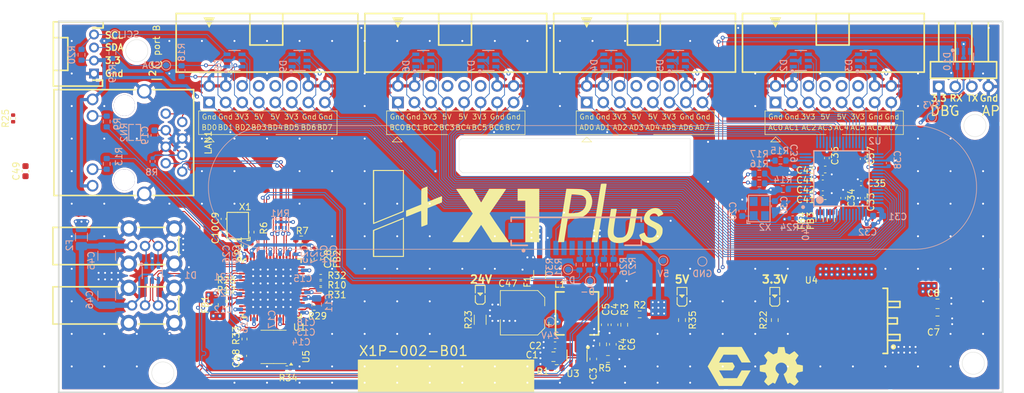
<source format=kicad_pcb>
(kicad_pcb (version 20240108) (generator "pcbnew") (generator_version "8.0")
  (layers (0 "F.Cu" signal "Top Layer") (1 "In1.Cu" signal) (2 "In2.Cu" signal) (31 "B.Cu" signal "Bottom Layer") (34 "B.Paste" user "Bottom Paste Mask Layer") (35 "F.Paste" user "Top Paste Mask Layer") (36 "B.SilkS" user "Bottom Silkscreen Layer") (37 "F.SilkS" user "Top Silkscreen Layer") (38 "B.Mask" user "Bottom Solder Mask Layer") (39 "F.Mask" user "Top Solder Mask Layer") (44 "Edge.Cuts" user "Multi-Layer"))
  (net 0 "")
  (net 1 "Net-(AP_HARNESS1-Pad2)")
  (net 3 "GND")
  (net 4 "5V")
  (net 5 "CAMO_DP")
  (net 6 "MBDP")
  (net 7 "UARTRX")
  (net 8 "UARTTX")
  (net 9 "USB1_DP")
  (net 10 "USB2_DP")
  (net 11 "FTDI_DP")
  (net 12 "3V3")
  (net 13 "ACBUS6")
  (net 14 "ACBUS4")
  (net 15 "ACBUS0")
  (net 16 "ACBUS1")
  (net 17 "ACBUS5")
  (net 18 "ACBUS2")
  (net 19 "ACBUS7")
  (net 20 "ACBUS3")
  (net 21 "ADBUS2")
  (net 22 "ADBUS0")
  (net 23 "ADBUS3")
  (net 24 "ADBUS6")
  (net 25 "ADBUS7")
  (net 26 "ADBUS1")
  (net 27 "ADBUS5")
  (net 28 "ADBUS4")
  (net 29 "BCBUS6")
  (net 30 "BCBUS2")
  (net 31 "BCBUS3")
  (net 32 "BCBUS4")
  (net 33 "BCBUS0")
  (net 34 "BCBUS1")
  (net 35 "BCBUS7")
  (net 36 "BCBUS5")
  (net 37 "BDBUS3")
  (net 38 "BDBUS7")
  (net 39 "BDBUS5")
  (net 40 "BDBUS4")
  (net 41 "BDBUS6")
  (net 42 "BDBUS0")
  (net 43 "BDBUS2")
  (net 44 "BDBUS1")
  (net 45 "24V")
  (net 46 "Net-(U3-SW)")
  (net 47 "Net-(U3-BOOT)")
  (net 48 "Net-(U3-FB)")
  (net 49 "Net-(C6-Pad2)")
  (net 50 "XO")
  (net 51 "XI")
  (net 52 "/LAN/VDD18CORE")
  (net 53 "Net-(LAN1-RCT)")
  (net 54 "Net-(U2-OSCI)")
  (net 55 "VDD3A")
  (net 56 "/LAN/VDD18ETHPLL")
  (net 57 "/LAN/VDD18USBPLL")
  (net 58 "Net-(U2-OSCO)")
  (net 59 "VCORE")
  (net 60 "/MAIN/5V_INT")
  (net 61 "VPHY")
  (net 62 "VPLL")
  (net 63 "RXP")
  (net 64 "TXN")
  (net 65 "TXP")
  (net 66 "LNKA")
  (net 67 "SPD")
  (net 68 "RXN")
  (net 69 "Net-(U3-EN)")
  (net 70 "Net-(U1-EXRES)")
  (net 71 "Net-(U1-nLNKA_LED{slash}GPIO1)")
  (net 72 "Net-(U1-AUTOMDIX_EN)")
  (net 73 "MBDN")
  (net 74 "Net-(U1-USBRBIAS)")
  (net 75 "Net-(U1-n_RESET)")
  (net 76 "Net-(U1-nSPD_LED{slash}GPIO2)")
  (net 77 "Net-(U2-REF)")
  (net 78 "Net-(U2-RESET#)")
  (net 79 "Net-(U2-DM)")
  (net 80 "Net-(U2-DP)")
  (net 82 "Net-(U1-VBUS_DET)")
  (net 85 "Net-(U1-TEST2)")
  (net 92 "Net-(U1-TEST3)")
  (net 93 "Net-(U1-CLK24_EN)")
  (net 97 "Net-(U5-ORG)")
  (net 100 "Net-(U2-EEDATA)")
  (net 111 "CAMO_DN")
  (net 112 "USB1_DN")
  (net 113 "USB2_DN")
  (net 114 "FTDI_DN")
  (net 115 "Net-(LED1-K)")
  (net 116 "/LAN/CAMOR_DP")
  (net 117 "/LAN/CAMOR_DN")
  (net 118 "/LAN/MBR_DN")
  (net 119 "/LAN/MBR_DP")
  (net 120 "/LAN/EECS")
  (net 121 "/LAN/EECLK")
  (net 122 "/LAN/EEMISO")
  (net 123 "/LAN/EEMOSI")
  (net 125 "Net-(USB1-VBUS)")
  (net 126 "Net-(LED2-K)")
  (net 127 "Net-(LED3-K)")
  (footprint "Symbol:OSHW-Symbol_6.7x6mm_SilkScreen" (layer "F.Cu") (at 179 135)
    (property "Reference" "REF**" (hide yes))
    (property "Value" "OSHW-Symbol_6.7x6mm_SilkScreen" (hide yes))
  )
  (footprint "Resistor_SMD:R_0402_1005Metric" (layer "F.Cu") (at 108.25 121.2412)
    (property "Reference" "R32")
    (property "Value" "0")
  )
  (footprint "Capacitor_SMD:C_0402_1005Metric" (layer "F.Cu") (at 96.5 133.375 -90)
    (property "Reference" "C48")
    (property "Value" "100nF")
  )
  (footprint "Capacitor_SMD:C_0603_1608Metric" (layer "F.Cu") (at 62.9 105 90)
    (property "Reference" "C49")
    (property "Value" ".022uF")
  )
  (footprint "Resistor_SMD:R_0402_1005Metric" (layer "F.Cu") (at 97.625 114.3662 90)
    (property "Reference" "R6")
    (property "Value" "1M")
  )
  (footprint "x1-expander:HDR-TH_16P-P2.54-H-F-R2-C8-W9.0" (layer "F.Cu") (at 158 93.1735 180)
    (property "Reference" "ADBUS1" (hide yes))
    (property "Value" "HC-JN254-2-08-W")
  )
  (footprint "x1-expander:HDR-TH_16P-P2.54-H-F-R2-C8-W9.0" (layer "F.Cu") (at 129 93.1735 180)
    (property "Reference" "BCBUS1" (hide yes))
    (property "Value" "HC-JN254-2-08-W")
  )
  (footprint "Resistor_SMD:R_0402_1005Metric" (layer "F.Cu") (at 108.25 123.2412)
    (property "Reference" "R31")
    (property "Value" "0")
  )
  (footprint "x1-expander:TO-263-3_L8.6-W10.2-P2.54-LS14.4-TL" (layer "F.Cu") (at 193 128 180)
    (property "Reference" "U4")
    (property "Value" "LM1084S-3.3/TR")
  )
  (footprint "x1-expander:USB-A-TH_USB-226-BRW" (layer "F.Cu") (at 82.2625 125.625 -90)
    (property "Reference" "USB2" (hide yes))
    (property "Value" "USB-226-BRW" (hide yes))
  )
  (footprint "x1-expander:LED0603-RD" (layer "F.Cu") (at 163.75 124.25 90)
    (property "Reference" "LED1" (hide yes))
    (property "Value" "KT-0603R")
  )
  (footprint "Resistor_SMD:R_0603_1608Metric" (layer "F.Cu") (at 151.625 131.6 90)
    (property "Reference" "R4")
    (property "Value" "100k")
  )
  (footprint "Resistor_SMD:R_0603_1608Metric" (layer "F.Cu") (at 163.75 127.875 90)
    (property "Reference" "R35")
    (property "Value" "820")
  )
  (footprint "Capacitor_SMD:C_0402_1005Metric" (layer "F.Cu") (at 186 103 90)
    (property "Reference" "C36")
    (property "Value" "100nF")
  )
  (footprint "x1-expander:LED0603-RD" (layer "F.Cu") (at 132.75 123.95 90)
    (property "Reference" "LED3" (hide yes))
    (property "Value" "KT-0603R")
  )
  (footprint "x1-expander:OSC-SMD_4P-L3.2-W2.5-BL" (layer "F.Cu") (at 95.498375 113.364325 90)
    (property "Reference" "X1")
    (property "Value" "25MHz")
  )
  (footprint "Capacitor_SMD:C_0603_1608Metric" (layer "F.Cu") (at 151.875 128.6 90)
    (property "Reference" "C5")
    (property "Value" "22uF")
  )
  (footprint "Inductor_SMD:L_0805_2012Metric" (layer "F.Cu") (at 184.875 112.375 90)
    (property "Reference" "FB4")
    (property "Value" "600Ω")
  )
  (footprint "Resistor_SMD:R_0402_1005Metric" (layer "F.Cu") (at 103.04 135.29)
    (property "Reference" "R34")
    (property "Value" "10k")
  )
  (footprint "Resistor_SMD:R_0402_1005Metric" (layer "F.Cu") (at 61 96.9 90)
    (property "Reference" "R25")
    (property "Value" "10 1/16W 1%")
  )
  (footprint "x1-expander:emarhavil" (layer "F.Cu") (at 171 135)
    (property "Reference" "G***" (hide yes))
    (property "Value" "LOGO" (hide yes))
  )
  (footprint "Capacitor_SMD:C_0402_1005Metric" (layer "F.Cu") (at 188.5 109.125 -90)
    (property "Reference" "C34")
    (property "Value" "100nF")
  )
  (footprint "Resistor_SMD:R_0603_1608Metric" (layer "F.Cu") (at 154.875 128.6 90)
    (property "Reference" "R3")
    (property "Value" "49.9")
  )
  (footprint "Resistor_SMD:R_0603_1608Metric" (layer "F.Cu") (at 144.5 135.25 180)
    (property "Reference" "R1")
    (property "Value" "10k")
  )
  (footprint "Capacitor_SMD:CP_Elec_6.3x5.8" (layer "F.Cu") (at 139.25 126.75 180)
    (property "Reference" "C47")
    (property "Value" "35V 47uF")
  )
  (footprint "Resistor_SMD:R_1206_3216Metric" (layer "F.Cu") (at 132.75 127.831 90)
    (property "Reference" "R23")
    (property "Value" "5.6k")
  )
  (footprint "x1-expander:HDR-TH_4P-P2.54-H-M-W10.3" (layer "F.Cu") (at 207 92)
    (property "Reference" "UART1" (hide yes))
    (property "Value" "P125-1104A0BR138A1")
  )
  (footprint "Resistor_SMD:R_0603_1608Metric" (layer "F.Cu") (at 157.25 127)
    (property "Reference" "R2")
    (property "Value" "0")
  )
  (footprint "Capacitor_SMD:C_0603_1608Metric" (layer "F.Cu") (at 144.25 131.75)
    (property "Reference" "C2")
    (property "Value" "100nF")
  )
  (footprint "Capacitor_SMD:C_0805_2012Metric" (layer "F.Cu") (at 144 133.5)
    (property "Reference" "C1")
    (property "Value" "10µF")
  )
  (footprint "Capacitor_SMD:C_0402_1005Metric" (layer "F.Cu") (at 191.5 109.125 -90)
    (property "Reference" "C33")
    (property "Value" "100nF")
  )
  (footprint "Capacitor_SMD:C_0402_1005Metric" (layer "F.Cu") (at 191.5 103.125 90)
    (property "Reference" "C37")
    (property "Value" "100nF")
  )
  (footprint "Resistor_SMD:R_0402_1005Metric" (layer "F.Cu") (at 108.25 122.2412)
    (property "Reference" "R10")
    (property "Value" "10K 1/10W 1%")
  )
  (footprint "Capacitor_SMD:C_0402_1005Metric" (layer "F.Cu") (at 185.375 106 180)
    (property "Reference" "C44")
    (property "Value" "100nF")
  )
  (footprint "Resistor_SMD:R_0402_1005Metric" (layer "F.Cu") (at 96.75 116.4912 90)
    (property "Reference" "R11")
    (property "Value" "12k 1/10W 1%")
  )
  (footprint "Capacitor_SMD:C_0805_2012Metric" (layer "F.Cu") (at 203 125.375)
    (property "Reference" "C8")
    (property "Value" "10uF")
  )
  (footprint "Resistor_SMD:R_0603_1608Metric" (layer "F.Cu") (at 105.25 115.4912)
    (property "Reference" "R7")
    (property "Value" "12.4k 1%")
  )
  (footprint "Capacitor_SMD:C_0805_2012Metric" (layer "F.Cu") (at 203 128)
    (property "Reference" "C7")
    (property "Value" "10uF")
  )
  (footprint "Resistor_SMD:R_0603_1608Metric" (layer "F.Cu") (at 152.375 133.85 180)
    (property "Reference" "R5")
    (property "Value" "13.3k")
  )
  (footprint "x1-expander:IND-SMD_L7.2-W6.6_GPSR07X0" (layer "F.Cu") (at 147.625 126.85 90)
    (property "Reference" "L1")
    (property "Value" "15uH")
  )
  (footprint "x1-expander:CONN-TH_S4B-PH-KL-LF-SN" (layer "F.Cu") (at 73.425 87.01 -90)
    (property "Reference" "I2C1" (hide yes))
    (property "Value" "S4B-PH-KL(LF)(SN)")
  )
  (footprint "Capacitor_SMD:C_0603_1608Metric" (layer "F.Cu") (at 150.125 133.85 90)
    (property "Reference" "C3")
    (property "Value" "100nF X7R")
  )
  (footprint "Inductor_SMD:L_0603_1608Metric" (layer "F.Cu") (at 107.75 118.4912 -90)
    (property "Reference" "FB2")
    (property "Value" "2A/0.05DCR")
  )
  (footprint "x1-expander:HDR-TH_16P-P2.54-H-F-R2-C8-W9.0" (layer "F.Cu") (at 187 93.1735 180)
    (property "Reference" "ACBUS1" (hide yes))
    (property "Value" "HC-JN254-2-08-W")
  )
  (footprint "x1-expander:SOT-23-6_L2.9-W1.6-P0.95-LS2.8-BL-2" (layer "F.Cu") (at 147.625 133.35 180)
    (property "Reference" "U3")
    (property "Value" "TPS54202DDCR")
  )
  (footprint "x1-expander:USB-A-TH_USB-226-BRW" (layer "F.Cu") (at 82.2625 116.5 -90)
    (property "Reference" "USB1" (hide yes))
    (property "Value" "USB-226-BRW" (hide yes))
  )
  (footprint "Resistor_SMD:R_0402_1005Metric" (layer "F.Cu") (at 107.25 125.9912 180)
    (property "Reference" "R29")
    (property "Value" "0")
  )
  (footprint "Capacitor_SMD:C_0402_1005Metric" (layer "F.Cu") (at 93.318625 112.334575 90)
    (property "Reference" "C9")
    (property "Value" "29pF")
  )
  (footprint "x1-expander:HDR-TH_16P-P2.54-H-F-R2-C8-W9.0" (layer "F.Cu") (at 100 93.1735 180)
    (property "Reference" "BDBUS1" (hide yes))
    (property "Value" "HC-JN254-2-08-W")
  )
  (footprint "Resistor_SMD:R_0402_1005Metric" (layer "F.Cu") (at 93.75 125.4912 180)
    (property "Reference" "R12")
    (property "Value" "10K 1/10W 1%")
  )
  (footprint "Capacitor_SMD:C_0603_1608Metric" (layer "F.Cu") (at 153.375 128.6 90)
    (property "Reference" "C4")
    (property "Value" "22uF")
  )
  (footprint "Capacitor_SMD:C_0603_1608Metric" (layer "F.Cu") (at 185.75 109.875)
    (property "Reference" "C41")
    (property "Value" "4.7uF")
  )
  (footprint "Package_SO:SOIC-8_3.9x4.9mm_P1.27mm" (layer "F.Cu") (at 101 132 180)
    (property "Reference" "U5")
    (property "Value" "AT93C66B-SSHM-T")
  )
  (footprint "x1-expander:LED0603-RD" (layer "F.Cu") (at 178 124.25 90)
    (property "Reference" "LED2" (hide yes))
    (property "Value" "KT-0603R")
  )
  (footprint "Resistor_SMD:R_0402_1005Metric" (layer "F.Cu") (at 93.75 124.4912)
    (property "Reference" "R28")
    (property "Value" "0")
  )
  (footprint "Capacitor_SMD:C_0402_1005Metric" (layer "F.Cu") (at 191.25 106.875)
    (property "Reference" "C35")
    (property "Value" "100nF")
  )
  (footprint "x1-expander:x1plus" (layer "F.Cu") (at 138.5 111.5)
    (property "Reference" "G***" (hide yes))
    (property "Value" "LOGO" (hide yes))
  )
  (footprint "Capacitor_SMD:C_0402_1005Metric" (layer "F.Cu") (at 185.375 108.375 180)
    (property "Reference" "C42")
    (property "Value" "100nF")
  )
  (footprint "Resistor_SMD:R_0603_1608Metric" (layer "F.Cu") (at 178 127.875 90)
    (property "Reference" "R22")
    (property "Value" "330")
  )
  (footprint "Inductor_SMD:L_0805_2012Metric" (layer "F.Cu") (at 186.625 112.375 90)
    (property "Reference" "FB3")
    (property "Value" "600Ω")
  )
  (footprint "easyeda2kicad:RJ45-TH_HC913550A-M899-A" (layer "F.Cu") (at 80.09 100.61 -90)
    (property "Reference" "LAN1")
    (property "Value" "HC913550A-M899-A")
  )
  (footprint "x1-expander:QFN64G-0.5-9X9MM" (layer "F.Cu") (at 100.75 122.9912)
    (property "Reference" "U1")
    (property "Value" "LAN9514")
  )
  (footprint "Capacitor_SMD:C_0402_1005Metric" (layer "F.Cu") (at 106.5 118.7412 -90)
    (property "Reference" "C28")
    (property "Value" "100nF")
  )
  (footprint "Inductor_SMD:L_0603_1608Metric" (layer "F.Cu") (at 92 125.4912 90)
    (property "Reference" "FB1")
    (property "Value" "2A/0.05DCR")
  )
  (footprint "Capacitor_SMD:C_0603_1608Metric" (layer "F.Cu") (at 153.125 131.6 90)
    (property "Reference" "C6")
    (property "Value" "75pF")
  )
  (footprint "Resistor_SMD:R_0402_1005Metric" (layer "F.Cu") (at 96.54 130.79 -90)
    (property "Reference" "R33")
    (property "Value" "0")
  )
  (footprint "Capacitor_SMD:C_0603_1608Metric" (layer "F.Cu") (at 185.75 104.75)
    (property "Reference" "C43")
    (property "Value" "4.7uF")
  )
  (footprint "Fuse:Fuse_1206_3216Metric" (layer "F.Cu") (at 141.875 120.85 90)
    (property "Reference" "F1")
    (property "Value" "JK-NSMD100-16V")
  )
  (footprint "Capacitor_SMD:C_0402_1005Metric" (layer "F.Cu") (at 93.318625 114.334575 -90)
    (property "Reference" "C10")
    (property "Value" "29pF")
  )
  (footprint "x1-expander:LQFP-64_L10.0-W10.0-P0.50-LS12.0-TL" (layer "B.Cu") (at 188.25 106.125)
    (property "Reference" "U2")
    (property "Value" "FT2232HL")
  )
  (footprint "Capacitor_SMD:C_0402_1005Metric" (layer "B.Cu") (at 97.625 118.4912 90)
    (property "Reference" "C29")
    (property "Value" "1uF")
  )
  (footprint "x1-expander:SOT-23-6_L2.9-W1.6-P0.95-LS2.8-BL" (layer "B.Cu") (at 192 88 90)
    (property "Reference" "D3")
    (property "Value" "SRV05-4.TCT_C2687126")
  )
  (footprint "Fuse:Fuse_1206_3216Metric" (layer "B.Cu") (at 71.5 115.125 -90)
    (property "Reference" "F2")
    (property "Value" "JK-NSMD100-16V")
  )
  (footprint "TestPoint:TestPoint_Pad_D1.0mm" (layer "B.Cu") (at 146.25 120.125 180)
    (property "Reference" "TP4" (hide yes))
    (property "Value" "TestPoint" (hide yes))
  )
  (footprint "Capacitor_SMD:C_0402_1005Metric" (layer "B.Cu") (at 195.5 103.75 -90)
    (property "Reference" "C38")
    (property "Value" "100nF")
  )
  (footprint "x1-expander:SOT-23-6_L2.9-W1.6-P0.95-LS2.8-BL" (layer "B.Cu") (at 124 88 90)
    (property "Reference" "D6")
    (property "Value" "SRV05-4.TCT_C2687126")
  )
  (footprint "Capacitor_SMD:C_0402_1005Metric" (layer "B.Cu") (at 102 127.2412 -90)
    (property "Reference" "C17")
    (property "Value" "100nF")
  )
  (footprint "Capacitor_SMD:C_0402_1005Metric" (layer "B.Cu") (at 103.125 118.2412 90)
    (property "Reference" "C24")
    (property "Value" "100nF")
  )
  (footprint "TestPoint:TestPoint_Pad_D1.0mm" (layer "B.Cu") (at 143.5 128.125 180)
    (property "Reference" "TP1" (hide yes))
    (property "Value" "TestPoint" (hide yes))
  )
  (footprint "Capacitor_SMD:C_0402_1005Metric" (layer "B.Cu") (at 181 104.75 90)
    (property "Reference" "C39")
    (property "Value" "100nF")
  )
  (footprint "TestPoint:TestPoint_Pad_D1.0mm" (layer "B.Cu") (at 202.125 96.75 180)
    (property "Reference" "TP3" (hide yes))
    (property "Value" "TestPoint" (hide yes))
  )
  (footprint "Resistor_SMD:R_0603_1608Metric" (layer "B.Cu") (at 75.375 97.375 90)
    (property "Reference" "R9")
    (property "Value" "330")
  )
  (footprint "Resistor_SMD:R_0603_1608Metric" (layer "B.Cu") (at 75.375 103.886 -90)
    (property "Reference" "R13")
    (property "Value" "330")
  )
  (footprint "Capacitor_SMD:C_0603_1608Metric" (layer "B.Cu") (at 178.001625 110.373125 90)
    (property "Reference" "C30")
    (property "Value" "32pF")
  )
  (footprint "x1-expander:SOT-23-6_L2.9-W1.6-P0.95-LS2.8-BL" (layer "B.Cu") (at 134 88 90)
    (property "Reference" "D7")
    (property "Value" "SRV05-4.TCT_C2687126")
  )
  (footprint "Resistor_SMD:R_0402_1005Metric" (layer "B.Cu") (at 82.423 103.505 -90)
    (property "Reference" "R8")
    (property "Value" "10 1/16W 1%")
  )
  (footprint "Capacitor_SMD:C_0402_1005Metric" (layer "B.Cu") (at 100.5 118.2412 90)
    (property "Reference" "C25")
    (property "Value" "100nF")
  )
  (footprint "TestPoint:TestPoint_Pad_D1.0mm" (layer "B.Cu") (at 160.875 118.75 180)
    (property "Reference" "TP2" (hide yes))
    (property "Value" "TestPoint" (hide yes))
  )
  (footprint "Capacitor_SMD:C_0402_1005Metric" (layer "B.Cu") (at 104.875 126.7412)
    (property "Reference" "C14")
    (property "Value" "100nF")
  )
  (footprint "x1-expander:SOT-23-6_L2.9-W1.6-P0.95-LS2.8-BL" (layer "B.Cu") (at 163.125 88 90)
    (property "Reference" "D5")
    (property "Value" "SRV05-4.TCT_C2687126")
  )
  (footprint "Capacitor_SMD:C_0402_1005Metric" (layer "B.Cu") (at 96.5 126.2412 180)
    (property "Reference" "C12")
    (property "Value" "100nF")
  )
  (footprint "Capacitor_SMD:C_0805_2012Metric" (layer "B.Cu") (at 107.625 125.4912 90)
    (property "Reference" "C11")
    (property "Value" "4.7uF")
  )
  (footprint "x1-expander:CONN-SMD_12P-P1.25_HCTL_HC-1.25-12PWT" (layer "B.Cu") (at 147.5 115.5)
    (property "Reference" "AP_HARNESS1" (hide yes))
    (property "Value" "HC-1.25-12PWT")
  )
  (footprint "Resistor_SMD:R_0603_1608Metric" (layer "B.Cu") (at 149.5 119.375 -90)
    (property "Reference" "R21")
    (property "Value" "0")
  )
  (footprint "Resistor_SMD:R_0603_1608Metric" (layer "B.Cu") (at 178.875 103.375)
    (property "Reference" "R15")
    (property "Value" "1k")
  )
  (footprint "Capacitor_SMD:C_0402_1005Metric" (layer "B.Cu") (at 96.5 118.9912 90)
    (property "Reference" "C26")
    (property "Value" "100nF")
  )
  (footprint "Resistor_SMD:R_0603_1608Metric" (layer "B.Cu") (at 179.25 107.75 180)
    (property "Reference" "R14")
    (property "Value" "12k/1%")
  )
  (footprint "Capacitor_SMD:C_0402_1005Metric" (layer "B.Cu") (at 105 120.2412)
    (property "Reference" "C15")
    (property "Value" "100nF")
  )
  (footprint "Resistor_SMD:R_0603_1608Metric" (layer "B.Cu") (at 76.25 86.875 -90)
    (property "Reference" "R19")
    (property "Value" "4.7k")
  )
  (footprint "Resistor_SMD:R_0603_1608Metric" (layer "B.Cu") (at 175.625 105.375)
    (property "Reference" "R17")
    (property "Value" "10")
  )
  (footprint "Capacitor_SMD:C_0402_1005Metric" (layer "B.Cu") (at 98 127.2412 -90)
    (property "Reference" "C16")
    (property "Value" "100nF")
  )
  (footprint "Capacitor_SMD:C_0402_1005Metric" (layer "B.Cu") (at 102 118.2412 90)
    (property "Reference" "C27")
    (property "Value" "100nF")
  )
  (footprint "Resistor_SMD:R_0603_1608Metric" (layer "B.Cu") (at 151.75 119.375 -90)
    (property "Reference" "R26")
    (property "Value" "0")
  )
  (footprint "Capacitor_SMD:C_0402_1005Metric" (layer "B.Cu") (at 96.375 123.8662 180)
    (property "Reference" "C22")
    (property "Value" "100nF")
  )
  (footprint "Resistor_SMD:R_0603_1608Metric" (layer "B.Cu") (at 86.875 89.625 90)
    (property "Reference" "R18")
    (property "Value" "330")
  )
  (footprint "Capacitor_SMD:C_0402_1005Metric" (layer "B.Cu") (at 182.75 111.75 -90)
    (property "Reference" "C40")
    (property "Value" "100nF")
  )
  (footprint "Capacitor_SMD:C_0603_1608Metric" (layer "B.Cu") (at 193.875 111.875 180)
    (property "Reference" "C31")
    (property "Value" "4.7uF")
  )
  (footprint "Capacitor_SMD:C_1210_3225Metric" (layer "B.Cu") (at 75.375 118 90)
    (property "Reference" "C45")
    (property "Value" "100µF")
  )
  (footprint "x1-expander:SOT-23-6_L2.9-W1.6-P0.95-LS2.8-BL" (layer "B.Cu") (at 182 88 90)
    (property "Reference" "D2")
    (property "Value" "SRV05-4.TCT_C2687126")
  )
  (footprint "x1-expander:SOT-23-6_L2.9-W1.6-P0.95-LS2.8-BL" (layer "B.Cu") (at 105 88 90)
    (property "Reference" "D9")
    (property "Value" "SRV05-4.TCT_C2687126")
  )
  (footprint "x1-expander:OSC-SMD_4P-L3.2-W2.5-BL" (layer "B.Cu") (at 175.626625 110.748125 90)
    (property "Reference" "X2")
    (property "Value" "12MHz")
  )
  (footprint "x1-expander:RES-ARRAY-SMD_0402-8P-L2.0-W1.0-BL" (layer "B.Cu") (at 102.125 113.2412)
    (property "Reference" "RN1")
    (property "Value" "49.9")
  )
  (footprint "Capacitor_SMD:C_0402_1005Metric" (layer "B.Cu") (at 192.625 113.125 180)
    (property "Reference" "C32")
    (property "Value" "100nF")
  )
  (footprint "Capacitor_SMD:C_1210_3225Metric" (layer "B.Cu") (at 75.375 124.125 -90)
    (property "Reference" "C46")
    (property "Value" "100µF")
  )
  (footprint "Capacitor_SMD:C_0402_1005Metric" (layer "B.Cu") (at 96.375 121.2412 180)
    (property "Reference" "C21")
    (property "Value" "100nF")
  )
  (footprint "Capacitor_SMD:C_0603_1608Metric" (layer "B.Cu") (at 173.001625 111.123125 -90)
    (property "Reference" "C20")
    (property "Value" "32pF")
  )
  (footprint "Capacitor_SMD:C_0603_1608Metric" (layer "B.Cu") (at 82.7 99.5 90)
    (property "Reference" "C19")
    (property "Value" ".022uF")
  )
  (footprint "Resistor_SMD:R_0603_1608Metric" (layer "B.Cu") (at 71.5 87.125 -90)
    (property "Reference" "R20")
    (property "Value" "4.7k")
  )
  (footprint "TestPoint:TestPoint_Pad_D1.0mm" (layer "B.Cu") (at 84.5 88.75 180)
    (property "Reference" "TP6" (hide yes))
    (property "Value" "TestPoint" (hide yes))
  )
  (footprint "x1-expander:SOT-23-6_L2.9-W1.6-P0.95-LS2.8-BL" (layer "B.Cu") (at 152.875 88 90)
    (property "Reference" "D4")
    (property "Value" "SRV05-4.TCT_C2687126")
  )
  (footprint "Resistor_SMD:R_0402_1005Metric" (layer "B.Cu") (at 180.75 112.25 180)
    (property "Reference" "R24")
    (property "Value" "10k")
  )
  (footprint "Capacitor_SMD:C_0402_1005Metric" (layer "B.Cu") (at 104.25 118.2412 90)
    (property "Reference" "C23")
    (property "Value" "100nF")
  )
  (footprint "TestPoint:TestPoint_Pad_D1.0mm" (layer "B.Cu") (at 166.875 118.875 180)
    (property "Reference" "TP8" (hide yes))
    (property "Value" "TestPoint" (hide yes))
  )
  (footprint "TestPoint:TestPoint_Pad_D1.0mm" (layer "B.Cu") (at 76.625 84 180)
    (property "Reference" "TP7" (hide yes))
    (property "Value" "TestPoint" (hide yes))
  )
  (footprint "Resistor_SMD:R_0603_1608Metric" (layer "B.Cu") (at 153.25 119.375 -90)
    (property "Reference" "R27")
    (property "Value" "0")
  )
  (footprint "x1-expander:SOT-23-6_L2.9-W1.6-P0.95-LS2.8-BL" (layer "B.Cu") (at 82.375 120.625)
    (property "Reference" "D1")
    (property "Value" "SRV05-4.TCT_C2687126")
  )
  (footprint "x1-expander:RES-ARRAY-SMD_0402-8P-L2.0-W1.0-BL" (layer "B.Cu") (at 79.6725 99.05 -90)
    (property "Reference" "RN2")
    (property "Value" "49.9")
  )
  (footprint "x1-expander:SOT-23-6_L2.9-W1.6-P0.95-LS2.8-BL" (layer "B.Cu") (at 207 87.75)
    (property "Reference" "D10")
    (property "Value" "SRV05-4.TCT_C2687126")
  )
  (footprint "TestPoint:TestPoint_Pad_D1.0mm" (layer "B.Cu") (at 149.625 121.875 180)
    (property "Reference" "TP5" (hide yes))
    (property "Value" "TestPoint")
  )
  (footprint "Resistor_SMD:R_0603_1608Metric" (layer "B.Cu") (at 175.625 106.875)
    (property "Reference" "R16")
    (property "Value" "10")
  )
  (footprint "x1-expander:SOT-23-6_L2.9-W1.6-P0.95-LS2.8-BL" (layer "B.Cu") (at 95 88 90)
    (property "Reference" "D8")
    (property "Value" "SRV05-4.TCT_C2687126")
  )
  (footprint "Capacitor_SMD:C_0402_1005Metric" (layer "B.Cu") (at 105.5 123.6162)
    (property "Reference" "C18")
    (property "Value" "100nF")
  )
  (footprint "Resistor_SMD:R_0603_1608Metric" (layer "B.Cu") (at 148 119.375 90)
    (property "Reference" "R30")
    (property "Value" "0")
  )
  (footprint "Capacitor_SMD:C_0402_1005Metric" (layer "B.Cu") (at 105.25 124.6162)
    (property "Reference" "C13")
    (property "Value" "100nF")
  )
  (gr_arc (start 100.5 117) (mid 91 107.5) (end 100.5 98) (stroke (width 0.1)) (layer "B.SilkS"))
  (gr_line (start 100.5 117) (end 199.5 117) (stroke (width 0.1)) (layer "B.SilkS"))
  (gr_line (start 199.5 98) (end 100.5 98) (stroke (width 0.1)) (layer "B.SilkS"))
  (gr_arc (start 199.5 98) (mid 209 107.5) (end 199.5 117) (stroke (width 0.1)) (layer "B.SilkS"))
  (gr_line (start 139.625 99.375) (end 130.25 99.375) (stroke (width 0.1)) (layer "F.SilkS"))
  (gr_line (start 120 99.75) (end 119.25 100.5) (stroke (width 0.1)) (layer "F.SilkS"))
  (gr_line (start 147.5 95.75) (end 168.75 95.75) (stroke (width 0.1)) (layer "F.SilkS"))
  (gr_line (start 149.125 99.75) (end 148.375 100.5) (stroke (width 0.1)) (layer "F.SilkS"))
  (gr_line (start 118.375 95.75) (end 139.625 95.75) (stroke (width 0.1)) (layer "F.SilkS"))
  (gr_line (start 149.875 100.5) (end 148.375 100.5) (stroke (width 0.1)) (layer "F.SilkS"))
  (gr_line (start 178.875 100.5) (end 177.375 100.5) (stroke (width 0.1)) (layer "F.SilkS"))
  (gr_line (start 110.75 95.75) (end 110.75 99.375) (stroke (width 0.1)) (layer "F.SilkS"))
  (gr_line (start 149.125 99.75) (end 149.875 100.5) (stroke (width 0.1)) (layer "F.SilkS"))
  (gr_line (start 176.5 95.75) (end 197.75 95.75) (stroke (width 0.1)) (layer "F.SilkS"))
  (gr_line (start 91.125 99.75) (end 90.375 100.5) (stroke (width 0.1)) (layer "F.SilkS"))
  (gr_line (start 118.375 99.375) (end 118.375 95.75) (stroke (width 0.1)) (layer "F.SilkS"))
  (gr_line (start 89.5 99.375) (end 89.5 95.75) (stroke (width 0.1)) (layer "F.SilkS"))
  (gr_line (start 110.75 99.375) (end 101.375 99.375) (stroke (width 0.1)) (layer "F.SilkS"))
  (gr_line (start 91.125 99.75) (end 91.875 100.5) (stroke (width 0.1)) (layer "F.SilkS"))
  (gr_line (start 178.125 99.75) (end 178.875 100.5) (stroke (width 0.1)) (layer "F.SilkS"))
  (gr_line (start 120 99.75) (end 120.75 100.5) (stroke (width 0.1)) (layer "F.SilkS"))
  (gr_rect (start 114 134) (end 141 139) (stroke (width 0.1)) (fill solid) (layer "F.SilkS"))
  (gr_line (start 127.75 99.375) (end 118.375 99.375) (stroke (width 0.1)) (layer "F.SilkS"))
  (gr_line (start 139.625 95.75) (end 139.625 99.375) (stroke (width 0.1)) (layer "F.SilkS"))
  (gr_line (start 89.5 95.75) (end 110.75 95.75) (stroke (width 0.1)) (layer "F.SilkS"))
  (gr_line (start 185.875 99.375) (end 176.5 99.375) (stroke (width 0.1)) (layer "F.SilkS"))
  (gr_line (start 91.875 100.5) (end 90.375 100.5) (stroke (width 0.1)) (layer "F.SilkS"))
  (gr_line (start 156.875 99.375) (end 147.5 99.375) (stroke (width 0.1)) (layer "F.SilkS"))
  (gr_line (start 120.75 100.5) (end 119.25 100.5) (stroke (width 0.1)) (layer "F.SilkS"))
  (gr_line (start 178.125 99.75) (end 177.375 100.5) (stroke (width 0.1)) (layer "F.SilkS"))
  (gr_line (start 147.5 99.375) (end 147.5 95.75) (stroke (width 0.1)) (layer "F.SilkS"))
  (gr_line (start 168.75 99.375) (end 159.375 99.375) (stroke (width 0.1)) (layer "F.SilkS"))
  (gr_line (start 176.5 99.375) (end 176.5 95.75) (stroke (width 0.1)) (layer "F.SilkS"))
  (gr_line (start 98.875 99.375) (end 89.5 99.375) (stroke (width 0.1)) (layer "F.SilkS"))
  (gr_line (start 197.75 99.375) (end 188.375 99.375) (stroke (width 0.1)) (layer "F.SilkS"))
  (gr_line (start 197.75 95.75) (end 197.75 99.375) (stroke (width 0.1)) (layer "F.SilkS"))
  (gr_line (start 168.75 95.75) (end 168.75 99.375) (stroke (width 0.1)) (layer "F.SilkS"))
  (gr_circle (center 208.75 98) (end 210.45 98) (stroke (width 0.05)) (fill none) (layer "Edge.Cuts"))
  (gr_circle (center 80 86.5) (end 81.7 86.5) (stroke (width 0.05)) (fill none) (layer "Edge.Cuts"))
  (gr_line (start 129.5 100.375) (end 129.5 104.75) (stroke (width 0.05)) (layer "Edge.Cuts"))
  (gr_line (start 165 100) (end 129.875 100) (stroke (width 0.05)) (layer "Edge.Cuts"))
  (gr_line (start 68 139) (end 68 82) (stroke (width 0.254)) (layer "Edge.Cuts"))
  (gr_line (start 213 82) (end 213 139) (stroke (width 0.254)) (layer "Edge.Cuts"))
  (gr_line (start 130 105.25) (end 129.5 104.75) (stroke (width 0.05)) (layer "Edge.Cuts"))
  (gr_line (start 129.875 100) (end 129.5 100.375) (stroke (width 0.05)) (layer "Edge.Cuts"))
  (gr_line (start 165 105.25) (end 165 100) (stroke (width 0.05)) (layer "Edge.Cuts"))
  (gr_circle (center 84 136) (end 85.7 136) (stroke (width 0.05)) (fill none) (layer "Edge.Cuts"))
  (gr_line (start 130 105.25) (end 165 105.25) (stroke (width 0.05)) (layer "Edge.Cuts"))
  (gr_circle (center 208.5 134.5) (end 210.2 134.5) (stroke (width 0.05)) (fill none) (layer "Edge.Cuts"))
  (gr_line (start 68 82) (end 213 82) (stroke (width 0.254)) (layer "Edge.Cuts"))
  (gr_line (start 213 139) (end 68 139) (stroke (width 0.254)) (layer "Edge.Cuts"))
  (gr_text "Gnd" (at 93.625 97.125 0) (layer "F.SilkS") (effects (font (size 0.8 0.8) (thickness 0.1)) (justify bottom)))
  (gr_text "BC1" (at 122.5 98.75 0) (layer "F.SilkS") (effects (font (size 0.8 0.8) (thickness 0.1)) (justify bottom)))
  (gr_text "AC4" (at 188.25 98.75 0) (layer "F.SilkS") (effects (font (size 0.8 0.8) (thickness 0.1)) (justify bottom)))
  (gr_text "Gnd" (at 180.625 97.125 0) (layer "F.SilkS") (effects (font (size 0.8 0.8) (thickness 0.1)) (justify bottom)))
  (gr_text "X1P-002-B01" (at 114 133.5 0) (layer "F.SilkS") (effects (font (size 1.5 1.5) (thickness 0.2)) (justify left bottom)))
  (gr_text "AC7" (at 195.875 98.75 0) (layer "F.SilkS") (effects (font (size 0.8 0.8) (thickness 0.1)) (justify bottom)))
  (gr_text "3.3V" (at 178 121.625 0) (layer "F.SilkS") (effects (font (size 1.2 1.2) (thickness 0.25) (bold yes))))
  (gr_text "AC3" (at 185.75 98.75 0) (layer "F.SilkS") (effects (font (size 0.8 0.8) (thickness 0.1)) (justify bottom)))
  (gr_text "3.3" (at 201.875 94.375 0) (layer "F.SilkS") (effects (font (size 1 1) (thickness 0.2) (bold yes)) (justify left bottom)))
  (gr_text "AD2" (at 154.25 98.75 0) (layer "F.SilkS") (effects (font (size 0.8 0.8) (thickness 0.1)) (justify bottom)))
  (gr_text "SDA" (at 75 86 0) (layer "F.SilkS") (effects (font (size 1 1) (thickness 0.2) (bold yes)) (justify left)))
  (gr_text "3V3" (at 96.125 97.125 0) (layer "F.SilkS") (effects (font (size 0.8 0.8) (thickness 0.1)) (justify bottom)))
  (gr_text "5V" (at 127.625 97.125 0) (layer "F.SilkS") (effects (font (size 0.8 0.8) (thickness 0.1)) (justify bottom)))
  (gr_text "Gnd" (at 151.625 97.125 0) (layer "F.SilkS") (effects (font (size 0.8 0.8) (thickness 0.1)) (justify bottom)))
  (gr_text "BD7" (at 108.875 98.75 0) (layer "F.SilkS") (effects (font (size 0.8 0.8) (thickness 0.1)) (justify bottom)))
  (gr_text "port B" (at 83.625 87.375 90) (layer "F.SilkS") (effects (font (size 1 1)) (justify left bottom)))
  (gr_text "BD1" (at 93.625 98.75 0) (layer "F.SilkS") (effects (font (size 0.8 0.8) (thickness 0.1)) (justify bottom)))
  (gr_text "5V" (at 163.75 121.625 0) (layer "F.SilkS") (effects (font (size 1.2 1.2) (thickness 0.25) (bold yes))))
  (gr_text "Gnd" (at 178.125 97.125 0) (layer "F.SilkS") (effects (font (size 0.8 0.8) (thickness 0.1)) (justify bottom)))
  (gr_text "3V3" (at 103.75 97.125 0) (layer "F.SilkS") (effects (font (size 0.8 0.8) (thickness 0.1)) (justify bottom)))
  (gr_text "Gnd" (at 209.375 94.375 0) (layer "F.SilkS") (effects (font (size 1 1) (thickness 0.2) (bold yes)) (justify left bottom)))
  (gr_text "BD0" (at 91.125 98.75 0) (layer "F.SilkS") (effects (font (size 0.8 0.8) (thickness 0.1)) (justify bottom)))
  (gr_text "Gnd" (at 106.5 97.125 0) (layer "F.SilkS") (effects (font (size 0.8 0.8) (thickness 0.1)) (justify bottom)))
  (gr_text "Gnd" (at 193.5 97.125 0) (layer "F.SilkS") (effects (font (size 0.8 0.8) (thickness 0.1)) (justify bottom)))
  (gr_text "BD5" (at 103.75 98.75 0) (layer "F.SilkS") (effects (font (size 0.8 0.8) (thickness 0.1)) (justify bottom)))
  (gr_text "AD7" (at 166.875 98.75 0) (layer "F.SilkS") (effects (font (size 0.8 0.8) (thickness 0.1)) (justify bottom)))
  (gr_text "DBG   AP" (at 201.75 96.625 0) (layer "F.SilkS") (effects (font (size 1.5 1.5) (thickness 0.2)) (justify left bottom)))
  (gr_text "AD0" (at 149.125 98.75 0) (layer "F.SilkS") (effects (font (size 0.8 0.8) (thickness 0.1)) (justify bottom)))
  (gr_text "3V3" (at 161.75 97.125 0) (layer "F.SilkS") (effects (font (size 0.8 0.8) (thickness 0.1)) (justify bottom)))
  (gr_text "BD6" (at 106.375 98.75 0) (layer "F.SilkS") (effects (font (size 0.8 0.8) (thickness 0.1)) (justify bottom)))
  (gr_text "BC0" (at 120 98.75 0) (layer "F.SilkS") (effects (font (size 0.8 0.8) (thickness 0.1)) (justify bottom)))
  (gr_text "3V3" (at 154.125 97.125 0) (layer "F.SilkS") (effects (font (size 0.8 0.8) (thickness 0.1)) (justify bottom)))
  (gr_text "Gnd" (at 122.5 97.125 0) (layer "F.SilkS") (effects (font (size 0.8 0.8) (thickness 0.1)) (justify bottom)))
  (gr_text "24V" (at 132.877 121.623 0) (layer "F.SilkS") (effects (font (size 1.2 1.2) (thickness 0.25) (bold yes))))
  (gr_text "I²C" (at 84 91.375 90) (layer "F.SilkS") (effects (font (size 1.5 1.5) (thickness 0.2)) (justify left bottom)))
  (gr_text "AC5" (at 190.75 98.75 0) (layer "F.SilkS") (effects (font (size 0.8 0.8) (thickness 0.1)) (justify bottom)))
  (gr_text "AD4" (at 159.25 98.75 0) (layer "F.SilkS") (effects (font (size 0.8 0.8) (thickness 0.1)) (justify bottom)))
  (gr_text "AC0" (at 178.125 98.75 0) (layer "F.SilkS") (effects (font (size 0.8 0.8) (thickness 0.1)) (justify bottom)))
  (gr_text "BC3" (at 127.625 98.75 0) (layer "F.SilkS") (effects (font (size 0.8 0.8) (thickness 0.1)) (justify bottom)))
  (gr_text "Gnd" (at 109 97.125 0) (layer "F.SilkS") (effects (font (size 0.8 0.8) (thickness 0.1)) (justify bottom)))
  (gr_text "BC4" (at 130.125 98.75 0) (layer "F.SilkS") (effects (font (size 0.8 0.8) (thickness 0.1)) (justify bottom)))
  (gr_text "Gnd" (at 75 90 0) (layer "F.SilkS") (effects (font (size 1 1) (thickness 0.2) (bold yes)) (justify left)))
  (gr_text "5V" (at 156.75 97.125 0) (layer "F.SilkS") (effects (font (size 0.8 0.8) (thickness 0.1)) (justify bottom)))
  (gr_text "AC1" (at 180.625 98.75 0) (layer "F.SilkS") (effects (font (size 0.8 0.8) (thickness 0.1)) (justify bottom)))
  (gr_text "5V" (at 159.25 97.125 0) (layer "F.SilkS") (effects (font (size 0.8 0.8) (thickness 0.1)) (justify bottom)))
  (gr_text "Gnd" (at 149.125 97.125 0) (layer "F.SilkS") (effects (font (size 0.8 0.8) (thickness 0.1)) (justify bottom)))
  (gr_text "3V3" (at 183.125 97.125 0) (layer "F.SilkS") (effects (font (size 0.8 0.8) (thickness 0.1)) (justify bottom)))
  (gr_text "AD6" (at 164.375 98.75 0) (layer "F.SilkS") (effects (font (size 0.8 0.8) (thickness 0.1)) (justify bottom)))
  (gr_text "Gnd" (at 137.875 97.125 0) (layer "F.SilkS") (effects (font (size 0.8 0.8) (thickness 0.1)) (justify bottom)))
  (gr_text "AC6" (at 193.375 98.75 0) (layer "F.SilkS") (effects (font (size 0.8 0.8) (thickness 0.1)) (justify bottom)))
  (gr_text "BC7" (at 137.75 98.75 0) (layer "F.SilkS") (effects (font (size 0.8 0.8) (thickness 0.1)) (justify bottom)))
  (gr_text "SCL" (at 75 84.125 0) (layer "F.SilkS") (effects (font (size 1 1) (thickness 0.2) (bold yes)) (justify left)))
  (gr_text "5V" (at 130.125 97.125 0) (layer "F.SilkS") (effects (font (size 0.8 0.8) (thickness 0.1)) (justify bottom)))
  (gr_text "3V3" (at 190.75 97.125 0) (layer "F.SilkS") (effects (font (size 0.8 0.8) (thickness 0.1)) (justify bottom)))
  (gr_text "Gnd" (at 120 97.125 0) (layer "F.SilkS") (effects (font (size 0.8 0.8) (thickness 0.1)) (justify bottom)))
  (gr_text "AD3" (at 156.75 98.75 0) (layer "F.SilkS") (effects (font (size 0.8 0.8) (thickness 0.1)) (justify bottom)))
  (gr_text "BD2" (at 96.25 98.75 0) (layer "F.SilkS") (effects (font (size 0.8 0.8) (thickness 0.1)) (justify bottom)))
  (gr_text "BC5" (at 132.625 98.75 0) (layer "F.SilkS") (effects (font (size 0.8 0.8) (thickness 0.1)) (justify bottom)))
  (gr_text "AC2" (at 183.25 98.75 0) (layer "F.SilkS") (effects (font (size 0.8 0.8) (thickness 0.1)) (justify bottom)))
  (gr_text "TX" (at 207.375 94.375 0) (layer "F.SilkS") (effects (font (size 1 1) (thickness 0.2) (bold yes)) (justify left bottom)))
  (gr_text "5V" (at 98.75 97.125 0) (layer "F.SilkS") (effects (font (size 0.8 0.8) (thickness 0.1)) (justify bottom)))
  (gr_text "3.3" (at 75 88 0) (layer "F.SilkS") (effects (font (size 1 1) (thickness 0.2) (bold yes)) (justify left)))
  (gr_text "3V3" (at 132.625 97.125 0) (layer "F.SilkS") (effects (font (size 0.8 0.8) (thickness 0.1)) (justify bottom)))
  (gr_text "BD4" (at 101.25 98.75 0) (layer "F.SilkS") (effects (font (size 0.8 0.8) (thickness 0.1)) (justify bottom)))
  (gr_text "5V" (at 101.25 97.125 0) (layer "F.SilkS") (effects (font (size 0.8 0.8) (thickness 0.1)) (justify bottom)))
  (gr_text "3V3" (at 125 97.125 0) (layer "F.SilkS") (effects (font (size 0.8 0.8) (thickness 0.1)) (justify bottom)))
  (gr_text "Gnd" (at 135.375 97.125 0) (layer "F.SilkS") (effects (font (size 0.8 0.8) (thickness 0.1)) (justify bottom)))
  (gr_text "Gnd" (at 167 97.125 0) (layer "F.SilkS") (effects (font (size 0.8 0.8) (thickness 0.1)) (justify bottom)))
  (gr_text "5V" (at 188.25 97.125 0) (layer "F.SilkS") (effects (font (size 0.8 0.8) (thickness 0.1)) (justify bottom)))
  (gr_text "Gnd" (at 164.5 97.125 0) (layer "F.SilkS") (effects (font (size 0.8 0.8) (thickness 0.1)) (justify bottom)))
  (gr_text "AD5" (at 161.75 98.75 0) (layer "F.SilkS") (effects (font (size 0.8 0.8) (thickness 0.1)) (justify bottom)))
  (gr_text "Gnd" (at 196 97.125 0) (layer "F.SilkS") (effects (font (size 0.8 0.8) (thickness 0.1)) (justify bottom)))
  (gr_text "Gnd" (at 91.125 97.125 0) (layer "F.SilkS") (effects (font (size 0.8 0.8) (thickness 0.1)) (justify bottom)))
  (gr_text "BC6" (at 135.25 98.75 0) (layer "F.SilkS") (effects (font (size 0.8 0.8) (thickness 0.1)) (justify bottom)))
  (gr_text "AD1" (at 151.625 98.75 0) (layer "F.SilkS") (effects (font (size 0.8 0.8) (thickness 0.1)) (justify bottom)))
  (gr_text "BD3" (at 98.75 98.75 0) (layer "F.SilkS") (effects (font (size 0.8 0.8) (thickness 0.1)) (justify bottom)))
  (gr_text "BC2" (at 125.125 98.75 0) (layer "F.SilkS") (effects (font (size 0.8 0.8) (thickness 0.1)) (justify bottom)))
  (gr_text "RX" (at 204.75 94.375 0) (layer "F.SilkS") (effects (font (size 1 1) (thickness 0.2) (bold yes)) (justify left bottom)))
  (gr_text "5V" (at 185.75 97.125 0) (layer "F.SilkS") (effects (font (size 0.8 0.8) (thickness 0.1)) (justify bottom)))
  (segment (start 141.875 114.375) (end 141.875 119.45) (width 0.8) (layer "F.Cu") (net 1))
  (segment (start 141.875 113.75) (end 141.875 114.375) (width 0.8) (layer "F.Cu") (net 1))
  (via (at 141.875 115.5) (size 0.6096) (drill 0.3048) (layers "F.Cu" "B.Cu") (net 1))
  (via (at 141.875 114.625) (size 0.6096) (drill 0.3048) (layers "F.Cu" "B.Cu") (net 1))
  (via (at 141.875 113.75) (size 0.6096) (drill 0.3048) (layers "F.Cu" "B.Cu") (net 1))
  (segment (start 141.87 116.8) (end 141.87 113.755) (width 0.8) (layer "B.Cu") (net 1))
  (segment (start 141.87 113.755) (end 141.875 113.75) (width 0.8) (layer "B.Cu") (net 1))
  (segment (start 178 128.7) (end 178 129.5) (width 0.2) (layer "F.Cu") (net 3))
  (segment (start 186.525 104.375) (end 186.525 105.275) (width 0.3) (layer "F.Cu") (net 3))
  (segment (start 190.77 106.27) (end 190.75 106.25) (width 0.3) (layer "F.Cu") (net 3))
  (segment (start 191.5 108.645) (end 191.272162 108.645) (width 0.3) (layer "F.Cu") (net 3))
  (segment (start 186.75 109.65) (end 186.525 109.875) (width 0.3) (layer "F.Cu") (net 3))
  (segment (start 186.525 105.275) (end 186.75 105.5) (width 0.3) (layer "F.Cu") (net 3))
  (segment (start 98.525 130.095) (end 96.725 130.095) (width 0.2) (layer "F.Cu") (net 3))
  (segment (start 191.5 103.605) (end 191.895 103.605) (width 0.3) (layer "F.Cu") (net 3))
  (segment (start 185.855 105.875) (end 186.375 105.875) (width 0.3) (layer "F.Cu") (net 3))
  (segment (start 191.272162 108.645) (end 190.7782 109.138962) (width 0.3) (layer "F.Cu") (net 3))
  (segment (start 188.5 108.645) (end 188.5 107.875) (width 0.3) (layer "F.Cu") (net 3))
  (segment (start 96.725 130.095) (end 96.54 130.28) (width 0.2) (layer "F.Cu") (net 3))
  (segment (start 186.375 105.875) (end 186.75 105.5) (width 0.3) (layer "F.Cu") (net 3))
  (segment (start 186.75 108.375) (end 185.855 108.375) (width 0.3) (layer "F.Cu") (net 3))
  (segment (start 191.895 103.605) (end 192.125 103.375) (width 0.3) (layer "F.Cu") (net 3))
  (segment (start 178.5 130) (end 180 130) (width 0.2) (layer "F.Cu") (net 3))
  (segment (start 178 129.5) (end 178.5 130) (width 0.2) (layer "F.Cu") (net 3))
  (segment (start 190.77 106.875) (end 190.77 106.27) (width 0.3) (layer "F.Cu") (net 3))
  (segment (start 103.8813 121.2387) (end 103.625 120.9824) (width 0.3) (layer "F.Cu") (net 3))
  (segment (start 186.75 108.375) (end 186.75 109.65) (width 0.3) (layer "F.Cu") (net 3))
  (via (at 200 110) (size 0.6096) (drill 0.3048) (layers "F.Cu" "B.Cu") (net 3))
  (via (at 120 110) (size 0.6) (drill 0.3) (layers "F.Cu" "B.Cu") (net 3))
  (via (at 140 95) (size 0.6096) (drill 0.3048) (layers "F.Cu" "B.Cu") (net 3))
  (via (at 135 85) (size 0.6096) (drill 0.3048) (layers "F.Cu" "B.Cu") (net 3))
  (via (at 85 110) (size 0.6096) (drill 0.3048) (layers "F.Cu" "B.Cu") (net 3))
  (via (at 180 130) (size 0.6096) (drill 0.3048) (layers "F.Cu" "B.Cu") (net 3))
  (via (at 130 120) (size 0.6) (drill 0.3) (layers "F.Cu" "B.Cu") (net 3))
  (via (at 95 85) (size 0.6096) (drill 0.3048) (layers "F.Cu" "B.Cu") (net 3))
  (via (at 143.5 83) (size 0.6096) (drill 0.3048) (layers "F.Cu" "B.Cu") (net 3))
  (via (at 205.125 125.375) (size 0.6) (drill 0.3) (layers "F.Cu" "B.Cu") (net 3))
  (via (at 210 95) (size 0.6096) (drill 0.3048) (layers "F.Cu" "B.Cu") (net 3))
  (via (at 95 137.5) (size 0.6) (drill 0.3) (layers "F.Cu" "B.Cu") (net 3))
  (via (at 134.875 99) (size 0.6096) (drill 0.3048) (layers "F.Cu" "B.Cu") (net 3))
  (via (at 170 135) (size 0.6096) (drill 0.3048) (layers "F.Cu" "B.Cu") (net 3))
  (via (at 110 120) (size 0.6) (drill 0.3) (layers "F.Cu" "B.Cu") (net 3))
  (via (at 85 90) (size 0.6) (drill 0.3) (layers "F.Cu" "B.Cu") (net 3))
  (via (at 151.125 115) (size 0.6096) (drill 0.3048) (layers "F.Cu" "B.Cu") (net 3))
  (via (at 97.875 121.1162) (size 0.6096) (drill 0.3048) (layers "F.Cu" "B.Cu") (net 3))
  (via (at 115 120) (size 0.6) (drill 0.3) (layers "F.Cu" "B.Cu") (net 3))
  (via (at 207.01 85.471) (size 0.6096) (drill 0.3048) (layers "F.Cu" "B.Cu") (net 3))
  (via (at 101.375 120.1162) (size 0.6096) (drill 0.3048) (layers "F.Cu" "B.Cu") (net 3))
  (via (at 87.125 115.375) (size 0.6) (drill 0.3) (layers "F.Cu" "B.Cu") (net 3))
  (via (at 210 125) (size 0.6096) (drill 0.3048) (layers "F.Cu" "B.Cu") (net 3))
  (via (at 152.625 129.875) (size 0.6096) (drill 0.3048) (layers "F.Cu" "B.Cu") (net 3))
  (via (at 197 132.875) (size 0.6) (drill 0.3) (layers "F.Cu" "B.Cu") (net 3))
  (via (at 139.25 120.125) (size 0.6096) (drill 0.3048) (layers "F.Cu" "B.Cu") (net 3))
  (via (at 154.125 133.875) (size 0.6096) (drill 0.3048) (layers "F.Cu" "B.Cu") (net 3))
  (via (at 90 110) (size 0.6) (drill 0.3) (layers "F.Cu" "B.Cu") (net 3))
  (via (at 125 130) (size 0.6096) (drill 0.3048) (layers "F.Cu" "B.Cu") (net 3))
  (via (at 130 115) (size 0.6) (drill 0.3) (layers "F.Cu" "B.Cu") (net 3))
  (via (at 77.125 121.625) (size 0.6) (drill 0.3) (layers "F.Cu" "B.Cu") (net 3))
  (via (at 135.5 128) (size 0.6096) (drill 0.3048) (layers "F.Cu" "B.Cu") (net 3))
  (via (at 99 123.6162) (size 0.6096) (drill 0.3048) (layers "F.Cu" "B.Cu") (net 3))
  (via (at 196.5 103.375) (size 0.6096) (drill 0.3048) (layers "F.Cu" "B.Cu") (net 3))
  (via (at 120 125) (size 0.6096) (drill 0.3048) (layers "F.Cu" "B.Cu") (net 3))
  (via (at 195 135) (size 0.6096) (drill 0.3048) (layers "F.Cu" "B.Cu") (net 3))
  (via (at 151.125 114.125) (size 0.6096) (drill 0.3048) (layers "F.Cu" "B.Cu") (net 3))
  (via (at 200 105) (size 0.6096) (drill 0.3048) (layers "F.Cu" "B.Cu") (net 3))
  (via (at 199.625 132.875) (size 0.6) (drill 0.3) (layers "F.Cu" "B.Cu") (net 3))
  (via (at 197.875 132) (size 0.6) (drill 0.3) (layers "F.Cu" "B.Cu") (net 3))
  (via (at 110 115) (size 0.6) (drill 0.3) (layers "F.Cu" "B.Cu") (net 3))
  (via (at 101.375 122.25) (size 0.6096) (drill 0.3048) (layers "F.Cu" "B.Cu") (net 3))
  (via (at 142 134.625) (size 0.6096) (drill 0.3048) (layers "F.Cu" "B.Cu") (net 3))
  (via (at 205.105 89.916) (size 0.6096) (drill 0.3048) (layers "F.Cu" "B.Cu") (net 3))
  (via (at 145.625 111.375) (size 0.6096) (drill 0.3048) (layers "F.Cu" "B.Cu") (net 3))
  (via (at 100.125 122.25) (size 0.6096) (drill 0.3048) (layers "F.Cu" "B.Cu") (net 3))
  (via (at 205 115) (size 0.6096) (drill 0.3048) (layers "F.Cu" "B.Cu") (net 3))
  (via (at 95 135) (size 0.6) (drill 0.3) (layers "F.Cu" "B.Cu") (net 3))
  (via (at 120 115) (size 0.6) (drill 0.3) (layers "F.Cu" "B.Cu") (net 3))
  (via (at 99 125.8662) (size 0.6096) (drill 0.3048) (layers "F.Cu" "B.Cu") (net 3))
  (via (at 125 85) (size 0.6096) (drill 0.3048) (layers "F.Cu" "B.Cu") (net 3))
  (via (at 140 85) (size 0.6096) (drill 0.3048) (layers "F.Cu" "B.Cu") (net 3))
  (via (at 177.375 107.875) (size 0.6096) (drill 0.3048) (layers "F.Cu" "B.Cu") (net 3))
  (via (at 70 125) (size 0.6) (drill 0.3) (layers "F.Cu" "B.Cu") (net 3))
  (via (at 103.625 120.1162) (size 0.6096) (drill 0.3048) (layers "F.Cu" "B.Cu") (net 3))
  (via (at 180.25 105.25) (size 0.6096) (drill 0.3048) (layers "F.Cu" "B.Cu") (net 3))
  (via (at 210 110) (size 0.6096) (drill 0.3048) (layers "F.Cu" "B.Cu") (net 3))
  (via (at 150.125 131.85) (size 0.6) (drill 0.3) (layers "F.Cu" "B.Cu") (net 3))
  (via (at 75.125 120.625) (size 0.6) (drill 0.3) (layers "F.Cu" "B.Cu") (net 3))
  (via (at 134.25 126.375) (size 0.6096) (drill 0.3048) (layers "F.Cu" "B.Cu") (net 3))
  (via (at 75 130) (size 0.6) (drill 0.3) (layers "F.Cu" "B.Cu") (net 3))
  (via (at 193.875 112.875) (size 0.6096) (drill 0.3048) (layers "F.Cu" "B.Cu") (net 3))
  (via (at 155 85) (size 0.6096) (drill 0.3048) (layers "F.Cu" "B.Cu") (net 3))
  (via (at 75 110) (size 0.6) (drill 0.3) (layers "F.Cu" "B.Cu") (net 3))
  (via (at 130 85) (size 0.6096) (drill 0.3048) (layers "F.Cu" "B.Cu") (net 3))
  (via (at 172.375 83) (size 0.6096) (drill 0.3048) (layers "F.Cu" "B.Cu") (net 3))
  (via (at 150 137.5) (size 0.6) (drill 0.3) (layers "F.Cu" "B.Cu") (net 3))
  (via (at 102.5 125.8662) (size 0.6096) (drill 0.3048) (layers "F.Cu" "B.Cu") (net 3))
  (via (at 105 137.5) (size 0.6) (drill 0.3) (layers "F.Cu" "B.Cu") (net 3))
  (via (at 140.625 114.375) (size 0.6096) (drill 0.3048) (layers "F.Cu" "B.Cu") (net 3))
  (via (at 114.5 83) (size 0.6096) (drill 0.3048) (layers "F.Cu" "B.Cu") (net 3))
  (via (at 175 95) (size 0.6096) (drill 0.3048) (layers "F.Cu" "B.Cu") (net 3))
  (via (at 115 115) (size 0.6) (drill 0.3) (layers "F.Cu" "B.Cu") (net 3))
  (via (at 99 122.25) (size 0.6096) (drill 0.3048) (layers "F.Cu" "B.Cu") (net 3))
  (via (at 150.25 129.25) (size 0.6) (drill 0.3) (layers "F.Cu" "B.Cu") (net 3))
  (via (at 142.5 131.25) (size 0.6096) (drill 0.3048) (layers "F.Cu" "B.Cu") (net 3))
  (via (at 135 115) (size 0.6) (drill 0.3) (layers "F.Cu" "B.Cu") (net 3))
  (via (at 140.625 115.25) (size 0.6096) (drill 0.3048) (layers "F.Cu" "B.Cu") (net 3))
  (via (at 180 120) (size 0.6096) (drill 0.3048) (layers "F.Cu" "B.Cu") (net 3))
  (via (at 75 100) (size 0.6096) (drill 0.3048) (layers "F.Cu" "B.Cu") (net 3))
  (via (at 100 85) (size 0.6096) (drill 0.3048) (layers "F.Cu" "B.Cu") (net 3))
  (via (at 205 105) (size 0.6096) (drill 0.3048) (layers "F.Cu" "B.Cu") (net 3))
  (via (at 205 130) (size 0.6096) (drill 0.3048) (layers "F.Cu" "B.Cu") (net 3))
  (via (at 135 135) (size 0.6096) (drill 0.3048) (layers "F.Cu" "B.Cu") (net 3))
  (via (at 210 105) (size 0.6096) (drill 0.3048) (layers "F.Cu" "B.Cu") (net 3))
  (via (at 70 90) (size 0.6096) (drill 0.3048) (layers "F.Cu" "B.Cu") (net 3))
  (via (at 205.25 128.5) (size 0.6) (drill 0.3) (layers "F.Cu" "B.Cu") (net 3))
  (via (at 152.25 99) (size 0.6096) (drill 0.3048) (layers "F.Cu" "B.Cu") (net 3))
  (via (at 200 120) (size 0.6096) (drill 0.3048) (layers "F.Cu" "B.Cu") (net 3))
  (via (at 205.25 127.625) (size 0.6) (drill 0.3) (layers "F.Cu" "B.Cu") (net 3))
  (via (at 198.75 132) (size 0.6) (drill 0.3) (layers "F.Cu" "B.Cu") (net 3))
  (via (at 175 120) (size 0.6096) (drill 0.3048) (layers "F.Cu" "B.Cu") (net 3))
  (via (at 94.375 99) (size 0.6096) (drill 0.3048) (layers "F.Cu" "B.Cu") (net 3))
  (via (at 143.125 115.25) (size 0.6096) (drill 0.3048) (layers "F.Cu" "B.Cu") (net 3))
  (via (at 145 90) (size 0.6096) (drill 0.3048) (layers "F.Cu" "B.Cu") (net 3))
  (via (at 134.625 125.5) (size 0.6096) (drill 0.3048) (layers "F.Cu" "B.Cu") (net 3))
  (via (at 186.75 108.375) (size 0.6) (drill 0.3) (layers "F.Cu" "B.Cu") (net 3))
  (via (at 110 100) (size 0.6096) (drill 0.3048) (layers "F.Cu" "B.Cu") (net 3))
  (via (at 200 100) (size 0.6096) (drill 0.3048) (layers "F.Cu" "B.Cu") (net 3))
  (via (at 145 137.5) (size 0.6) (drill 0.3) (layers "F.Cu" "B.Cu") (net 3))
  (via (at 142.5 132.125) (size 0.6096) (drill 0.3048) (layers "F.Cu" "B.Cu") (net 3))
  (via (at 75 85) (size 0.6096) (drill 0.3048) (layers "F.Cu" "B.Cu") (net 3))
  (via (at 97.875 125.8662) (size 0.6096) (drill 0.3048) (layers "F.Cu" "B.Cu") (net 3))
  (via (at 103.625 124.7412) (size 0.6096) (drill 0.3048) (layers "F.Cu" "B.Cu") (net 3))
  (via (at 135 120) (size 0.6) (drill 0.3) (layers "F.Cu" "B.Cu") (net 3))
  (via (at 100.125 123.6162) (size 0.6096) (drill 0.3048) (layers "F.Cu" "B.Cu") (net 3))
  (via (at 110 137.5) (size 0.6) (drill 0.3) (layers "F.Cu" "B.Cu") (net 3))
  (via (at 102.5 123.6162) (size 0.6096) (drill 0.3048) (layers "F.Cu" "B.Cu") (net 3))
  (via (at 150.25 131) (size 0.6) (drill 0.3) (layers "F.Cu" "B.Cu") (net 3))
  (via (at 155.875 119.25) (size 0.6096) (drill 0.3048) (layers "F.Cu" "B.Cu") (net 3))
  (via (at 197.875 132.875) (size 0.6) (drill 0.3) (layers "F.Cu" "B.Cu") (net 3))
  (via (at 102.5 120.1162) (size 0.6096) (drill 0.3048) (layers "F.Cu" "B.Cu") (net 3))
  (via (at 115 85) (size 0.6096) (drill 0.3048) (layers "F.Cu" "B.Cu") (net 3))
  (via (at 160 115) (size 0.6096) (drill 0.3048) (layers "F.Cu" "B.Cu") (net 3))
  (via (at 105 85) (size 0.6096) (drill 0.3048) (layers "F.Cu" "B.Cu") (net 3))
  (via (at 160 130) (size 0.6096) (drill 0.3048) (layers "F.Cu" "B.Cu") (net 3))
  (via (at 210.875 83) (size 0.6096) (drill 0.3048) (layers "F.Cu" "B.Cu") (net 3))
  (via (at 110 130) (size 0.6) (drill 0.3) (layers "F.Cu" "B.Cu") (net 3))
  (via (at 190.75 106.25) (size 0.6) (drill 0.3) (layers "F.Cu" "B.Cu") (net 3))
  (via (at 100 100) (size 0.6096) (drill 0.3048) (layers "F.Cu" "B.Cu") (net 3))
  (via (at 100 90) (size 0.6) (drill 0.3) (layers "F.Cu" "B.Cu") (net 3))
  (via (at 90 100) (size 0.6096) (drill 0.3048) (layers "F.Cu" "B.Cu") (net 3))
  (via (at 142 132.875) (size 0.6096) (drill 0.3048) (layers "F.Cu" "B.Cu") (net 3))
  (via (at 100.125 121.1162) (size 0.6096) (drill 0.3048) (layers "F.Cu" "B.Cu") (net 3))
  (via (at 120 120) (size 0.6) (drill 0.3) (layers "F.Cu" "B.Cu") (net 3))
  (via (at 205 135) (size 0.6096) (drill 0.3048) (layers "F.Cu" "B.Cu") (net 3))
  (via (at 103.625 122.25) (size 0.6096) (drill 0.3048) (layers "F.Cu" "B.Cu") (net 3))
  (via (at 143.125 118.5) (size 0.6096) (drill 0.3048) (layers "F.Cu" "B.Cu") (net 3))
  (via (at 140 90) (size 0.6096) (drill 0.3048) (layers "F.Cu" "B.Cu") (net 3))
  (via (at 95 105) (size 0.6096) (drill 0.3048) (layers "F.Cu" "B.Cu") (net 3))
  (via (at 125 125) (size 0.6096) (drill 0.3048) (layers "F.Cu" "B.Cu") (net 3))
  (via (at 130 137.5) (size 0.6) (drill 0.3) (layers "F.Cu" "B.Cu") (net 3))
  (via (at 190.7782 109.138962) (size 0.6) (drill 0.3) (layers "F.Cu" "B.Cu") (net 3))
  (via (at 175 130) (size 0.6096) (drill 0.3048) (layers "F.Cu" "B.Cu") (net 3))
  (via (at 186.75 105.5) (size 0.6) (drill 0.3) (layers "F.Cu" "B.Cu") (net 3))
  (via (at 200 90) (size 0.6096) (drill 0.3048) (layers "F.Cu" "B.Cu") (net 3))
  (via (at 175 125) (size 0.6096) (drill 0.3048) (layers "F.Cu" "B.Cu") (net 3))
  (via (at 125 137.5) (size 0.6) (drill 0.3) (layers "F.Cu" "B.Cu") (net 3))
  (via (at 115 125) (size 0.6096) (drill 0.3048) (layers "F.Cu" "B.Cu") (net 3))
  (via (at 70 115) (size 0.6) (drill 0.3) (layers "F.Cu" "B.Cu") (net 3))
  (via (at 140 135) (size 0.6096) (drill 0.3048) (layers "F.Cu" "B.Cu") (net 3))
  (via (at 76.125 121.625) (size 0.6) (drill 0.3) (layers "F.Cu" "B.Cu") (net 3))
  (via (at 197 132) (size 0.6) (drill 0.3) (layers "F.Cu" "B.Cu") (net 3))
  (via (at 200 95) (size 0.6096) (drill 0.3048) (layers "F.Cu" "B.Cu") (net 3))
  (via (at 160 137.5) (size 0.6) (drill 0.3) (layers "F.Cu" "B.Cu") (net 3))
  (via (at 103.625 123.6162) (size 0.6096) (drill 0.3048) (layers "F.Cu" "B.Cu") (net 3))
  (via (at 134.625 128) (size 0.6096) (drill 0.3048) (layers "F.Cu" "B.Cu") (net 3))
  (via (at 110 85) (size 0.6096) (drill 0.3048) (layers "F.Cu" "B.Cu") (net 3))
  (via (at 97.875 124.7412) (size 0.6096) (drill 0.3048) (layers "F.Cu" "B.Cu") (net 3))
  (via (at 80 130) (size 0.6) (drill 0.3) (layers "F.Cu" "B.Cu") (net 3))
  (via (at 135.5 125.5) (size 0.6096) (drill 0.3048) (layers "F.Cu" "B.Cu") (net 3))
  (via (at 134.25 127.25) (size 0.6096) (drill 0.3048) (layers "F.Cu" "B.Cu") (net 3))
  (via (at 175 135) (size 0.6096) (drill 0.3048) (layers "F.Cu" "B.Cu") (net 3))
  (via (at 100.125 125.8662) (size 0.6096) (drill 0.3048) (layers "F.Cu" "B.Cu") (net 3))
  (via (at 101.375 125.8662) (size 0.6096) (drill 0.3048) (layers "F.Cu" "B.Cu") (net 3))
  (via (at 95 110) (size 0.6096) (drill 0.3048) (layers "F.Cu" "B.Cu") (net 3))
  (via (at 115 135) (size 0.6) (drill 0.3) (layers "F.Cu" "B.Cu") (net 3))
  (via (at 137.25 128) (size 0.6096) (drill 0.3048) (layers "F.Cu" "B.Cu") (net 3))
  (via (at 125 110) (size 0.6) (drill 0.3) (layers "F.Cu" "B.Cu") (net 3))
  (via (at 136.375 128) (size 0.6096) (drill 0.3048) (layers "F.Cu" "B.Cu") (net 3))
  (via (at 75.75 89.875) (size 0.6096) (drill 0.3048) (layers "F.Cu" "B.Cu") (net 3))
  (via (at 125.875 105) (size 0.6096) (drill 0.3048) (layers "F.Cu" "B.Cu") (net 3))
  (via (at 75.125 121.625) (size 0.6) (drill 0.3) (layers "F.Cu" "B.Cu") (net 3))
  (via (at 101.375 123.6162) (size 0.6096) (drill 0.3048) (layers "F.Cu" "B.Cu") (net 3))
  (via (at 105 100) (size 0.6096) (drill 0.3048) (layers "F.Cu" "B.Cu") (net 3))
  (via (at 80 135) (size 0.6096) (drill 0.3048) (layers "F.Cu" "B.Cu") (net 3))
  (via (at 145 120) (size 0.6096) (drill 0.3048) (layers "F.Cu" "B.Cu") (net 3))
  (via (at 185 90) (size 0.6) (drill 0.3) (layers "F.Cu" "B.Cu") (net 3))
  (via (at 85 85) (size 0.6096) (drill 0.3048) (layers "F.Cu" "B.Cu") (net 3))
  (via (at 100 135) (size 0.6) (drill 0.3) (layers "F.Cu" "B.Cu") (net 3))
  (via (at 105 105) (size 0.6) (drill 0.3) (layers "F.Cu" "B.Cu") (net 3))
  (via (at 75 115) (size 0.6) (drill 0.3) (layers "F.Cu" "B.Cu") (net 3))
  (via (at 165 125) (size 0.6096) (drill 0.3048) (layers "F.Cu" "B.Cu") (net 3))
  (via (at 173 109.375) (size 0.6096) (drill 0.3048) (layers "F.Cu" "B.Cu") (net 3))
  (via (at 135 137.5) (size 0.6) (drill 0.3) (layers "F.Cu" "B.Cu") (net 3))
  (via (at 95 130) (size 0.6) (drill 0.3) (layers "F.Cu" "B.Cu") (net 3))
  (via (at 175 90) (size 0.6096) (drill 0.3048) (layers "F.Cu" "B.Cu") (net 3))
  (via (at 210 115) (size 0.6096) (drill 0.3048) (layers "F.Cu" "B.Cu") (net 3))
  (via (at 70 110) (size 0.6) (drill 0.3) (layers "F.Cu" "B.Cu") (net 3))
  (via (at 125 120) (size 0.6) (drill 0.3) (layers "F.Cu" "B.Cu") (net 3))
  (via (at 150.25 130.125) (size 0.6) (drill 0.3) (layers "F.Cu" "B.Cu") (net 3))
  (via (at 70 105) (size 0.6096) (drill 0.3048) (layers "F.Cu" "B.Cu") (net 3))
  (via (at 115 95) (size 0.6096) (drill 0.3048) (layers "F.Cu" "B.Cu") (net 3))
  (via (at 97.875 122.2412) (size 0.6096) (drill 0.3048) (layers "F.Cu" "B.Cu") (net 3))
  (via (at 185 135) (size 0.6096) (drill 0.3048) (layers "F.Cu" "B.Cu") (net 3))
  (via (at 150.625 119.375) (size 0.6096) (drill 0.3048) (layers "F.Cu" "B.Cu") (net 3))
  (via (at 76.125 120.625) (size 0.6) (drill 0.3) (layers "F.Cu" "B.Cu") (net 3))
  (via (at 115 105) (size 0.6) (drill 0.3) (layers "F.Cu" "B.Cu") (net 3))
  (via (at 100.125 120.1162) (size 0.6096) (drill 0.3048) (layers "F.Cu" "B.Cu") (net 3))
  (via (at 138.125 128) (size 0.6096) (drill 0.3048) (layers "F.Cu" "B.Cu") (net 3))
  (via (at 75 95) (size 0.6096) (drill 0.3048) (layers "F.Cu" "B.Cu") (net 3))
  (via (at 74.125 120.625) (size 0.6) (drill 0.3) (layers "F.Cu" "B.Cu") (net 3))
  (via (at 110 125) (size 0.6) (drill 0.3) (layers "F.Cu" "B.Cu") (net 3))
  (via (at 155.25 121.875) (size 0.6096) (drill 0.3048) (layers "F.Cu" "B.Cu") (net 3))
  (via (at 87.125 116.25) (size 0.6) (drill 0.3) (layers "F.Cu" "B.Cu") (net 3))
  (via (at 99 121.1162) (size 0.6096) (drill 0.3048) (layers "F.Cu" "B.Cu") (net 3))
  (via (at 101.375 124.7412) (size 0.6096) (drill 0.3048) (layers "F.Cu" "B.Cu") (net 3))
  (via (at 102.5 121.1162) (size 0.6096) (drill 0.3048) (layers "F.Cu" "B.Cu") (net 3))
  (via (at 70 95) (size 0.6096) (drill 0.3048) (layers "F.Cu" "B.Cu") (net 3))
  (via (at 162 112.625) (size 0.6096) (drill 0.3048) (layers "F.Cu" "B.Cu") (net 3))
  (via (at 165 135) (size 0.6096) (drill 0.3048) (layers "F.Cu" "B.Cu") (net 3))
  (via (at 200 135) (size 0.6096) (drill 0.3048) (layers "F.Cu" "B.Cu") (net 3))
  (via (at 170 130) (size 0.6096) (drill 0.3048) (layers "F.Cu" "B.Cu") (net 3))
  (via (at 103.625 121.1162) (size 0.6096) (drill 0.3048) (layers "F.Cu" "B.Cu") (net 3))
  (via (at 97.875 120.1162) (size 0.6096) (drill 0.3048) (layers "F.Cu" "B.Cu") (net 3))
  (via (at 102.5 122.25) (size 0.6096) (drill 0.3048) (layers "F.Cu" "B.Cu") (net 3))
  (via (at 165 137.5) (size 0.6) (drill 0.3) (layers "F.Cu" "B.Cu") (net 3))
  (via (at 165 85) (size 0.6096) (drill 0.3048) (layers "F.Cu" "B.Cu") (net 3))
  (via (at 205.125 124.5) (size 0.6) (drill 0.3) (layers "F.Cu" "B.Cu") (net 3))
  (via (at 180 125) (size 0.6096) (drill 0.3048) (layers "F.Cu" "B.Cu") (net 3))
  (via (at 150 85) (size 0.6096) (drill 0.3048) (layers "F.Cu" "B.Cu") (net 3))
  (via (at 120 137.5) (size 0.6) (drill 0.3) (layers "F.Cu" "B.Cu") (net 3))
  (via (at 149.25 131.85) (size 0.6) (drill 0.3) (layers "F.Cu" "B.Cu") (net 3))
  (via (at 140 118.25) (size 0.6096) (drill 0.3048) (layers "F.Cu" "B.Cu") (net 3))
  (via (at 103.625 125.8662) (size 0.6096) (drill 0.3048) (layers "F.Cu" "B.Cu") (net 3))
  (via (at 110 105) (size 0.6) (drill 0.3) (layers "F.Cu" "B.Cu") (net 3))
  (via (at 125 135) (size 0.6) (drill 0.3) (layers "F.Cu" "B.Cu") (net 3))
  (via (at 190 135) (size 0.6096) (drill 0.3048) (layers "F.Cu" "B.Cu") (net 3))
  (via (at 115 137.5) (size 0.6) (drill 0.3) (layers "F.Cu" "B.Cu") (net 3))
  (via (at 125 115) (size 0.6) (drill 0.3) (layers "F.Cu" "B.Cu") (net 3))
  (via (at 205 120) (size 0.6096) (drill 0.3048) (layers "F.Cu" "B.Cu") (net 3))
  (via (at 90 105) (size 0.6) (drill 0.3) (layers "F.Cu" "B.Cu") (net 3))
  (via (at 102.5 124.7412) (size 0.6096) (drill 0.3048) (layers "F.Cu" "B.Cu") (net 3))
  (via (at 179 110.75) (size 0.6) (drill 0.3) (layers "F.Cu" "B.Cu") (net 3))
  (via (at 205 95) (size 0.6096) (drill 0.3048) (layers "F.Cu" "B.Cu") (net 3))
  (via (at 105 135) (size 0.6) (drill 0.3) (layers "F.Cu" "B.Cu") (net 3))
  (via (at 180 135) (size 0.6096) (drill 0.3048) (layers "F.Cu" "B.Cu") (net 3))
  (via (at 97.875 123.6162) (size 0.6096) (drill 0.3048) (layers "F.Cu" "B.Cu") (net 3))
  (via (at 82.375 118.375) (size 0.6) (drill 0.3) (layers "F.Cu" "B.Cu") (net 3))
  (via (at 205 110) (size 0.6096) (drill 0.3048) (layers "F.Cu" "B.Cu") (net 3))
  (via (at 75 135) (size 0.6096) (drill 0.3048) (layers "F.Cu" "B.Cu") (net 3))
  (via (at 70 100) (size 0.6096) (drill 0.3048) (layers "F.Cu" "B.Cu") (net 3))
  (via (at 140.875 118.25) (size 0.6096) (drill 0.3048) (layers "F.Cu" "B.Cu") (net 3))
  (via (at 120 130) (size 0.6096) (drill 0.3048) (layers "F.Cu" "B.Cu") (net 3))
  (via (at 99 120.1162) (size 0.6096) (drill 0.3048) (layers "F.Cu" "B.Cu") (net 3))
  (via (at 150.25 114.125) (size 0.6096) (drill 0.3048) (layers "F.Cu" "B.Cu") (net 3))
  (via (at 90 85) (size 0.6096) (drill 0.3048) (layers "F.Cu" "B.Cu") (net 3))
  (via (at 115 130) (size 0.6096) (drill 0.3048) (layers "F.Cu" "B.Cu") (net 3))
  (via (at 101.375 121.1162) (size 0.6096) (drill 0.3048) (layers "F.Cu" "B.Cu") (net 3))
  (via (at 155 135) (size 0.6096) (drill 0.3048) (layers "F.Cu" "B.Cu") (net 3))
  (via (at 150.25 115) (size 0.6096) (drill 0.3048) (layers "F.Cu" "B.Cu") (net 3))
  (via (at 130 135) (size 0.6096) (drill 0.3048) (layers "F.Cu" "B.Cu") (net 3))
  (via (at 210 130) (size 0.6096) (drill 0.3048) (layers "F.Cu" "B.Cu") (net 3))
  (via (at 210 90) (size 0.6096) (drill 0.3048) (layers "F.Cu" "B.Cu") (net 3))
  (via (at 160 85) (size 0.6096) (drill 0.3048) (layers "F.Cu" "B.Cu") (net 3))
  (via (at 196.125 132) (size 0.6) (drill 0.3) (layers "F.Cu" "B.Cu") (net 3))
  (via (at 145 85) (size 0.6096) (drill 0.3048) (layers "F.Cu" "B.Cu") (net 3))
  (via (at 100.125 124.7412) (size 0.6096) (drill 0.3048) (layers "F.Cu" "B.Cu") (net 3))
  (via (at 192.125 103.375) (size 0.6) (drill 0.3) (layers "F.Cu" "B.Cu") (net 3))
  (via (at 199.625 132) (size 0.6) (drill 0.3) (layers "F.Cu" "B.Cu") (net 3))
  (via (at 151 129.625) (size 0.6) (drill 0.3) (layers "F.Cu" "B.Cu") (net 3))
  (via (at 70 85) (size 0.6096) (drill 0.3048) (layers "F.Cu" "B.Cu") (net 3))
  (via (at 145 95) (size 0.6096) (drill 0.3048) (layers "F.Cu" "B.Cu") (net 3))
  (via (at 167.75 106.625) (size 0.6096) (drill 0.3048) (layers "F.Cu" "B.Cu") (net 3))
  (via (at 99 124.7412) (size 0.6096) (drill 0.3048) (layers "F.Cu" "B.Cu") (net 3))
  (via (at 205 100) (size 0.6096) (drill 0.3048) (layers "F.Cu" "B.Cu") (net 3))
  (via (at 165 130) (size 0.6096) (drill 0.3048) (layers "F.Cu" "B.Cu") (net 3))
  (via (at 196.125 132.875) (size 0.6) (drill 0.3) (layers "F.Cu" "B.Cu") (net 3))
  (via (at 120 135) (size 0.6) (drill 0.3) (layers "F.Cu" "B.Cu") (net 3))
  (via (at 74.125 121.625) (size 0.6) (drill 0.3) (layers "F.Cu" "B.Cu") (net 3))
  (via (at 195 120) (size 0.6096) (drill 0.3048) (layers "F.Cu" "B.Cu") (net 3))
  (via (at 155 137.5) (size 0.6) (drill 0.3) (layers "F.Cu" "B.Cu") (net 3))
  (via (at 115 90) (size 0.6096) (drill 0.3048) (layers "F.Cu" "B.Cu") (net 3))
  (via (at 115 100) (size 0.6096) (drill 0.3048) (layers "F.Cu" "B.Cu") (net 3))
  (via (at 165 120) (size 0.6096) (drill 0.3048) (layers "F.Cu" "B.Cu") (net 3))
  (via (at 170 125) (size 0.6096) (drill 0.3048) (layers "F.Cu" "B.Cu") (net 3))
  (via (at 198.75 132.875) (size 0.6) (drill 0.3) (layers "F.Cu" "B.Cu") (net 3))
  (via (at 110 135) (size 0.6) (drill 0.3) (layers "F.Cu" "B.Cu") (net 3))
  (via (at 87.125 117.125) (size 0.6) (drill 0.3) (layers "F.Cu" "B.Cu") (net 3))
  (via (at 120 85) (size 0.6096) (drill 0.3048) (layers "F.Cu" "B.Cu") (net 3))
  (via (at 85 130) (size 0.6) (drill 0.3) (layers "F.Cu" "B.Cu") (net 3))
  (via (at 80 100) (size 0.6096) (drill 0.3048) (layers "F.Cu" "B.Cu") (net 3))
  (via (at 95 100) (size 0.6096) (drill 0.3048) (layers "F.Cu" "B.Cu") (net 3))
  (via (at 188.5 107.875) (size 0.6) (drill 0.3) (layers "F.Cu" "B.Cu") (net 3))
  (via (at 105 110) (size 0.6) (drill 0.3) (layers "F.Cu" "B.Cu") (net 3))
  (via (at 160 135) (size 0.6096) (drill 0.3048) (layers "F.Cu" "B.Cu") (net 3))
  (via (at 70 130) (size 0.6) (drill 0.3) (layers "F.Cu" "B.Cu") (net 3))
  (via (at 140 137.5) (size 0.6) (drill 0.3) (layers "F.Cu" "B.Cu") (net 3))
  (via (at 70 120) (size 0.6) (drill 0.3) (layers "F.Cu" "B.Cu") (net 3))
  (via (at 115 110) (size 0.6) (drill 0.3) (layers "F.Cu" "B.Cu") (net 3))
  (via (at 200 115) (size 0.6096) (drill 0.3048) (layers "F.Cu" "B.Cu") (net 3))
  (via (at 167.75 100.5) (size 0.6096) (drill 0.3048) (layers "F.Cu" "B.Cu") (net 3))
  (via (at 142 133.75) (size 0.6096) (drill 0.3048) (layers "F.Cu" "B.Cu") (net 3))
  (via (at 210 120) (size 0.6096) (drill 0.3048) (layers "F.Cu" "B.Cu") (net 3))
  (via (at 88 119.75) (size 0.6) (drill 0.3) (layers "F.Cu" "B.Cu") (net 3))
  (via (at 77.125 120.625) (size 0.6) (drill 0.3) (layers "F.Cu" "B.Cu") (net 3))
  (via (at 70 135) (size 0.6096) (drill 0.3048) (layers "F.Cu" "B.Cu") (net 3))
  (via (at 100 137.5) (size 0.6) (drill 0.3) (layers "F.Cu" "B.Cu") (net 3))
  (segment (start 182.555 105.23) (end 182.7 105.375) (width 0.3) (layer "B.Cu") (net 3))
  (segment (start 181.6505 88.4205) (end 181.6505 90.903) (width 0.127) (layer "B.Cu") (net 3))
  (segment (start 195.5 103.27) (end 195.395 103.375) (width 0.3) (layer "B.Cu") (net 3))
  (segment (start 180.27 105.23) (end 180.25 105.25) (width 0.3) (layer "B.Cu") (net 3))
  (segment (start 182.7 105.085) (end 182.555 105.23) (width 0.3) (layer "B.Cu") (net 3))
  (segment (start 193.625 113.125) (end 193.875 112.875) (width 0.3) (layer "B.Cu") (net 3))
  (segment (start 183.705761 107.875) (end 184.080761 107.5) (width 0.3) (layer "B.Cu") (net 3))
  (segment (start 190.851 88) (end 191.121 88) (width 0.127) (layer "B.Cu") (net 3))
  (segment (start 122.82275 88.01325) (end 123.20175 88.01325) (width 0.127) (layer "B.Cu") (net 3))
  (segment (start 151.82275 88.01325) (end 152.20175 88.01325) (width 0.127) (layer "B.Cu") (net 3))
  (segment (start 178.601875 111.148125) (end 179 110.75) (width 0.3) (layer "B.Cu") (net 3))
  (segment (start 162.246 88) (end 161.976 88) (width 0.127) (layer "B.Cu") (net 3))
  (segment (start 178.425 107.75) (end 177.5 107.75) (width 0.3) (layer "B.Cu") (net 3))
  (segment (start 133.09275 88.01325) (end 133.97175 88.89225) (width 0.127) (layer "B.Cu") (net 3))
  (segment (start 123.62225 88.43375) (end 123.62225 90.91625) (width 0.127) (layer "B.Cu") (net 3))
  (segment (start 106.32175 90.86325) (end 106.32175 91.91675) (width 0.127) (layer "B.Cu") (net 3))
  (segment (start 192 88.879) (end 192 89.5) (width 0.127) (layer "B.Cu") (net 3))
  (segment (start 152.62225 88.43375) (end 152.62225 90.91625) (width 0.127) (layer "B.Cu") (net 3))
  (segment (start 152.20175 88.01325) (end 152.62225 88.43375) (width 0.127) (layer "B.Cu") (net 3))
  (segment (start 123.62225 90.91625) (end 122.62175 91.91675) (width 0.127) (layer "B.Cu") (net 3))
  (segment (start 182.7 109.875) (end 184.125 109.875) (width 0.3) (layer "B.Cu") (net 3))
  (segment (start 182.7 107.875) (end 183.705761 107.875) (width 0.3) (layer "B.Cu") (net 3))
  (segment (start 192.125 103.375) (end 193.8 103.375) (width 0.3) (layer "B.Cu") (net 3))
  (segment (start 191.014238 109.375) (end 190.7782 109.138962) (width 0.3) (layer "B.Cu") (net 3))
  (segment (start 83.465 100.275) (end 84.465 101.275) (width 0.2) (layer "B.Cu") (net 3))
  (segment (start 183.955761 103.625) (end 184.375 103.625) (width 0.3) (layer "B.Cu") (net 3))
  (segment (start 195.5 103.27) (end 196.395 103.27) (width 0.3) (layer "B.Cu") (net 3))
  (segment (start 180.851 88) (end 181.23 88) (width 0.127) (layer "B.Cu") (net 3))
  (segment (start 93.82275 88.01325) (end 94.20175 88.01325) (width 0.127) (layer "B.Cu") (net 3))
  (segment (start 193.875 112.875) (end 193.875 112.65) (width 0.3) (layer "B.Cu") (net 3))
  (segment (start 173.001625 110.348125) (end 173.001625 109.376625) (width 0.3) (layer "B.Cu") (net 3))
  (segment (start 182.7 102.875) (end 184.25 102.875) (width 0.3) (layer "B.Cu") (net 3))
  (segment (start 195.395 103.375) (end 193.8 103.375) (width 0.3) (layer "B.Cu") (net 3))
  (segment (start 196.395 103.27) (end 196.5 103.375) (width 0.3) (layer "B.Cu") (net 3))
  (segment (start 190.7782 109.138962) (end 190.7782 110.500235) (width 0.3) (layer "B.Cu") (net 3))
  (segment (start 183.705761 103.875) (end 183.955761 103.625) (width 0.3) (layer "B.Cu") (net 3))
  (segment (start 94.20175 88.01325) (end 94.62225 88.43375) (width 0.127) (layer "B.Cu") (net 3))
  (segment (start 133.97175 88.89225) (end 133.97175 89.51325) (width 0.127) (layer "B.Cu") (net 3))
  (segment (start 193.875 112.65) (end 194.65 111.875) (width 0.3) (layer "B.Cu") (net 3))
  (segment (start 193.8 109.375) (end 191.014238 109.375) (width 0.3) (layer "B.Cu") (net 3))
  (segment (start 164.32175 91.91675) (end 164.32175 90.86325) (width 0.127) (layer "B.Cu") (net 3))
  (segment (start 82.7 100.275) (end 83.465 100.275) (width 0.2) (layer "B.Cu") (net 3))
  (segment (start 164.32175 90.86325) (end 162.97175 89.51325) (width 0.127) (layer "B.Cu") (net 3))
  (segment (start 104.97175 88.89225) (end 104.97175 89.51325) (width 0.127) (layer "B.Cu") (net 3))
  (segment (start 193.105 113.125) (end 193.625 113.125) (width 0.3) (layer "B.Cu") (net 3))
  (segment (start 191 110.722035) (end 191 111.675) (width 0.3) (layer "B.Cu") (net 3))
  (segment (start 182.7 103.875) (end 183.705761 103.875) (width 0.3) (layer "B.Cu") (net 3))
  (segment (start 104.09275 88.01325) (end 104.97175 88.89225) (width 0.127) (layer "B.Cu") (net 3))
  (segment (start 181 105.23) (end 180.27 105.23) (width 0.3) (layer "B.Cu") (net 3))
  (segment (start 181.23 88) (end 181.6505 88.4205) (width 0.127) (layer "B.Cu") (net 3))
  (segment (start 123.20175 88.01325) (end 123.62225 88.43375) (width 0.127) (layer "B.Cu") (net 3))
  (segment (start 173.001625 109.376625) (end 173 109.375) (width 0.3) (layer "B.Cu") (net 3))
  (segment (start 192 89.5) (end 193.35 90.85) (width 0.127) (layer "B.Cu") (net 3))
  (segment (start 133.97175 89.51325) (end 135.32175 90.86325) (width 0.127) (layer "B.Cu") (net 3))
  (segment (start 188.5 100.575) (end 188.5 102.25) (width 0.3) (layer "B.Cu") (net 3))
  (segment (start 94.62225 88.43375) (end 94.62225 90.91625) (width 0.127) (layer "B.Cu") (net 3))
  (segment (start 103.82275 88.01325) (end 104.09275 88.01325) (width 0.127) (layer "B.Cu") (net 3))
  (segment (start 181 105.23) (end 182.555 105.23) (width 0.3) (layer "B.Cu") (net 3))
  (segment (start 162.97175 89.51325) (end 162.97175 88.72575) (width 0.127) (layer "B.Cu") (net 3))
  (segment (start 178.001625 111.148125) (end 178.601875 111.148125) (width 0.3) (layer "B.Cu") (net 3))
  (segment (start 191.121 88) (end 192 88.879) (width 0.127) (layer "B.Cu") (net 3))
  (segment (start 177.5 107.75) (end 177.375 107.875) (width 0.3) (layer "B.Cu") (net 3))
  (segment (start 184.080761 107.5) (end 184.75 107.5) (width 0.3) (layer "B.Cu") (net 3))
  (segment (start 161.82275 88.01325) (end 162.09275 88.01325) (width 0.127) (layer "B.Cu") (net 3))
  (segment (start 94.62225 90.91625) (end 93.62175 91.91675) (width 0.127) (layer "B.Cu") (net 3))
  (segment (start 181.6505 90.903) (end 180.65 91.9035) (width 0.127) (layer "B.Cu") (net 3))
  (segment (start 104.97175 89.51325) (end 106.32175 90.86325) (width 0.127) (layer "B.Cu") (net 3))
  (segment (start 162.97175 88.72575) (end 162.246 88) (width 0.127) (layer "B.Cu") (net 3))
  (segment (start 182.7 104.875) (end 182.7 105.085) (width 0.3) (layer "B.Cu") (net 3))
  (segment (start 190.7782 110.500235) (end 191 110.722035) (width 0.3) (layer "B.Cu") (net 3))
  (segment (start 132.82275 88.01325) (end 133.09275 88.01325) (width 0.127) (layer "B.Cu") (net 3))
  (segment (start 135.32175 90.86325) (end 135.32175 91.91675) (width 0.127) (layer "B.Cu") (net 3))
  (segment (start 193.35 90.85) (end 193.35 91.9035) (width 0.127) (layer "B.Cu") (net 3))
  (segment (start 152.62225 90.91625) (end 151.62175 91.91675) (width 0.127) (layer "B.Cu") (net 3))
  (segment (start 163.75 123.45) (end 161.675 123.45) (width 0.2) (layer "F.Cu") (net 4))
  (via (at 71.5 112.75) (size 0.6096) (drill 0.3048) (layers "F.Cu" "B.Cu") (net 4))
  (via (at 159.25 126.875) (size 0.6) (drill 0.3) (layers "F.Cu" "B.Cu") (net 4))
  (via (at 70.625 112.75) (size 0.6096) (drill 0.3048) (layers "F.Cu" "B.Cu") (net 4))
  (via (at 160.125 125.975) (size 0.6) (drill 0.3) (layers "F.Cu" "B.Cu") (net 4))
  (via (at 160.125 125.125) (size 0.6) (drill 0.3) (layers "F.Cu" "B.Cu") (net 4))
  (via (at 201.625 123.5) (size 0.6) (drill 0.3) (layers "F.Cu" "B.Cu") (net 4))
  (via (at 200.75 122.625) (size 0.6) (drill 0.3) (layers "F.Cu" "B.Cu") (net 4))
  (via (at 159.25 125.125) (size 0.6) (drill 0.3) (layers "F.Cu" "B.Cu") (net 4))
  (via (at 200.75 123.5) (size 0.6) (drill 0.3) (layers "F.Cu" "B.Cu") (net 4))
  (via (at 202.5 122.625) (size 0.6) (drill 0.3) (layers "F.Cu" "B.Cu") (net 4))
  (via (at 201.625 122.625) (size 0.6) (drill 0.3) (layers "F.Cu" "B.Cu") (net 4))
  (via (at 160.125 126.875) (size 0.6) (drill 0.3) (layers "F.Cu" "B.Cu") (net 4))
  (via (at 159.25 125.975) (size 0.6) (drill 0.3) (layers "F.Cu" "B.Cu") (net 4))
  (via (at 202.5 123.5) (size 0.6) (drill 0.3) (layers "F.Cu" "B.Cu") (net 4))
  (via (at 72.375 112.75) (size 0.6096) (drill 0.3048) (layers "F.Cu" "B.Cu") (net 4))
  (via (at 161 125.975) (size 0.6) (drill 0.3) (layers "F.Cu" "B.Cu") (net 4))
  (via (at 161 126.875) (size 0.6) (drill 0.3) (layers "F.Cu" "B.Cu") (net 4))
  (via (at 161 125.125) (size 0.6) (drill 0.3) (layers "F.Cu" "B.Cu") (net 4))
  (segment (start 70.875 112.75) (end 70.875 113.1) (width 0.8) (layer "B.Cu") (net 4))
  (segment (start 72.125 113.1) (end 71.5 113.725) (width 0.8) (layer "B.Cu") (net 4))
  (segment (start 72.125 112.75) (end 70.875 112.75) (width 0.8) (layer "B.Cu") (net 4))
  (segment (start 154.37 116.8) (end 158.05 116.8) (width 0.8) (layer "B.Cu") (net 4))
  (segment (start 70.875 113.1) (end 71.5 113.725) (width 0.8) (layer "B.Cu") (net 4))
  (segment (start 72.125 112.75) (end 72.125 113.1) (width 0.8) (layer "B.Cu") (net 4))
  (segment (start 158.05 116.8) (end 160.125 118.875) (width 0.8) (layer "B.Cu") (net 4))
  (segment (start 160.125 118.875) (end 160.125 125.975) (width 0.8) (layer "B.Cu") (net 4))
  (segment (start 71.5 112.75) (end 71.5 113.725) (width 0.8) (layer "B.Cu") (net 4))
  (segment (start 151.87 118.43) (end 151.75 118.55) (width 0.2) (layer "B.Cu") (net 5))
  (segment (start 151.87 116.8) (end 151.87 118.43) (width 0.2) (layer "B.Cu") (net 5))
  (segment (start 148.12 118.43) (end 148 118.55) (width 0.2) (layer "B.Cu") (net 6))
  (segment (start 148.12 116.8) (end 148.12 118.43) (width 0.2) (layer "B.Cu") (net 6))
  (segment (start 169.375 120.26995) (end 169.375 85.125) (width 0.127) (layer "F.Cu") (net 7))
  (segment (start 169.427525 120.322475) (end 169.375 120.26995) (width 0.127) (layer "F.Cu") (net 7))
  (via (at 169.375 85.125) (size 0.6096) (drill 0.3048) (layers "F.Cu" "B.Cu") (net 7))
  (via (at 169.427525 120.322475) (size 0.6096) (drill 0.3048) (layers "F.Cu" "B.Cu") (net 7))
  (segment (start 206.05 88.899) (end 206.05 91.68) (width 0.127) (layer "B.Cu") (net 7))
  (segment (start 205.902 85.125) (end 169.375 85.125) (width 0.127) (layer "B.Cu") (net 7))
  (segment (start 206.05 85.273) (end 205.902 85.125) (width 0.127) (layer "B.Cu") (net 7))
  (segment (start 162.448124 111.3725) (end 169.427525 118.351901) (width 0.127) (layer "B.Cu") (net 7))
  (segment (start 147.385448 111.3725) (end 162.448124 111.3725) (width 0.127) (layer "B.Cu") (net 7))
  (segment (start 145.62 116.8) (end 145.62 113.137948) (width 0.127) (layer "B.Cu") (net 7))
  (segment (start 206.05 88.899) (end 206.05 86.601) (width 0.127) (layer "B.Cu") (net 7))
  (segment (start 206.05 91.68) (end 205.73 92) (width 0.127) (layer "B.Cu") (net 7))
  (segment (start 206.05 86.601) (end 206.05 85.273) (width 0.127) (layer "B.Cu") (net 7))
  (segment (start 169.427525 118.351901) (end 169.427525 120.322475) (width 0.127) (layer "B.Cu") (net 7))
  (segment (start 145.62 113.137948) (end 147.385448 111.3725) (width 0.127) (layer "B.Cu") (net 7))
  (segment (start 170 119.75) (end 170 84.5) (width 0.127) (layer "F.Cu") (net 8))
  (via (at 170 119.75) (size 0.6096) (drill 0.3048) (layers "F.Cu" "B.Cu") (net 8))
  (via (at 170 84.5) (size 0.6096) (drill 0.3048) (layers "F.Cu" "B.Cu") (net 8))
  (segment (start 147.25 111.0455) (end 162.583572 111.0455) (width 0.127) (layer "B.Cu") (net 8))
  (segment (start 162.583572 111.0455) (end 170 118.461928) (width 0.127) (layer "B.Cu") (net 8))
  (segment (start 207.95 86.601) (end 207.95 84.76) (width 0.127) (layer "B.Cu") (net 8))
  (segment (start 207.95 88.899) (end 207.95 91.68) (width 0.127) (layer "B.Cu") (net 8))
  (segment (start 144.38 113.9155) (end 147.25 111.0455) (width 0.127) (layer "B.Cu") (net 8))
  (segment (start 207.69 84.5) (end 170 84.5) (width 0.127) (layer "B.Cu") (net 8))
  (segment (start 207.95 91.68) (end 208.27 92) (width 0.127) (layer "B.Cu") (net 8))
  (segment (start 207.95 84.76) (end 207.69 84.5) (width 0.127) (layer "B.Cu") (net 8))
  (segment (start 144.38 116.8) (end 144.38 113.9155) (width 0.127) (layer "B.Cu") (net 8))
  (segment (start 207.95 88.899) (end 207.95 86.601) (width 0.127) (layer "B.Cu") (net 8))
  (segment (start 170 118.461928) (end 170 119.75) (width 0.127) (layer "B.Cu") (net 8))
  (segment (start 83.32427 111.5543) (end 87.17573 111.5543) (width 0.1554) (layer "F.Cu") (net 9))
  (segment (start 88.748494 116.93927) (end 89.0807 116.93927) (width 0.1554) (layer "F.Cu") (net 9))
  (segment (start 82.4418 112.43677) (end 83.32427 111.5543) (width 0.1554) (layer "F.Cu") (net 9))
  (segment (start 89.0807 113.93927) (end 88.748494 113.93927) (width 0.1554) (layer "F.Cu") (net 9))
  (segment (start 88.748494 114.53927) (end 89.0807 114.53927) (width 0.1554) (layer "F.Cu") (net 9))
  (segment (start 89.3207 118.07427) (end 90.91193 119.6655) (width 0.1554) (layer "F.Cu") (net 9))
  (segment (start 87.17573 111.5543) (end 89.259612 113.638182) (width 0.1554) (layer "F.Cu") (net 9))
  (segment (start 95.378049 119.6655) (end 95.452749 119.7402) (width 0.1554) (layer "F.Cu") (net 9))
  (segment (start 88.74847 115.73927) (end 89.0807 115.73927) (width 0.1554) (layer "F.Cu") (net 9))
  (segment (start 89.3207 114.77927) (end 89.3207 114.89927) (width 0.1554) (layer "F.Cu") (net 9))
  (segment (start 88.508494 116.57927) (end 88.508494 116.69927) (width 0.1554) (layer "F.Cu") (net 9))
  (segment (start 88.50847 115.37927) (end 88.50847 115.49927) (width 0.1554) (layer "F.Cu") (net 9))
  (segment (start 89.3207 115.97927) (end 89.3207 116.09927) (width 0.1554) (layer "F.Cu") (net 9))
  (segment (start 95.452749 119.7402) (end 96.2035 119.7402) (width 0.1554) (layer "F.Cu") (net 9))
  (segment (start 89.0807 115.13927) (end 88.74847 115.13927) (width 0.1554) (layer "F.Cu") (net 9))
  (segment (start 89.3207 117.17927) (end 89.3207 117.29927) (width 0.1554) (layer "F.Cu") (net 9))
  (segment (start 89.3207 117.622845) (end 89.3207 118.07427) (width 0.1554) (layer "F.Cu") (net 9))
  (segment (start 89.0807 116.33927) (end 88.748494 116.33927) (width 0.1554) (layer "F.Cu") (net 9))
  (segment (start 83.2625 116.5) (end 82.4418 115.6793) (width 0.1554) (layer "F.Cu") (net 9))
  (segment (start 88.508494 114.17927) (end 88.508494 114.29927) (width 0.1554) (layer "F.Cu") (net 9))
  (segment (start 89.259612 113.638182) (end 89.3207 113.69927) (width 0.1554) (layer "F.Cu") (net 9))
  (segment (start 82.4418 115.6793) (end 82.4418 112.43677) (width 0.1554) (layer "F.Cu") (net 9))
  (segment (start 89.3207 117.29927) (end 89.3207 117.622845) (width 0.1554) (layer "F.Cu") (net 9))
  (segment (start 90.91193 119.6655) (end 95.378049 119.6655) (width 0.1554) (layer "F.Cu") (net 9))
  (arc (start 88.74847 115.13927) (mid 88.578764 115.209564) (end 88.50847 115.37927) (width 0.1554) (layer "F.Cu") (net 9))
  (arc (start 88.508494 114.29927) (mid 88.578788 114.468976) (end 88.748494 114.53927) (width 0.1554) (layer "F.Cu") (net 9))
  (arc (start 88.508494 116.69927) (mid 88.578788 116.868976) (end 88.748494 116.93927) (width 0.1554) (layer "F.Cu") (net 9))
  (arc (start 88.748494 116.33927) (mid 88.578788 116.409564) (end 88.508494 116.57927) (width 0.1554) (layer "F.Cu") (net 9))
  (arc (start 89.0807 115.73927) (mid 89.250406 115.809564) (end 89.3207 115.97927) (width 0.1554) (layer "F.Cu") (net 9))
  (arc (start 89.0807 114.53927) (mid 89.250406 114.609564) (end 89.3207 114.77927) (width 0.1554) (layer "F.Cu") (net 9))
  (arc (start 88.748494 113.93927) (mid 88.578788 114.009564) (end 88.508494 114.17927) (width 0.1554) (layer "F.Cu") (net 9))
  (arc (start 89.0807 116.93927) (mid 89.250406 117.009564) (end 89.3207 117.17927) (width 0.1554) (layer "F.Cu") (net 9))
  (arc (start 88.50847 115.49927) (mid 88.578764 115.668976) (end 88.74847 115.73927) (width 0.1554) (layer "F.Cu") (net 9))
  (arc (start 89.3207 113.69927) (mid 89.250406 113.868976) (end 89.0807 113.93927) (width 0.1554) (layer "F.Cu") (net 9))
  (arc (start 89.3207 116.09927) (mid 89.250406 116.268976) (end 89.0807 116.33927) (width 0.1554) (layer "F.Cu") (net 9))
  (arc (start 89.3207 114.89927) (mid 89.250406 115.068976) (end 89.0807 115.13927) (width 0.1554) (layer "F.Cu") (net 9))
  (segment (start 83.2625 119.4135) (end 83.325 119.476) (width 0.1554) (layer "B.Cu") (net 9))
  (segment (start 83.2625 116.5) (end 83.2625 119.4135) (width 0.1554) (layer "B.Cu") (net 9))
  (segment (start 83.293558 121.2012) (end 83.280168 121.18781) (width 0.1554) (layer "F.Cu") (net 10))
  (segment (start 83.2625 125.625) (end 82.4418 124.8043) (width 0.1554) (layer "F.Cu") (net 10))
  (segment (start 83.280168 120.848398) (end 83.365022 120.763547) (width 0.1554) (layer "F.Cu") (net 10))
  (segment (start 95.380749 120.6587) (end 95.452749 120.7307) (width 0.1554) (layer "F.Cu") (net 10))
  (segment (start 84.337862 120.66875) (end 84.755392 121.08628) (width 0.1554) (layer "F.Cu") (net 10))
  (segment (start 94.88372 120.6587) (end 95.380749 120.6587) (width 0.1554) (layer "F.Cu") (net 10))
  (segment (start 95.452749 120.7307) (end 96.2035 120.7307) (width 0.1554) (layer "F.Cu") (net 10))
  (segment (start 82.4418 124.8043) (end 82.4418 121.68677) (width 0.1554) (layer "F.Cu") (net 10))
  (segment (start 83.45982 120.66875) (end 84.337862 120.66875) (width 0.1554) (layer "F.Cu") (net 10))
  (segment (start 85.136928 121.08628) (end 94.45614 121.08628) (width 0.1554) (layer "F.Cu") (net 10))
  (segment (start 84.755392 121.08628) (end 85.136928 121.08628) (width 0.1554) (layer "F.Cu") (net 10))
  (segment (start 94.45614 121.08628) (end 94.88372 120.6587) (width 0.1554) (layer "F.Cu") (net 10))
  (segment (start 82.855905 121.612076) (end 82.869294 121.625465) (width 0.1554) (layer "F.Cu") (net 10))
  (segment (start 83.365022 120.763547) (end 83.45982 120.66875) (width 0.1554) (layer "F.Cu") (net 10))
  (segment (start 82.4418 121.68677) (end 82.516494 121.612076) (width 0.1554) (layer "F.Cu") (net 10))
  (segment (start 83.208706 121.625465) (end 83.293558 121.540612) (width 0.1554) (layer "F.Cu") (net 10))
  (arc (start 82.516494 121.612076) (mid 82.686199 121.541782) (end 82.855905 121.612076) (width 0.1554) (layer "F.Cu") (net 10))
  (arc (start 83.293558 121.540612) (mid 83.363853 121.370906) (end 83.293558 121.2012) (width 0.1554) (layer "F.Cu") (net 10))
  (arc (start 83.280168 121.18781) (mid 83.209873 121.018104) (end 83.280168 120.848398) (width 0.1554) (layer "F.Cu") (net 10))
  (arc (start 82.869294 121.625465) (mid 83.039 121.69576) (end 83.208706 121.625465) (width 0.1554) (layer "F.Cu") (net 10))
  (segment (start 83.2625 125.625) (end 83.2625 121.8365) (width 0.1554) (layer "B.Cu") (net 10))
  (segment (start 83.2625 121.8365) (end 83.325 121.774) (width 0.1554) (layer "B.Cu") (net 10))
  (segment (start 88.4293 134.42573) (end 88.4293 133.390899) (width 0.1554) (layer "F.Cu") (net 11))
  (segment (start 95.405829 122.18228) (end 95.452749 122.2292) (width 0.1554) (layer "F.Cu") (net 11))
  (segment (start 169.80073 136.3207) (end 170.8207 135.30073) (width 0.1554) (layer "F.Cu") (net 11))
  (segment (start 90.037243 134.893245) (end 89.95239 134.808392) (width 0.1554) (layer "F.Cu") (net 11))
  (segment (start 89.806441 135.802871) (end 90.32427 136.3207) (width 0.1554) (layer "F.Cu") (net 11))
  (segment (start 88.957912 134.954342) (end 88.4293 134.42573) (width 0.1554) (layer "F.Cu") (net 11))
  (segment (start 89.042764 135.039194) (end 88.957912 134.954342) (width 0.1554) (layer "F.Cu") (net 11))
  (segment (start 88.4293 122.94927) (end 89.21132 122.16725) (width 0.1554) (layer "F.Cu") (net 11))
  (segment (start 89.806441 135.463459) (end 90.037243 135.232656) (width 0.1554) (layer "F.Cu") (net 11))
  (segment (start 90.329518 121.8933) (end 94.201482 121.8933) (width 0.1554) (layer "F.Cu") (net 11))
  (segment (start 90.32427 136.3207) (end 169.80073 136.3207) (width 0.1554) (layer "F.Cu") (net 11))
  (segment (start 95.452749 122.2292) (end 96.2035 122.2292) (width 0.1554) (layer "F.Cu") (net 11))
  (segment (start 89.612978 134.808392) (end 89.382175 135.039194) (width 0.1554) (layer "F.Cu") (net 11))
  (segment (start 170.8207 135.30073) (end 170.8207 108.5543) (width 0.1554) (layer "F.Cu") (net 11))
  (segment (start 94.201482 121.8933) (end 94.490462 122.18228) (width 0.1554) (layer "F.Cu") (net 11))
  (segment (start 90.055568 122.16725) (end 90.329518 121.8933) (width 0.1554) (layer "F.Cu") (net 11))
  (segment (start 94.490462 122.18228) (end 95.405829 122.18228) (width 0.1554) (layer "F.Cu") (net 11))
  (segment (start 170.8207 108.5543) (end 173.875 105.5) (width 0.1554) (layer "F.Cu") (net 11))
  (segment (start 89.21132 122.16725) (end 90.055568 122.16725) (width 0.1554) (layer "F.Cu") (net 11))
  (segment (start 88.4293 133.390899) (end 88.4293 122.94927) (width 0.1554) (layer "F.Cu") (net 11))
  (via (at 173.875 105.5) (size 0.6) (drill 0.3) (layers "F.Cu" "B.Cu") (net 11))
  (arc (start 89.95239 134.808392) (mid 89.782684 134.738097) (end 89.612978 134.808392) (width 0.1554) (layer "F.Cu") (net 11))
  (arc (start 89.806441 135.802871) (mid 89.736146 135.633165) (end 89.806441 135.463459) (width 0.1554) (layer "F.Cu") (net 11))
  (arc (start 90.037243 135.232656) (mid 90.107538 135.06295) (end 90.037243 134.893245) (width 0.1554) (layer "F.Cu") (net 11))
  (arc (start 89.382175 135.039194) (mid 89.212469 135.109489) (end 89.042764 135.039194) (width 0.1554) (layer "F.Cu") (net 11))
  (segment (start 174.212499 105.375) (end 174.8 105.375) (width 0.1554) (layer "B.Cu") (net 11))
  (segment (start 174.087499 105.375) (end 173.962499 105.375) (width 0.1554) (layer "B.Cu") (net 11))
  (segment (start 173.962499 105.375) (end 173.875 105.5) (width 0.1554) (layer "B.Cu") (net 11))
  (segment (start 173.875 105.5) (end 174.212499 105.375) (width 0.1554) (layer "B.Cu") (net 11))
  (segment (start 93.25 125.5012) (end 93.24 125.4912) (width 0.2) (layer "F.Cu") (net 12))
  (segment (start 102.5025 128.5105) (end 102.489 128.524) (width 0.2) (layer "F.Cu") (net 12))
  (segment (start 107.0105 123.7517) (end 106.840296 123.581496) (width 0.127) (layer "F.Cu") (net 12))
  (segment (start 95.645 133.855) (end 95.625 133.875) (width 0.3) (layer "F.Cu") (net 12))
  (segment (start 106.116 126.7502) (end 106.125 126.7412) (width 0.3) (layer "F.Cu") (net 12))
  (segment (start 103.493 128.512) (end 103.493 127.5377) (width 0.2) (layer "F.Cu") (net 12))
  (segment (start 98 128.4912) (end 98.007 128.4982) (width 0.3) (layer "F.Cu") (net 12))
  (segment (start 98.007 128.4842) (end 98 128.4912) (width 0.3) (layer "F.Cu") (net 12))
  (segment (start 106.840296 123.581496) (end 106.668592 123.7532) (width 0.3) (layer "F.Cu") (net 12))
  (segment (start 108.2495 123.7517) (end 107.0105 123.7517) (width 0.127) (layer "F.Cu") (net 12))
  (segment (start 191.73 106.875) (end 192.375 106.875) (width 0.3) (layer "F.Cu") (net 12))
  (segment (start 106.5 120.2482) (end 105.2965 120.2482) (width 0.3) (layer "F.Cu") (net 12))
  (segment (start 102.489 128.524) (end 102.0328 128.524) (width 0.2) (layer "F.Cu") (net 12))
  (segment (start 106.125 126.7412) (end 106.134 126.7502) (width 0.3) (layer "F.Cu") (net 12))
  (segment (start 102 128.4912) (end 101.9945 128.4967) (width 0.3) (layer "F.Cu") (net 12))
  (segment (start 105.2965 126.7502) (end 106.116 126.7502) (width 0.3) (layer "F.Cu") (net 12))
  (segment (start 106.134 126.7502) (end 106.159 126.7502) (width 0.3) (layer "F.Cu") (net 12))
  (segment (start 101.9945 127.6162) (end 101.9945 128.4857) (width 0.3) (layer "F.Cu") (net 12))
  (segment (start 98.475 133.855) (end 98.525 133.905) (width 0.3) (layer "F.Cu") (net 12))
  (segment (start 106.668592 123.7532) (end 105.2965 123.7532) (width 0.3) (layer "F.Cu") (net 12))
  (segment (start 104.509 127.5377) (end 105.2965 126.7502) (width 0.3) (layer "F.Cu") (net 12))
  (segment (start 96.5 133.855) (end 95.645 133.855) (width 0.3) (layer "F.Cu") (net 12))
  (segment (start 108.76 122.2412) (end 108.76 123.2412) (width 0.127) (layer "F.Cu") (net 12))
  (segment (start 102.5025 127.5377) (end 102.5025 128.5105) (width 0.2) (layer "F.Cu") (net 12))
  (segment (start 108.76 123.2412) (end 108.2495 123.7517) (width 0.127) (layer "F.Cu") (net 12))
  (segment (start 98.007 127.5377) (end 98.007 128.4842) (width 0.3) (layer "F.Cu") (net 12))
  (segment (start 102.0328 128.524) (end 102 128.4912) (width 0.2) (layer "F.Cu") (net 12))
  (segment (start 103.481 128.524) (end 103.493 128.512) (width 0.2) (layer "F.Cu") (net 12))
  (segment (start 188.5 109.605) (end 188.5 110.25) (width 0.3) (layer "F.Cu") (net 12))
  (segment (start 102.997 128.524) (end 103.0105 128.5105) (width 0.2) (layer "F.Cu") (net 12))
  (segment (start 101.9945 127.5377) (end 101.9945 127.6162) (width 0.3) (layer "F.Cu") (net 12))
  (segment (start 102.997 128.524) (end 103.481 128.524) (width 0.2) (layer "F.Cu") (net 12))
  (segment (start 93.25 126.4912) (end 93.25 125.5012) (width 0.2) (layer "F.Cu") (net 12))
  (segment (start 103.0105 128.5105) (end 103.0105 127.5377) (width 0.2) (layer "F.Cu") (net 12))
  (segment (start 191.5 102.645) (end 191.5 102) (width 0.3) (layer "F.Cu") (net 12))
  (segment (start 102.489 128.524) (end 102.997 128.524) (width 0.2) (layer "F.Cu") (net 12))
  (segment (start 96.5 133.855) (end 98.475 133.855) (width 0.3) (layer "F.Cu") (net 12))
  (segment (start 186 102.52) (end 186 102) (width 0.3) (layer "F.Cu") (net 12))
  (segment (start 93.24 124.4912) (end 93.24 125.4912) (width 0.2) (layer "F.Cu") (net 12))
  (segment (start 101.9945 128.4857) (end 102 128.4912) (width 0.3) (layer "F.Cu") (net 12))
  (segment (start 191.5 109.605) (end 191.5 110.25) (width 0.3) (layer "F.Cu") (net 12))
  (via (at 179.5 112.375) (size 0.6) (drill 0.3) (layers "F.Cu" "B.Cu") (net 12))
  (via (at 185 120.875) (size 0.6) (drill 0.3) (layers "F.Cu" "B.Cu") (net 12))
  (via (at 186.75 120) (size 0.6) (drill 0.3) (layers "F.Cu" "B.Cu") (net 12))
  (via (at 191.5 110.25) (size 0.6) (drill 0.3) (layers "F.Cu" "B.Cu") (net 12))
  (via (at 186.75 120.875) (size 0.6) (drill 0.3) (layers "F.Cu" "B.Cu") (net 12))
  (via (at 92.75 127.2412) (size 0.6096) (drill 0.3048) (layers "F.Cu" "B.Cu") (net 12))
  (via (at 102 128.4912) (size 0.6) (drill 0.3) (layers "F.Cu" "B.Cu") (net 12))
  (via (at 191.125 120.875) (size 0.6) (drill 0.3) (layers "F.Cu" "B.Cu") (net 12))
  (via (at 188.5 120) (size 0.6) (drill 0.3) (layers "F.Cu" "B.Cu") (net 12))
  (via (at 137.09675 90.01325) (size 0.6) (drill 0.3) (layers "F.Cu" "B.Cu") (net 12))
  (via (at 192.875 120.875) (size 0.6) (drill 0.3) (layers "F.Cu" "B.Cu") (net 12))
  (via (at 186 102) (size 0.6) (drill 0.3) (layers "F.Cu" "B.Cu") (net 12))
  (via (at 185 120) (size 0.6) (drill 0.3) (layers "F.Cu" "B.Cu") (net 12))
  (via (at 192.375 106.875) (size 0.6) (drill 0.3) (layers "F.Cu" "B.Cu") (net 12))
  (via (at 108.09675 90.01325) (size 0.6) (drill 0.3) (layers "F.Cu" "B.Cu") (net 12))
  (via (at 191.5 102) (size 0.6) (drill 0.3) (layers "F.Cu" "B.Cu") (net 12))
  (via (at 200.406 97.536) (size 0.6) (drill 0.3) (layers "F.Cu" "B.Cu") (net 12))
  (via (at 106.5 120.2482) (size 0.6096) (drill 0.3048) (layers "F.Cu" "B.Cu") (net 12))
  (via (at 192.875 120) (size 0.6) (drill 0.3) (layers "F.Cu" "B.Cu") (net 12))
  (via (at 188.5 110.25) (size 0.6) (drill 0.3) (layers "F.Cu" "B.Cu") (net 12))
  (via (at 189.375 120) (size 0.6) (drill 0.3) (layers "F.Cu" "B.Cu") (net 12))
  (via (at 190.25 120.875) (size 0.6) (drill 0.3) (layers "F.Cu" "B.Cu") (net 12))
  (via (at 187.625 120) (size 0.6) (drill 0.3) (layers "F.Cu" "B.Cu") (net 12))
  (via (at 190.25 120) (size 0.6) (drill 0.3) (layers "F.Cu" "B.Cu") (net 12))
  (via (at 95.625 133.875) (size 0.6) (drill 0.3) (layers "F.Cu" "B.Cu") (net 12))
  (via (at 195.125 90) (size 0.6) (drill 0.3) (layers "F.Cu" "B.Cu") (net 12))
  (via (at 106.840296 123.581496) (size 0.6096) (drill 0.3048) (layers "F.Cu" "B.Cu") (net 12))
  (via (at 177.125 103.375) (size 0.6) (drill 0.3) (layers "F.Cu" "B.Cu") (net 12))
  (via (at 106.125 126.7412) (size 0.6096) (drill 0.3048) (layers "F.Cu" "B.Cu") (net 12))
  (via (at 91.75 127.2412) (size 0.6096) (drill 0.3048) (layers "F.Cu" "B.Cu") (net 12))
  (via (at 189.375 120.875) (size 0.6) (drill 0.3) (layers "F.Cu" "B.Cu") (net 12))
  (via (at 89.25 93.55) (size 0.6096) (drill 0.3048) (layers "F.Cu" "B.Cu") (net 12))
  (via (at 93.25 126.4912) (size 0.6096) (drill 0.3048) (layers "F.Cu" "B.Cu") (net 12))
  (via (at 166.09675 90.01325) (size 0.6) (drill 0.3) (layers "F.Cu" "B.Cu") (net 12))
  (via (at 98 128.4912) (size 0.6) (drill 0.3) (layers "F.Cu" "B.Cu") (net 12))
  (via (at 188.5 120.875) (size 0.6) (drill 0.3) (layers "F.Cu" "B.Cu") (net 12))
  (via (at 185.875 120) (size 0.6) (drill 0.3) (layers "F.Cu" "B.Cu") (net 12))
  (via (at 185.875 120.875) (size 0.6) (drill 0.3) (layers "F.Cu" "B.Cu") (net 12))
  (via (at 191.125 120) (size 0.6) (drill 0.3) (layers "F.Cu" "B.Cu") (net 12))
  (via (at 192 120) (size 0.6) (drill 0.3) (layers "F.Cu" "B.Cu") (net 12))
  (via (at 192 120.875) (size 0.6) (drill 0.3) (layers "F.Cu" "B.Cu") (net 12))
  (via (at 187.625 120.875) (size 0.6) (drill 0.3) (layers "F.Cu" "B.Cu") (net 12))
  (segment (start 154.92025 88.54275) (end 154.92025 91.15825) (width 0.127) (layer "B.Cu") (net 12))
  (segment (start 73.365 87.95) (end 73.425 88.01) (width 0.127) (layer "B.Cu") (net 12))
  (segment (start 71.5 87.95) (end 73.365 87.95) (width 0.127) (layer "B.Cu") (net 12))
  (segment (start 73.21 94.005) (end 71.495 94.005) (width 0.5) (layer "B.Cu") (net 12))
  (segment (start 188.5 110.25) (end 188.5 111.675) (width 0.3) (layer "B.Cu") (net 12))
  (segment (start 74.885 88.01) (end 73.425 88.01) (width 0.5) (layer "B.Cu") (net 12))
  (segment (start 75 88.125) (end 75 87.825) (width 0.5) (layer "B.Cu") (net 12))
  (segment (start 75 88.125) (end 74.885 88.01) (width 0.5) (layer "B.Cu") (net 12))
  (segment (start 75 92.215) (end 73.21 94.005) (width 0.5) (layer "B.Cu") (net 12))
  (segment (start 135.49975 88.01325) (end 137.09675 89.61025) (width 0.127) (layer "B.Cu") (net 12))
  (segment (start 96.12075 88.01325) (end 96.39075 88.01325) (width 0.127) (layer "B.Cu") (net 12))
  (segment (start 71.495 107.245) (end 71.515 107.265) (width 0.5) (layer "B.Cu") (net 12))
  (segment (start 75 90.625) (end 75 92.215) (width 0.5) (layer "B.Cu") (net 12))
  (segment (start 186 102) (end 186 100.575) (width 0.3) (layer "B.Cu") (net 12))
  (segment (start 84 90.625) (end 75 90.625) (width 0.5) (layer "B.Cu") (net 12))
  (segment (start 75 90.625) (end 75 88.125) (width 0.5) (layer "B.Cu") (net 12))
  (segment (start 125.39075 88.01325) (end 125.92025 88.54275) (width 0.127) (layer "B.Cu") (net 12))
  (segment (start 206.21753 93.177) (end 204.367 93.177) (width 0.3) (layer "B.Cu") (net 12))
  (segment (start 84 90.625) (end 85.275 91.9) (width 0.5) (layer "B.Cu") (net 12))
  (segment (start 183.9485 91.145) (end 183.19 91.9035) (width 0.127) (layer "B.Cu") (net 12))
  (segment (start 108.09675 89.61025) (end 108.09675 90.01325) (width 0.127) (layer "B.Cu") (net 12))
  (segment (start 207 92.39453) (end 206.21753 93.177) (width 0.3) (layer "B.Cu") (net 12))
  (segment (start 164.12075 88.01325) (end 164.49975 88.01325) (width 0.127) (layer "B.Cu") (net 12))
  (segment (start 166.09675 89.61025) (end 166.09675 90.01325) (width 0.127) (layer "B.Cu") (net 12))
  (segment (start 154.39075 88.01325) (end 154.92025 88.54275) (width 0.127) (layer "B.Cu") (net 12))
  (segment (start 87.6 91.9) (end 89.25 93.55) (width 0.5) (layer "B.Cu") (net 12))
  (segment (start 183.149 88) (end 183.419 88) (width 0.127) (layer "B.Cu") (net 12))
  (segment (start 105.355 126.7412) (end 106.125 126.7412) (width 0.5) (layer "B.Cu") (net 12))
  (segment (start 154.12075 88.01325) (end 154.39075 88.01325) (width 0.127) (layer "B.Cu") (net 12))
  (segment (start 73.735 87.7) (end 73.425 88.01) (width 0.127) (layer "B.Cu") (net 12))
  (segment (start 193.149 88) (end 193.528 88) (width 0.127) (layer "B.Cu") (net 12))
  (segment (start 76.25 87.7) (end 74.875 87.7) (width 0.127) (layer "B.Cu") (net 12))
  (segment (start 85.275 91.9) (end 87.6 91.9) (width 0.5) (layer "B.Cu") (net 12))
  (segment (start 125.92025 91.15825) (end 125.16175 91.91675) (width 0.127) (layer "B.Cu") (net 12))
  (segment (start 195.125 89.597) (end 195.125 90) (width 0.127) (layer "B.Cu") (net 12))
  (segment (start 200.406 97.536) (end 203.19 94.752) (width 0.5) (layer "B.Cu") (net 12))
  (segment (start 164.49975 88.01325) (end 166.09675 89.61025) (width 0.127) (layer "B.Cu") (net 12))
  (segment (start 96.92025 91.15825) (end 96.16175 91.91675) (width 0.127) (layer "B.Cu") (net 12))
  (segment (start 106.805592 123.6162) (end 106.840296 123.581496) (width 0.5) (layer "B.Cu") (net 12))
  (segment (start 125.92025 88.54275) (end 125.92025 91.15825) (width 0.127) (layer "B.Cu") (net 12))
  (segment (start 106.493 120.2412) (end 106.5 120.2482) (width 0.5) (layer "B.Cu") (net 12))
  (segment (start 183.9485 88.5295) (end 183.9485 91.145) (width 0.127) (layer "B.Cu") (net 12))
  (segment (start 105.48 120.2412) (end 106.493 120.2412) (width 0.5) (layer "B.Cu") (net 12))
  (segment (start 125.12075 88.01325) (end 125.39075 88.01325) (width 0.127) (layer "B.Cu") (net 12))
  (segment (start 98 127.7212) (end 98 128.4912) (width 0.5) (layer "B.Cu") (net 12))
  (segment (start 71.515 107.265) (end 73.21 107.265) (width 0.5) (layer "B.Cu") (net 12))
  (segment (start 96.39075 88.01325) (end 96.92025 88.54275) (width 0.127) (layer "B.Cu") (net 12))
  (segment (start 193.528 88) (end 195.125 89.597) (width 0.127) (layer "B.Cu") (net 12))
  (segment (start 106.12075 88.01325) (end 106.49975 88.01325) (width 0.127) (layer "B.Cu") (net 12))
  (segment (start 102 127.7212) (end 102 128.4912) (width 0.5) (layer "B.Cu") (net 12))
  (segment (start 106.49975 88.01325) (end 108.09675 89.61025) (width 0.127) (layer "B.Cu") (net 12))
  (segment (start 154.92025 91.15825) (end 154.16175 91.91675) (width 0.127) (layer "B.Cu") (net 12))
  (segment (start 183.419 88) (end 183.9485 88.5295) (width 0.127) (layer "B.Cu") (net 12))
  (segment (start 74.875 87.7) (end 73.735 87.7) (width 0.127) (layer "B.Cu") (net 12))
  (segment (start 203.19 94.752) (end 203.19 92) (width 0.5) (layer "B.Cu") (net 12))
  (segment (start 191.5 110.25) (end 191.5 111.675) (width 0.3) (layer "B.Cu") (net 12))
  (segment (start 96.92025 88.54275) (end 96.92025 91.15825) (width 0.127) (layer "B.Cu") (net 12))
  (segment (start 192.375 106.875) (end 193.8 106.875) (width 0.3) (layer "B.Cu") (net 12))
  (segment (start 71.495 94.005) (end 71.495 107.245) (width 0.5) (layer "B.Cu") (net 12))
  (segment (start 137.09675 89.61025) (end 137.09675 90.01325) (width 0.127) (layer "B.Cu") (net 12))
  (segment (start 178.05 103.375) (end 177.125 103.375) (width 0.3) (layer "B.Cu") (net 12))
  (segment (start 191.5 102) (end 191.5 100.575) (width 0.3) (layer "B.Cu") (net 12))
  (segment (start 135.12075 88.01325) (end 135.49975 88.01325) (width 0.127) (layer "B.Cu") (net 12))
  (segment (start 105.98 123.6162) (end 106.805592 123.6162) (width 0.5) (layer "B.Cu") (net 12))
  (segment (start 179.5 112.375) (end 179.625 112.25) (width 0.127) (layer "B.Cu") (net 12))
  (segment (start 207 88.899) (end 207 92.39453) (width 0.3) (layer "B.Cu") (net 12))
  (segment (start 179.625 112.25) (end 180.24 112.25) (width 0.127) (layer "B.Cu") (net 12))
  (segment (start 204.367 93.177) (end 203.19 92) (width 0.3) (layer "B.Cu") (net 12))
  (segment (start 194.5135 93.28) (end 193.35 94.4435) (width 0.127) (layer "B.Cu") (net 13))
  (segment (start 194.5135 90.3145) (end 194.5135 93.28) (width 0.127) (layer "B.Cu") (net 13))
  (segment (start 193.8 102.375) (end 193.8 94.8935) (width 0.127) (layer "B.Cu") (net 13))
  (segment (start 193.8 94.8935) (end 193.35 94.4435) (width 0.127) (layer "B.Cu") (net 13))
  (segment (start 193.149 88.95) (end 194.5135 90.3145) (width 0.127) (layer "B.Cu") (net 13))
  (segment (start 190.851 87.05) (end 190.472 87.05) (width 0.127) (layer "B.Cu") (net 14))
  (segment (start 190.472 87.05) (end 189.4335 88.0885) (width 0.127) (layer "B.Cu") (net 14))
  (segment (start 189.4335 88.0885) (end 189.4335 93.28) (width 0.127) (layer "B.Cu") (net 14))
  (segment (start 189.4335 93.28) (end 188.27 94.4435) (width 0.127) (layer "B.Cu") (net 14))
  (segment (start 191 100.575) (end 191 97.1735) (width 0.127) (layer "B.Cu") (net 14))
  (segment (start 191 97.1735) (end 188.27 94.4435) (width 0.127) (layer "B.Cu") (net 14))
  (segment (start 176.9465 93.28) (end 178.11 94.4435) (width 0.127) (layer "B.Cu") (net 15))
  (segment (start 180.581 87.05) (end 176.9465 90.6845) (width 0.127) (layer "B.Cu") (net 15))
  (segment (start 176.9465 90.6845) (end 176.9465 93.28) (width 0.127) (layer "B.Cu") (net 15))
  (segment (start 180.851 87.05) (end 180.581 87.05) (width 0.127) (layer "B.Cu") (net 15))
  (segment (start 189 97.375) (end 188.606 96.981) (width 0.127) (layer "B.Cu") (net 15))
  (segment (start 188.606 96.981) (end 180.6475 96.981) (width 0.127) (layer "B.Cu") (net 15))
  (segment (start 189 100.575) (end 189 97.375) (width 0.127) (layer "B.Cu") (net 15))
  (segment (start 180.6475 96.981) (end 178.11 94.4435) (width 0.127) (layer "B.Cu") (net 15))
  (segment (start 182.8605 96.654) (end 180.65 94.4435) (width 0.127) (layer "B.Cu") (net 16))
  (segment (start 180.851 88.95) (end 179.4865 90.3145) (width 0.127) (layer "B.Cu") (net 16))
  (segment (start 189.5 100.575) (end 189.5 97.279) (width 0.127) (layer "B.Cu") (net 16))
  (segment (start 189.5 97.279) (end 188.875 96.654) (width 0.127) (layer "B.Cu") (net 16))
  (segment (start 179.4865 90.3145) (end 179.4865 93.28) (width 0.127) (layer "B.Cu") (net 16))
  (segment (start 179.4865 93.28) (end 180.65 94.4435) (width 0.127) (layer "B.Cu") (net 16))
  (segment (start 188.875 96.654) (end 182.8605 96.654) (width 0.127) (layer "B.Cu") (net 16))
  (segment (start 190.851 88.95) (end 192.1865 90.2855) (width 0.127) (layer "B.Cu") (net 17))
  (segment (start 192 100.575) (end 192 95.6335) (width 0.127) (layer "B.Cu") (net 17))
  (segment (start 192.1865 93.067) (end 190.81 94.4435) (width 0.127) (layer "B.Cu") (net 17))
  (segment (start 192.1865 90.2855) (end 192.1865 93.067) (width 0.127) (layer "B.Cu") (net 17))
  (segment (start 192 95.6335) (end 190.81 94.4435) (width 0.127) (layer "B.Cu") (net 17))
  (segment (start 190 97.125) (end 189.202 96.327) (width 0.127) (layer "B.Cu") (net 18))
  (segment (start 183.149 88.95) (end 182.0265 90.0725) (width 0.127) (layer "B.Cu") (net 18))
  (segment (start 182.0265 90.0725) (end 182.0265 93.28) (width 0.127) (layer "B.Cu") (net 18))
  (segment (start 190 100.575) (end 190 97.125) (width 0.127) (layer "B.Cu") (net 18))
  (segment (start 189.202 96.327) (end 185.0735 96.327) (width 0.127) (layer "B.Cu") (net 18))
  (segment (start 182.0265 93.28) (end 183.19 94.4435) (width 0.127) (layer "B.Cu") (net 18))
  (segment (start 185.0735 96.327) (end 183.19 94.4435) (width 0.127) (layer "B.Cu") (net 18))
  (segment (start 195.89 101.615635) (end 195.89 94.4435) (width 0.127) (layer "B.Cu") (net 19))
  (segment (start 193.419 87.05) (end 197.0535 90.6845) (width 0.127) (layer "B.Cu") (net 19))
  (segment (start 193.149 87.05) (end 193.419 87.05) (width 0.127) (layer "B.Cu") (net 19))
  (segment (start 194.630635 102.875) (end 195.89 101.615635) (width 0.127) (layer "B.Cu") (net 19))
  (segment (start 193.8 102.875) (end 194.630635 102.875) (width 0.127) (layer "B.Cu") (net 19))
  (segment (start 197.0535 90.6845) (end 197.0535 93.28) (width 0.127) (layer "B.Cu") (net 19))
  (segment (start 197.0535 93.28) (end 195.89 94.4435) (width 0.127) (layer "B.Cu") (net 19))
  (segment (start 183.149 87.05) (end 183.528 87.05) (width 0.127) (layer "B.Cu") (net 20))
  (segment (start 187.2865 96) (end 185.73 94.4435) (width 0.127) (layer "B.Cu") (net 20))
  (segment (start 189.364052 96) (end 187.2865 96) (width 0.127) (layer "B.Cu") (net 20))
  (segment (start 183.528 87.05) (end 184.375 87.897) (width 0.127) (layer "B.Cu") (net 20))
  (segment (start 184.375 87.897) (end 184.375 93.0885) (width 0.127) (layer "B.Cu") (net 20))
  (segment (start 190.5 97.135948) (end 189.364052 96) (width 0.127) (layer "B.Cu") (net 20))
  (segment (start 190.5 100.575) (end 190.5 97.135948) (width 0.127) (layer "B.Cu") (net 20))
  (segment (start 184.375 93.0885) (end 185.73 94.4435) (width 0.127) (layer "B.Cu") (net 20))
  (segment (start 152.99825 90.08575) (end 152.99825 93.29325) (width 0.127) (layer "B.Cu") (net 21))
  (segment (start 152.99825 93.29325) (end 154.16175 94.45675) (width 0.127) (layer "B.Cu") (net 21))
  (segment (start 165.504305 98.7825) (end 158.529 98.7825) (width 0.127) (layer "B.Cu") (net 21))
  (segment (start 185 99.193) (end 184.75 98.943) (width 0.127) (layer "B.Cu") (net 21))
  (segment (start 154.12075 88.96325) (end 152.99825 90.08575) (width 0.127) (layer "B.Cu") (net 21))
  (segment (start 185 100.575) (end 185 99.193) (width 0.127) (layer "B.Cu") (net 21))
  (segment (start 158.529 98.7825) (end 154.19 94.4435) (width 0.127) (layer "B.Cu") (net 21))
  (segment (start 165.664805 98.943) (end 165.504305 98.7825) (width 0.127) (layer "B.Cu") (net 21))
  (segment (start 184.75 98.943) (end 165.664805 98.943) (width 0.127) (layer "B.Cu") (net 21))
  (segment (start 151.82275 87.06325) (end 151.55275 87.06325) (width 0.127) (layer "B.Cu") (net 22))
  (segment (start 181.125 102.375) (end 178.347 99.597) (width 0.127) (layer "B.Cu") (net 22))
  (segment (start 147.91825 93.29325) (end 149.08175 94.45675) (width 0.127) (layer "B.Cu") (net 22))
  (segment (start 165.393909 99.597) (end 178.347 99.597) (width 0.127) (layer "B.Cu") (net 22))
  (segment (start 165.393909 99.597) (end 165.233409 99.4365) (width 0.127) (layer "B.Cu") (net 22))
  (segment (start 147.91825 90.69775) (end 147.91825 93.29325) (width 0.127) (layer "B.Cu") (net 22))
  (segment (start 182.7 102.375) (end 181.125 102.375) (width 0.127) (layer "B.Cu") (net 22))
  (segment (start 151.55275 87.06325) (end 147.91825 90.69775) (width 0.127) (layer "B.Cu") (net 22))
  (segment (start 165.233409 99.4365) (end 154.103 99.4365) (width 0.127) (layer "B.Cu") (net 22))
  (segment (start 154.103 99.4365) (end 149.11 94.4435) (width 0.127) (layer "B.Cu") (net 22))
  (segment (start 160.742 98.4555) (end 156.73 94.4435) (width 0.127) (layer "B.Cu") (net 23))
  (segment (start 155.34675 93.10175) (end 156.70175 94.45675) (width 0.127) (layer "B.Cu") (net 23))
  (segment (start 185.5 98.75) (end 185.366 98.616) (width 0.127) (layer "B.Cu") (net 23))
  (segment (start 154.12075 87.06325) (end 154.49975 87.06325) (width 0.127) (layer "B.Cu") (net 23))
  (segment (start 185.366 98.616) (end 165.800253 98.616) (width 0.127) (layer "B.Cu") (net 23))
  (segment (start 154.49975 87.06325) (end 155.34675 87.91025) (width 0.127) (layer "B.Cu") (net 23))
  (segment (start 155.34675 87.91025) (end 155.34675 93.10175) (width 0.127) (layer "B.Cu") (net 23))
  (segment (start 185.5 100.575) (end 185.5 98.75) (width 0.127) (layer "B.Cu") (net 23))
  (segment (start 165.639753 98.4555) (end 160.742 98.4555) (width 0.127) (layer "B.Cu") (net 23))
  (segment (start 165.800253 98.616) (end 165.639753 98.4555) (width 0.127) (layer "B.Cu") (net 23))
  (segment (start 187.5 100.575) (end 187.5 98) (width 0.127) (layer "B.Cu") (net 24))
  (segment (start 164.12075 88.96325) (end 165.48525 90.32775) (width 0.127) (layer "B.Cu") (net 24))
  (segment (start 165.48525 93.29325) (end 164.32175 94.45675) (width 0.127) (layer "B.Cu") (net 24))
  (segment (start 165.48525 90.32775) (end 165.48525 93.29325) (width 0.127) (layer "B.Cu") (net 24))
  (segment (start 187.135 97.635) (end 167.5415 97.635) (width 0.127) (layer "B.Cu") (net 24))
  (segment (start 167.5415 97.635) (end 164.35 94.4435) (width 0.127) (layer "B.Cu") (net 24))
  (segment (start 187.5 98) (end 187.135 97.635) (width 0.127) (layer "B.Cu") (net 24))
  (segment (start 164.544 87.05) (end 164.274 87.05) (width 0.127) (layer "B.Cu") (net 25))
  (segment (start 168.02525 93.29325) (end 166.86175 94.45675) (width 0.127) (layer "B.Cu") (net 25))
  (segment (start 168.02525 90.53125) (end 164.544 87.05) (width 0.127) (layer "B.Cu") (net 25))
  (segment (start 187.375 97.308) (end 169.7545 97.308) (width 0.127) (layer "B.Cu") (net 25))
  (segment (start 168.02525 93.29325) (end 168.02525 90.53125) (width 0.127) (layer "B.Cu") (net 25))
  (segment (start 188 97.933) (end 187.375 97.308) (width 0.127) (layer "B.Cu") (net 25))
  (segment (start 188 100.575) (end 188 97.933) (width 0.127) (layer "B.Cu") (net 25))
  (segment (start 169.7545 97.308) (end 166.89 94.4435) (width 0.127) (layer "B.Cu") (net 25))
  (segment (start 150.45825 93.29325) (end 151.62175 94.45675) (width 0.127) (layer "B.Cu") (net 26))
  (segment (start 151.82275 88.96325) (end 150.45825 90.32775) (width 0.127) (layer "B.Cu") (net 26))
  (segment (start 184.5 100.575) (end 184.5 99.5) (width 0.127) (layer "B.Cu") (net 26))
  (segment (start 156.316 99.1095) (end 151.65 94.4435) (width 0.127) (layer "B.Cu") (net 26))
  (segment (start 165.529357 99.27) (end 165.368857 99.1095) (width 0.127) (layer "B.Cu") (net 26))
  (segment (start 184.5 99.5) (end 184.27 99.27) (width 0.127) (layer "B.Cu") (net 26))
  (segment (start 165.368857 99.1095) (end 156.316 99.1095) (width 0.127) (layer "B.Cu") (net 26))
  (segment (start 150.45825 90.32775) (end 150.45825 93.29325) (width 0.127) (layer "B.Cu") (net 26))
  (segment (start 184.27 99.27) (end 165.529357 99.27) (width 0.127) (layer "B.Cu") (net 26))
  (segment (start 186.5 97.962) (end 166.071149 97.962) (width 0.127) (layer "B.Cu") (net 27))
  (segment (start 163.15825 90.29875) (end 163.15825 93.08025) (width 0.127) (layer "B.Cu") (net 27))
  (segment (start 187 98.462) (end 186.5 97.962) (width 0.127) (layer "B.Cu") (net 27))
  (segment (start 163.15825 93.08025) (end 161.78175 94.45675) (width 0.127) (layer "B.Cu") (net 27))
  (segment (start 187 100.575) (end 187 98.462) (width 0.127) (layer "B.Cu") (net 27))
  (segment (start 162.552649 94.4435) (end 161.81 94.4435) (width 0.127) (layer "B.Cu") (net 27))
  (segment (start 166.071149 97.962) (end 162.552649 94.4435) (width 0.127) (layer "B.Cu") (net 27))
  (segment (start 161.82275 88.96325) (end 163.15825 90.29875) (width 0.127) (layer "B.Cu") (net 27))
  (segment (start 162.955 98.1285) (end 159.27 94.4435) (width 0.127) (layer "B.Cu") (net 28))
  (segment (start 165.775201 98.1285) (end 162.955 98.1285) (width 0.127) (layer "B.Cu") (net 28))
  (segment (start 160.40525 93.29325) (end 159.24175 94.45675) (width 0.127) (layer "B.Cu") (net 28))
  (segment (start 186.5 100.575) (end 186.5 98.5) (width 0.127) (layer "B.Cu") (net 28))
  (segment (start 161.82275 87.06325) (end 161.44375 87.06325) (width 0.127) (layer "B.Cu") (net 28))
  (segment (start 186.289 98.289) (end 165.935701 98.289) (width 0.127) (layer "B.Cu") (net 28))
  (segment (start 160.40525 88.10175) (end 160.40525 93.29325) (width 0.127) (layer "B.Cu") (net 28))
  (segment (start 161.44375 87.06325) (end 160.40525 88.10175) (width 0.127) (layer "B.Cu") (net 28))
  (segment (start 165.935701 98.289) (end 165.775201 98.1285) (width 0.127) (layer "B.Cu") (net 28))
  (segment (start 186.5 98.5) (end 186.289 98.289) (width 0.127) (layer "B.Cu") (net 28))
  (segment (start 129.131143 106.1405) (end 128.6095 105.618857) (width 0.127) (layer "B.Cu") (net 29))
  (segment (start 136.48525 90.32775) (end 136.48525 93.29325) (width 0.127) (layer "B.Cu") (net 29))
  (segment (start 136.48525 93.29325) (end 135.32175 94.45675) (width 0.127) (layer "B.Cu") (net 29))
  (segment (start 164.631143 106.1405) (end 129.131143 106.1405) (width 0.127) (layer "B.Cu") (net 29))
  (segment (start 129.242617 98.998026) (end 132.873026 98.998026) (width 0.127) (layer "B.Cu") (net 29))
  (segment (start 128.6095 99.631143) (end 129.242617 98.998026) (width 0.127) (layer "B.Cu") (net 29))
  (segment (start 186.625823 113.538625) (end 172.029268 113.538625) (width 0.127) (layer "B.Cu") (net 29))
  (segment (start 135.12075 88.96325) (end 136.48525 90.32775) (width 0.127) (layer "B.Cu") (net 29))
  (segment (start 135.35 96.521052) (end 135.35 94.4435) (width 0.127) (layer "B.Cu") (net 29))
  (segment (start 172.029268 113.538625) (end 164.631143 106.1405) (width 0.127) (layer "B.Cu") (net 29))
  (segment (start 128.6095 105.618857) (end 128.6095 99.631143) (width 0.127) (layer "B.Cu") (net 29))
  (segment (start 187.5 112.664448) (end 186.625823 113.538625) (width 0.127) (layer "B.Cu") (net 29))
  (segment (start 187.5 111.675) (end 187.5 112.664448) (width 0.127) (layer "B.Cu") (net 29))
  (segment (start 132.873026 98.998026) (end 135.35 96.521052) (width 0.127) (layer "B.Cu") (net 29))
  (segment (start 190 111.675) (end 190 112.702) (width 0.127) (layer "B.Cu") (net 30))
  (segment (start 127.173 96.4265) (end 125.19 94.4435) (width 0.127) (layer "B.Cu") (net 30))
  (segment (start 127.173 106.032149) (end 127.173 96.4265) (width 0.127) (layer "B.Cu") (net 30))
  (segment (start 123.99825 90.08575) (end 123.99825 93.29325) (width 0.127) (layer "B.Cu") (net 30))
  (segment (start 123.99825 93.29325) (end 125.16175 94.45675) (width 0.127) (layer "B.Cu") (net 30))
  (segment (start 190 112.702) (end 187.855375 114.846625) (width 0.127) (layer "B.Cu") (net 30))
  (segment (start 128.589351 107.4485) (end 127.173 106.032149) (width 0.127) (layer "B.Cu") (net 30))
  (segment (start 187.855375 114.846625) (end 171.471625 114.846625) (width 0.127) (layer "B.Cu") (net 30))
  (segment (start 164.0735 107.4485) (end 128.589351 107.4485) (width 0.127) (layer "B.Cu") (net 30))
  (segment (start 125.12075 88.96325) (end 123.99825 90.08575) (width 0.127) (layer "B.Cu") (net 30))
  (segment (start 171.471625 114.846625) (end 164.0735 107.4485) (width 0.127) (layer "B.Cu") (net 30))
  (segment (start 127.5 94.6735) (end 127.73 94.4435) (width 0.127) (layer "B.Cu") (net 31))
  (segment (start 126.34675 87.91025) (end 126.34675 93.10175) (width 0.127) (layer "B.Cu") (net 31))
  (segment (start 127.5 105.896701) (end 127.5 94.6735) (width 0.127) (layer "B.Cu") (net 31))
  (segment (start 125.12075 87.06325) (end 125.49975 87.06325) (width 0.127) (layer "B.Cu") (net 31))
  (segment (start 125.49975 87.06325) (end 126.34675 87.91025) (width 0.127) (layer "B.Cu") (net 31))
  (segment (start 128.724799 107.1215) (end 127.5 105.896701) (width 0.127) (layer "B.Cu") (net 31))
  (segment (start 189.5 112.702) (end 187.682375 114.519625) (width 0.127) (layer "B.Cu") (net 31))
  (segment (start 126.34675 93.10175) (end 127.70175 94.45675) (width 0.127) (layer "B.Cu") (net 31))
  (segment (start 189.5 111.675) (end 189.5 112.702) (width 0.127) (layer "B.Cu") (net 31))
  (segment (start 171.622924 114.519625) (end 164.224799 107.1215) (width 0.127) (layer "B.Cu") (net 31))
  (segment (start 187.682375 114.519625) (end 171.622924 114.519625) (width 0.127) (layer "B.Cu") (net 31))
  (segment (start 164.224799 107.1215) (end 128.724799 107.1215) (width 0.127) (layer "B.Cu") (net 31))
  (segment (start 132.82275 87.06325) (end 132.44375 87.06325) (width 0.127) (layer "B.Cu") (net 32))
  (segment (start 128.860247 106.7945) (end 127.875 105.809253) (width 0.127) (layer "B.Cu") (net 32))
  (segment (start 131.40525 93.29325) (end 130.24175 94.45675) (width 0.127) (layer "B.Cu") (net 32))
  (segment (start 130.27 97.045747) (end 130.27 94.4435) (width 0.127) (layer "B.Cu") (net 32))
  (segment (start 132.44375 87.06325) (end 131.40525 88.10175) (width 0.127) (layer "B.Cu") (net 32))
  (segment (start 131.40525 88.10175) (end 131.40525 93.29325) (width 0.127) (layer "B.Cu") (net 32))
  (segment (start 187.509375 114.192625) (end 171.758372 114.192625) (width 0.127) (layer "B.Cu") (net 32))
  (segment (start 171.758372 114.192625) (end 164.360247 106.7945) (width 0.127) (layer "B.Cu") (net 32))
  (segment (start 189 111.675) (end 189 112.702) (width 0.127) (layer "B.Cu") (net 32))
  (segment (start 127.875 99.440747) (end 130.27 97.045747) (width 0.127) (layer "B.Cu") (net 32))
  (segment (start 189 112.702) (end 187.509375 114.192625) (width 0.127) (layer "B.Cu") (net 32))
  (segment (start 164.360247 106.7945) (end 128.860247 106.7945) (width 0.127) (layer "B.Cu") (net 32))
  (segment (start 127.875 105.809253) (end 127.875 99.440747) (width 0.127) (layer "B.Cu") (net 32))
  (segment (start 193.8 109.875) (end 194.56 109.875) (width 0.127) (layer "B.Cu") (net 33))
  (segment (start 128.318455 108.1025) (end 126.5 106.284045) (width 0.127) (layer "B.Cu") (net 33))
  (segment (start 195.3635 112.3865) (end 192.249375 115.500625) (width 0.127) (layer "B.Cu") (net 33))
  (segment (start 195.3635 110.6785) (end 195.3635 112.3865) (width 0.127) (layer "B.Cu") (net 33))
  (segment (start 118.91825 90.69775) (end 118.91825 93.29325) (width 0.127) (layer "B.Cu") (net 33))
  (segment (start 126.5 101.875) (end 120.11 95.485) (width 0.127) (layer "B.Cu") (net 33))
  (segment (start 192.249375 115.500625) (end 171.200729 115.500625) (width 0.127) (layer "B.Cu") (net 33))
  (segment (start 120.11 95.485) (end 120.11 94.4435) (width 0.127) (layer "B.Cu") (net 33))
  (segment (start 194.56 109.875) (end 195.3635 110.6785) (width 0.127) (layer "B.Cu") (net 33))
  (segment (start 122.82275 87.06325) (end 122.55275 87.06325) (width 0.127) (layer "B.Cu") (net 33))
  (segment (start 126.5 106.284045) (end 126.5 101.875) (width 0.127) (layer "B.Cu") (net 33))
  (segment (start 122.55275 87.06325) (end 118.91825 90.69775) (width 0.127) (layer "B.Cu") (net 33))
  (segment (start 163.802604 108.1025) (end 128.318455 108.1025) (width 0.127) (layer "B.Cu") (net 33))
  (segment (start 171.200729 115.500625) (end 163.802604 108.1025) (width 0.127) (layer "B.Cu") (net 33))
  (segment (start 118.91825 93.29325) (end 120.08175 94.45675) (width 0.127) (layer "B.Cu") (net 33))
  (segment (start 190.5 112.664448) (end 187.990823 115.173625) (width 0.127) (layer "B.Cu") (net 34))
  (segment (start 126.846 98.6395) (end 122.65 94.4435) (width 0.127) (layer "B.Cu") (net 34))
  (segment (start 122.82275 88.96325) (end 121.45825 90.32775) (width 0.127) (layer "B.Cu") (net 34))
  (segment (start 190.5 111.675) (end 190.5 112.664448) (width 0.127) (layer "B.Cu") (net 34))
  (segment (start 171.336177 115.173625) (end 163.938052 107.7755) (width 0.127) (layer "B.Cu") (net 34))
  (segment (start 163.938052 107.7755) (end 128.453903 107.7755) (width 0.127) (layer "B.Cu") (net 34))
  (segment (start 128.453903 107.7755) (end 126.846 106.167597) (width 0.127) (layer "B.Cu") (net 34))
  (segment (start 187.990823 115.173625) (end 171.336177 115.173625) (width 0.127) (layer "B.Cu") (net 34))
  (segment (start 121.45825 93.29325) (end 122.62175 94.45675) (width 0.127) (layer "B.Cu") (net 34))
  (segment (start 121.45825 90.32775) (end 121.45825 93.29325) (width 0.127) (layer "B.Cu") (net 34))
  (segment (start 126.846 106.167597) (end 126.846 98.6395) (width 0.127) (layer "B.Cu") (net 34))
  (segment (start 172.164716 113.211625) (end 164.766591 105.8135) (width 0.127) (layer "B.Cu") (net 35))
  (segment (start 132.9585 99.375) (end 137.89 94.4435) (width 0.127) (layer "B.Cu") (net 35))
  (segment (start 182.540375 113.211625) (end 172.164716 113.211625) (width 0.127) (layer "B.Cu") (net 35))
  (segment (start 139.02525 93.29325) (end 137.86175 94.45675) (width 0.127) (layer "B.Cu") (net 35))
  (segment (start 128.9365 105.483409) (end 128.9365 99.766591) (width 0.127) (layer "B.Cu") (net 35))
  (segment (start 186.5135 113.1885) (end 182.5635 113.1885) (width 0.127) (layer "B.Cu") (net 35))
  (segment (start 187 111.675) (end 187 112.702) (width 0.127) (layer "B.Cu") (net 35))
  (segment (start 128.9365 99.766591) (end 129.328091 99.375) (width 0.127) (layer "B.Cu") (net 35))
  (segment (start 164.766591 105.8135) (end 129.266591 105.8135) (width 0.127) (layer "B.Cu") (net 35))
  (segment (start 129.328091 99.375) (end 132.9585 99.375) (width 0.127) (layer "B.Cu") (net 35))
  (segment (start 187 112.702) (end 186.5135 113.1885) (width 0.127) (layer "B.Cu") (net 35))
  (segment (start 139.02525 90.69775) (end 139.02525 93.29325) (width 0.127) (layer "B.Cu") (net 35))
  (segment (start 135.12075 87.06325) (end 135.39075 87.06325) (width 0.127) (layer "B.Cu") (net 35))
  (segment (start 129.266591 105.8135) (end 128.9365 105.483409) (width 0.127) (layer "B.Cu") (net 35))
  (segment (start 182.5635 113.1885) (end 182.540375 113.211625) (width 0.127) (layer "B.Cu") (net 35))
  (segment (start 135.39075 87.06325) (end 139.02525 90.69775) (width 0.127) (layer "B.Cu") (net 35))
  (segment (start 134.15825 90.29875) (end 134.15825 93.08025) (width 0.127) (layer "B.Cu") (net 36))
  (segment (start 132.81 97.565) (end 132.81 94.4435) (width 0.127) (layer "B.Cu") (net 36))
  (segment (start 171.89382 113.865625) (end 164.495695 106.4675) (width 0.127) (layer "B.Cu") (net 36))
  (segment (start 188 111.675) (end 188 112.702) (width 0.127) (layer "B.Cu") (net 36))
  (segment (start 131.703974 98.671026) (end 132.81 97.565) (width 0.127) (layer "B.Cu") (net 36))
  (segment (start 128.2825 99.495695) (end 129.107169 98.671026) (width 0.127) (layer "B.Cu") (net 36))
  (segment (start 129.107169 98.671026) (end 131.703974 98.671026) (width 0.127) (layer "B.Cu") (net 36))
  (segment (start 132.82275 88.96325) (end 134.15825 90.29875) (width 0.127) (layer "B.Cu") (net 36))
  (segment (start 188 112.702) (end 186.836375 113.865625) (width 0.127) (layer "B.Cu") (net 36))
  (segment (start 128.2825 105.754305) (end 128.2825 99.495695) (width 0.127) (layer "B.Cu") (net 36))
  (segment (start 164.495695 106.4675) (end 128.995695 106.4675) (width 0.127) (layer "B.Cu") (net 36))
  (segment (start 134.15825 93.08025) (end 132.78175 94.45675) (width 0.127) (layer "B.Cu") (net 36))
  (segment (start 128.995695 106.4675) (end 128.2825 105.754305) (width 0.127) (layer "B.Cu") (net 36))
  (segment (start 186.836375 113.865625) (end 171.89382 113.865625) (width 0.127) (layer "B.Cu") (net 36))
  (segment (start 127.600156 109.7375) (end 115.920656 98.058) (width 0.127) (layer "B.Cu") (net 37))
  (segment (start 192.926615 117.135625) (end 170.523489 117.135625) (width 0.127) (layer "B.Cu") (net 37))
  (segment (start 115.920656 98.058) (end 102.3445 98.058) (width 0.127) (layer "B.Cu") (net 37))
  (segment (start 170.523489 117.135625) (end 163.125364 109.7375) (width 0.127) (layer "B.Cu") (net 37))
  (segment (start 97.34675 87.91025) (end 97.34675 93.10175) (width 0.127) (layer "B.Cu") (net 37))
  (segment (start 96.49975 87.06325) (end 97.34675 87.91025) (width 0.127) (layer "B.Cu") (net 37))
  (segment (start 196.9985 108.5465) (end 196.9985 113.06374) (width 0.127) (layer "B.Cu") (net 37))
  (segment (start 96.12075 87.06325) (end 96.49975 87.06325) (width 0.127) (layer "B.Cu") (net 37))
  (segment (start 194.827 106.375) (end 196.9985 108.5465) (width 0.127) (layer "B.Cu") (net 37))
  (segment (start 196.9985 113.06374) (end 192.926615 117.135625) (width 0.127) (layer "B.Cu") (net 37))
  (segment (start 102.3445 98.058) (end 98.73 94.4435) (width 0.127) (layer "B.Cu") (net 37))
  (segment (start 193.8 106.375) (end 194.827 106.375) (width 0.127) (layer "B.Cu") (net 37))
  (segment (start 97.34675 93.10175) (end 98.70175 94.45675) (width 0.127) (layer "B.Cu") (net 37))
  (segment (start 163.125364 109.7375) (end 127.600156 109.7375) (width 0.127) (layer "B.Cu") (net 37))
  (segment (start 110.02525 90.69775) (end 110.02525 93.29325) (width 0.127) (layer "B.Cu") (net 38))
  (segment (start 193.8 108.875) (end 194.630635 108.875) (width 0.127) (layer "B.Cu") (net 38))
  (segment (start 163.667156 108.4295) (end 128.183007 108.4295) (width 0.127) (layer "B.Cu") (net 38))
  (segment (start 116.503507 96.75) (end 111.1965 96.75) (width 0.127) (layer "B.Cu") (net 38))
  (segment (start 171.065281 115.827625) (end 163.667156 108.4295) (width 0.127) (layer "B.Cu") (net 38))
  (segment (start 195.6905 109.934865) (end 195.6905 112.521948) (width 0.127) (layer "B.Cu") (net 38))
  (segment (start 110.02525 93.29325) (end 108.86175 94.45675) (width 0.127) (layer "B.Cu") (net 38))
  (segment (start 128.183007 108.4295) (end 116.503507 96.75) (width 0.127) (layer "B.Cu") (net 38))
  (segment (start 106.12075 87.06325) (end 106.39075 87.06325) (width 0.127) (layer "B.Cu") (net 38))
  (segment (start 106.39075 87.06325) (end 110.02525 90.69775) (width 0.127) (layer "B.Cu") (net 38))
  (segment (start 111.1965 96.75) (end 108.89 94.4435) (width 0.127) (layer "B.Cu") (net 38))
  (segment (start 192.384823 115.827625) (end 171.065281 115.827625) (width 0.127) (layer "B.Cu") (net 38))
  (segment (start 195.6905 112.521948) (end 192.384823 115.827625) (width 0.127) (layer "B.Cu") (net 38))
  (segment (start 194.630635 108.875) (end 195.6905 109.934865) (width 0.127) (layer "B.Cu") (net 38))
  (segment (start 116.191552 97.404) (end 106.7705 97.404) (width 0.127) (layer "B.Cu") (net 39))
  (segment (start 194.827 107.875) (end 196.3445 109.3925) (width 0.127) (layer "B.Cu") (net 39))
  (segment (start 163.39626 109.0835) (end 127.871052 109.0835) (width 0.127) (layer "B.Cu") (net 39))
  (segment (start 105.15825 93.08025) (end 103.78175 94.45675) (width 0.127) (layer "B.Cu") (net 39))
  (segment (start 196.3445 109.3925) (end 196.3445 112.792844) (width 0.127) (layer "B.Cu") (net 39))
  (segment (start 127.871052 109.0835) (end 116.191552 97.404) (width 0.127) (layer "B.Cu") (net 39))
  (segment (start 103.82275 88.96325) (end 105.15825 90.29875) (width 0.127) (layer "B.Cu") (net 39))
  (segment (start 196.3445 112.792844) (end 192.655719 116.481625) (width 0.127) (layer "B.Cu") (net 39))
  (segment (start 105.15825 90.29875) (end 105.15825 93.08025) (width 0.127) (layer "B.Cu") (net 39))
  (segment (start 170.794385 116.481625) (end 163.39626 109.0835) (width 0.127) (layer "B.Cu") (net 39))
  (segment (start 106.7705 97.404) (end 103.81 94.4435) (width 0.127) (layer "B.Cu") (net 39))
  (segment (start 192.655719 116.481625) (end 170.794385 116.481625) (width 0.127) (layer "B.Cu") (net 39))
  (segment (start 193.8 107.875) (end 194.827 107.875) (width 0.127) (layer "B.Cu") (net 39))
  (segment (start 102.40525 93.29325) (end 101.24175 94.45675) (width 0.127) (layer "B.Cu") (net 40))
  (segment (start 102.40525 88.10175) (end 102.40525 93.29325) (width 0.127) (layer "B.Cu") (net 40))
  (segment (start 104.5575 97.731) (end 101.27 94.4435) (width 0.127) (layer "B.Cu") (net 40))
  (segment (start 170.658937 116.808625) (end 163.260812 109.4105) (width 0.127) (layer "B.Cu") (net 40))
  (segment (start 116.056104 97.731) (end 104.5575 97.731) (width 0.127) (layer "B.Cu") (net 40))
  (segment (start 163.260812 109.4105) (end 127.735604 109.4105) (width 0.127) (layer "B.Cu") (net 40))
  (segment (start 192.791167 116.808625) (end 170.658937 116.808625) (width 0.127) (layer "B.Cu") (net 40))
  (segment (start 103.82275 87.06325) (end 103.44375 87.06325) (width 0.127) (layer "B.Cu") (net 40))
  (segment (start 196.6715 112.928292) (end 192.791167 116.808625) (width 0.127) (layer "B.Cu") (net 40))
  (segment (start 127.735604 109.4105) (end 116.056104 97.731) (width 0.127) (layer "B.Cu") (net 40))
  (segment (start 194.827 107.375) (end 196.6715 109.2195) (width 0.127) (layer "B.Cu") (net 40))
  (segment (start 196.6715 109.2195) (end 196.6715 112.928292) (width 0.127) (layer "B.Cu") (net 40))
  (segment (start 193.8 107.375) (end 194.827 107.375) (width 0.127) (layer "B.Cu") (net 40))
  (segment (start 103.44375 87.06325) (end 102.40525 88.10175) (width 0.127) (layer "B.Cu") (net 40))
  (segment (start 128.0065 108.715441) (end 127.965441 108.715441) (width 0.127) (layer "B.Cu") (net 41))
  (segment (start 128.0065 108.7565) (end 128.0065 108.715441) (width 0.127) (layer "B.Cu") (net 41))
  (segment (start 170.929833 116.154625) (end 163.531708 108.7565) (width 0.127) (layer "B.Cu") (net 41))
  (segment (start 194.827 108.375) (end 196.0175 109.5655) (width 0.127) (layer "B.Cu") (net 41))
  (segment (start 116.327 97.077) (end 108.9835 97.077) (width 0.127) (layer "B.Cu") (net 41))
  (segment (start 108.9835 97.077) (end 106.35 94.4435) (width 0.127) (layer "B.Cu") (net 41))
  (segment (start 107.48525 93.29325) (end 106.32175 94.45675) (width 0.127) (layer "B.Cu") (net 41))
  (segment (start 193.8 108.375) (end 194.827 108.375) (width 0.127) (layer "B.Cu") (net 41))
  (segment (start 127.965441 108.715441) (end 116.327 97.077) (width 0.127) (layer "B.Cu") (net 41))
  (segment (start 163.531708 108.7565) (end 128.0065 108.7565) (width 0.127) (layer "B.Cu") (net 41))
  (segment (start 196.0175 109.5655) (end 196.0175 112.657396) (width 0.127) (layer "B.Cu") (net 41))
  (segment (start 107.48525 90.32775) (end 107.48525 93.29325) (width 0.127) (layer "B.Cu") (net 41))
  (segment (start 106.12075 88.96325) (end 107.48525 90.32775) (width 0.127) (layer "B.Cu") (net 41))
  (segment (start 192.520271 116.154625) (end 170.929833 116.154625) (width 0.127) (layer "B.Cu") (net 41))
  (segment (start 196.0175 112.657396) (end 192.520271 116.154625) (width 0.127) (layer "B.Cu") (net 41))
  (segment (start 73.425 84.01) (end 90.811 84.01) (width 0.127) (layer "B.Cu") (net 42))
  (segment (start 90.811 84.01) (end 93.851 87.05) (width 0.127) (layer "B.Cu") (net 42))
  (segment (start 197.9795 108.0275) (end 197.9795 113.470084) (width 0.127) (layer "B.Cu") (net 42))
  (segment (start 93.55275 87.06325) (end 89.91825 90.69775) (width 0.127) (layer "B.Cu") (net 42))
  (segment (start 89.91825 90.69775) (end 89.91825 93.29325) (width 0.127) (layer "B.Cu") (net 42))
  (segment (start 127.193812 110.7185) (end 115.514312 99.039) (width 0.127) (layer "B.Cu") (net 42))
  (segment (start 95.7055 99.039) (end 91.11 94.4435) (width 0.127) (layer "B.Cu") (net 42))
  (segment (start 89.91825 93.29325) (end 91.08175 94.45675) (width 0.127) (layer "B.Cu") (net 42))
  (segment (start 194.827 104.875) (end 197.9795 108.0275) (width 0.127) (layer "B.Cu") (net 42))
  (segment (start 193.332959 118.116625) (end 170.117145 118.116625) (width 0.127) (layer "B.Cu") (net 42))
  (segment (start 162.71902 110.7185) (end 127.193812 110.7185) (width 0.127) (layer "B.Cu") (net 42))
  (segment (start 93.82275 87.06325) (end 93.55275 87.06325) (width 0.127) (layer "B.Cu") (net 42))
  (segment (start 170.117145 118.116625) (end 162.71902 110.7185) (width 0.127) (layer "B.Cu") (net 42))
  (segment (start 193.8 104.875) (end 194.827 104.875) (width 0.127) (layer "B.Cu") (net 42))
  (segment (start 115.514312 99.039) (end 95.7055 99.039) (width 0.127) (layer "B.Cu") (net 42))
  (segment (start 71.5 86.3) (end 71.5 85.935) (width 0.127) (layer "B.Cu") (net 42))
  (segment (start 197.9795 113.470084) (end 193.332959 118.116625) (width 0.127) (layer "B.Cu") (net 42))
  (segment (start 71.5 85.935) (end 73.425 84.01) (width 0.127) (layer "B.Cu") (net 42))
  (segment (start 93.375 90.5) (end 89 90.5) (width 0.127) (layer "F.Cu") (net 43))
  (segment (start 95.125 88.75) (end 93.375 90.5) (width 0.127) (layer "F.Cu") (net 43))
  (via (at 95.125 88.75) (size 0.6096) (drill 0.3048) (layers "F.Cu" "B.Cu") (net 43))
  (via (at 89 90.5) (size 0.6096) (drill 0.3048) (layers "F.Cu" "B.Cu") (net 43))
  (segment (start 197.3255 113.199188) (end 193.062063 117.462625) (width 0.127) (layer "B.Cu") (net 43))
  (segment (start 94.99825 88.87675) (end 95.125 88.75) (width 0.127) (layer "B.Cu") (net 43))
  (segment (start 95.325 88.95) (end 95.125 88.75) (width 0.127) (layer "B.Cu") (net 43))
  (segment (start 194.827 105.875) (end 197.3255 108.3735) (width 0.127) (layer "B.Cu") (net 43))
  (segment (start 94.99825 93.29325) (end 94.99825 88.87675) (width 0.127) (layer "B.Cu") (net 43))
  (segment (start 127.464708 110.0645) (end 115.785208 98.385) (width 0.127) (layer "B.Cu") (net 43))
  (segment (start 193.062063 117.462625) (end 170.388041 117.462625) (width 0.127) (layer "B.Cu") (net 43))
  (segment (start 197.3255 108.3735) (end 197.3255 113.199188) (width 0.127) (layer "B.Cu") (net 43))
  (segment (start 96.16175 94.45675) (end 94.99825 93.29325) (width 0.127) (layer "B.Cu") (net 43))
  (segment (start 88.325 90.45) (end 86.875 90.45) (width 0.127) (layer "B.Cu") (net 43))
  (segment (start 193.8 105.875) (end 194.827 105.875) (width 0.127) (layer "B.Cu") (net 43))
  (segment (start 170.388041 117.462625) (end 162.989916 110.0645) (width 0.127) (layer "B.Cu") (net 43))
  (segment (start 162.989916 110.0645) (end 127.464708 110.0645) (width 0.127) (layer "B.Cu") (net 43))
  (segment (start 89 90.5) (end 88.375 90.5) (width 0.127) (layer "B.Cu") (net 43))
  (segment (start 115.785208 98.385) (end 100.1315 98.385) (width 0.127) (layer "B.Cu") (net 43))
  (segment (start 96.149 88.95) (end 95.325 88.95) (width 0.127) (layer "B.Cu") (net 43))
  (segment (start 100.1315 98.385) (end 96.19 94.4435) (width 0.127) (layer "B.Cu") (net 43))
  (segment (start 88.375 90.5) (end 88.325 90.45) (width 0.127) (layer "B.Cu") (net 43))
  (segment (start 92.625 88.75) (end 90.625 88.75) (width 0.127) (layer "F.Cu") (net 44))
  (via (at 92.625 88.75) (size 0.6096) (drill 0.3048) (layers "F.Cu" "B.Cu") (net 44))
  (via (at 90.625 88.75) (size 0.6096) (drill 0.3048) (layers "F.Cu" "B.Cu") (net 44))
  (segment (start 93.851 88.95) (end 92.825 88.95) (width 0.127) (layer "B.Cu") (net 44))
  (segment (start 115.64976 98.712) (end 97.9185 98.712) (width 0.127) (layer "B.Cu") (net 44))
  (segment (start 97.9185 98.712) (end 93.65 94.4435) (width 0.127) (layer "B.Cu") (net 44))
  (segment (start 92.45825 88.91675) (end 92.625 88.75) (width 0.127) (layer "B.Cu") (net 44))
  (segment (start 170.252593 117.789625) (end 162.854468 110.3915) (width 0.127) (layer "B.Cu") (net 44))
  (segment (start 197.6525 108.2005) (end 197.6525 113.334636) (width 0.127) (layer "B.Cu") (net 44))
  (segment (start 90.625 88.75) (end 90.603993 88.771007) (width 0.127) (layer "B.Cu") (net 44))
  (segment (start 79.057549 88.771007) (end 76.296542 86.01) (width 0.127) (layer "B.Cu") (net 44))
  (segment (start 92.45825 93.29325) (end 92.45825 88.91675) (width 0.127) (layer "B.Cu") (net 44))
  (segment (start 193.197511 117.789625) (end 170.252593 117.789625) (width 0.127) (layer "B.Cu") (net 44))
  (segment (start 90.603993 88.771007) (end 79.057549 88.771007) (width 0.127) (layer "B.Cu") (net 44))
  (segment (start 197.6525 113.334636) (end 193.197511 117.789625) (width 0.127) (layer "B.Cu") (net 44))
  (segment (start 193.8 105.375) (end 194.827 105.375) (width 0.127) (layer "B.Cu") (net 44))
  (segment (start 127.32926 110.3915) (end 115.64976 98.712) (width 0.127) (layer "B.Cu") (net 44))
  (segment (start 162.854468 110.3915) (end 127.32926 110.3915) (width 0.127) (layer "B.Cu") (net 44))
  (segment (start 92.825 88.95) (end 92.625 88.75) (width 0.127) (layer "B.Cu") (net 44))
  (segment (start 93.62175 94.45675) (end 92.45825 93.29325) (width 0.127) (layer "B.Cu") (net 44))
  (segment (start 194.827 105.375) (end 197.6525 108.2005) (width 0.127) (layer "B.Cu") (net 44))
  (segment (start 76.296542 86.01) (end 73.425 86.01) (width 0.127) (layer "B.Cu") (net 44))
  (segment (start 140.975 123.15) (end 141.875 122.25) (width 0.127) (layer "F.Cu") (net 45))
  (segment (start 144.95 133.5) (end 143.675 134.775) (width 0.2) (layer "F.Cu") (net 45))
  (segment (start 132.75 123.15) (end 140.975 123.15) (width 0.127) (layer "F.Cu") (net 45))
  (segment (start 143.675 134.775) (end 143.675 135.25) (width 0.2) (layer "F.Cu") (net 45))
  (via (at 144.653 128.143) (size 0.6) (drill 0.3) (layers "F.Cu" "B.Cu") (net 45))
  (via (at 144.25 127.25) (size 0.6) (drill 0.3) (layers "F.Cu" "B.Cu") (net 45))
  (segment (start 144.25 127.74) (end 144.653 128.143) (width 1) (layer "B.Cu") (net 45))
  (segment (start 144.25 127.25) (end 144.25 127.74) (width 1) (layer "B.Cu") (net 45))
  (segment (start 144.635 128.125) (end 144.653 128.143) (width 0.2) (layer "B.Cu") (net 45))
  (segment (start 143.5 128.125) (end 144.635 128.125) (width 1) (layer "B.Cu") (net 45))
  (segment (start 143.5 128) (end 144.25 127.25) (width 1) (layer "B.Cu") (net 45))
  (segment (start 143.5 128.125) (end 143.5 128) (width 0.2) (layer "B.Cu") (net 45))
  (segment (start 150.125 133.075) (end 147.763 133.075) (width 0.2) (layer "F.Cu") (net 46))
  (segment (start 147.625 132.937) (end 147.625 132.201) (width 0.2) (layer "F.Cu") (net 46))
  (segment (start 147.763 133.075) (end 147.625 132.937) (width 0.2) (layer "F.Cu") (net 46))
  (segment (start 148.701 134.625) (end 148.575 134.499) (width 0.2) (layer "F.Cu") (net 47))
  (segment (start 150.125 134.625) (end 148.701 134.625) (width 0.2) (layer "F.Cu") (net 47))
  (segment (start 151.675 132.375) (end 151.625 132.425) (width 0.2) (layer "F.Cu") (net 48))
  (segment (start 150.373696 135.6) (end 147.324 135.6) (width 0.2) (layer "F.Cu") (net 48))
  (segment (start 151.55 133.85) (end 151.55 134.423696) (width 0.2) (layer "F.Cu") (net 48))
  (segment (start 151.625 132.425) (end 151.625 133.775) (width 0.2) (layer "F.Cu") (net 48))
  (segment (start 146.675 134.951) (end 146.675 134.499) (width 0.2) (layer "F.Cu") (net 48))
  (segment (start 151.625 133.775) (end 151.55 133.85) (width 0.2) (layer "F.Cu") (net 48))
  (segment (start 147.324 135.6) (end 146.675 134.951) (width 0.2) (layer "F.Cu") (net 48))
  (segment (start 153.125 132.375) (end 151.675 132.375) (width 0.2) (layer "F.Cu") (net 48))
  (segment (start 151.55 134.423696) (end 150.373696 135.6) (width 0.2) (layer "F.Cu") (net 48))
  (segment (start 154.875 129.425) (end 153.475 130.825) (width 0.2) (layer "F.Cu") (net 49))
  (segment (start 153.125 130.825) (end 151.675 130.825) (width 0.2) (layer "F.Cu") (net 49))
  (segment (start 153.475 130.825) (end 153.125 130.825) (width 0.2) (layer "F.Cu") (net 49))
  (segment (start 151.675 130.825) (end 151.625 130.775) (width 0.2) (layer "F.Cu") (net 49))
  (segment (start 98.7435 114.9747) (end 97.625 113.8562) (width 0.127) (layer "F.Cu") (net 50))
  (segment (start 98.9975 117.9887) (end 98.7435 117.7347) (width 0.127) (layer "F.Cu") (net 50))
  (segment (start 93.728375 112.264325) (end 93.318625 111.854575) (width 0.127) (layer "F.Cu") (net 50))
  (segment (start 95.513875 113.154825) (end 96.923625 113.154825) (width 0.127) (layer "F.Cu") (net 50))
  (segment (start 94.623375 112.264325) (end 94.623375 112.192073) (width 0.127) (layer "F.Cu") (net 50))
  (segment (start 96.923625 113.154825) (end 97.625 113.8562) (width 0.127) (layer "F.Cu") (net 50))
  (segment (start 97.625 113.8562) (end 97.625 113.8662) (width 0.127) (layer "F.Cu") (net 50))
  (segment (start 94.623375 112.264325) (end 95.513875 113.154825) (width 0.127) (layer "F.Cu") (net 50))
  (segment (start 98.7435 117.7347) (end 98.7435 114.9747) (width 0.127) (layer "F.Cu") (net 50))
  (segment (start 98.9975 118.4447) (end 98.9975 117.9887) (width 0.127) (layer "F.Cu") (net 50))
  (segment (start 94.623375 112.264325) (end 93.728375 112.264325) (width 0.127) (layer "F.Cu") (net 50))
  (segment (start 93.858875 115.354825) (end 93.318625 114.814575) (width 0.127) (layer "F.Cu") (net 51))
  (segment (start 95.482875 115.354825) (end 93.858875 115.354825) (width 0.127) (layer "F.Cu") (net 51))
  (segment (start 96.373375 114.464325) (end 96.373375 114.513577) (width 0.127) (layer "F.Cu") (net 51))
  (segment (start 96.373375 114.513577) (end 96.309127 114.577825) (width 0.127) (layer "F.Cu") (net 51))
  (segment (start 97.213125 114.464325) (end 97.625 114.8762) (width 0.127) (layer "F.Cu") (net 51))
  (segment (start 97.625 114.8762) (end 98.4895 115.7407) (width 0.127) (layer "F.Cu") (net 51))
  (segment (start 96.373375 114.464325) (end 95.482875 115.354825) (width 0.127) (layer "F.Cu") (net 51))
  (segment (start 96.373375 114.464325) (end 97.213125 114.464325) (width 0.127) (layer "F.Cu") (net 51))
  (segment (start 98.4895 115.7407) (end 98.4895 118.4447) (width 0.127) (layer "F.Cu") (net 51))
  (segment (start 105.2965 124.2357) (end 106.3695 124.2357) (width 0.2) (layer "F.Cu") (net 52))
  (segment (start 106.3695 124.335) (end 106.4688 124.2357) (width 0.2) (layer "F.Cu") (net 52))
  (segment (start 106.475 124.3412) (end 106.3695 124.2357) (width 0.2) (layer "F.Cu") (net 52))
  (segment (start 96.2035 126.2422) (end 95.125 126.2422) (width 0.3) (layer "F.Cu") (net 52))
  (via (at 95.125 126.2422) (size 0.6096) (drill 0.3048) (layers "F.Cu" "B.Cu") (net 52))
  (via (at 106.3695 124.335) (size 0.6096) (drill 0.3048) (layers "F.Cu" "B.Cu") (net 52))
  (segment (start 96.02 126.2412) (end 95.126 126.2412) (width 0.5) (layer "B.Cu") (net 52))
  (segment (start 106.0883 124.6162) (end 106.3695 124.335) (width 0.5) (layer "B.Cu") (net 52))
  (segment (start 107.625 124.5412) (end 106.5757 124.5412) (width 0.5) (layer "B.Cu") (net 52))
  (segment (start 106.5757 124.5412) (end 106.3695 124.335) (width 0.5) (layer "B.Cu") (net 52))
  (segment (start 105.73 124.6162) (end 106.0883 124.6162) (width 0.5) (layer "B.Cu") (net 52))
  (segment (start 95.126 126.2412) (end 95.125 126.2422) (width 0.5) (layer "B.Cu") (net 52))
  (segment (start 84.455 98.725) (end 84.465 98.735) (width 0.2) (layer "B.Cu") (net 53))
  (segment (start 82.7 98.725) (end 84.455 98.725) (width 0.2) (layer "B.Cu") (net 53))
  (segment (start 82.873 102.545) (end 82.423 102.995) (width 0.2) (layer "B.Cu") (net 53))
  (segment (start 87.005 102.545) (end 82.873 102.545) (width 0.2) (layer "B.Cu") (net 53))
  (segment (start 174.701625 111.898125) (end 174.751625 111.848125) (width 0.2) (layer "B.Cu") (net 54))
  (segment (start 178.126875 112.848125) (end 181.6 109.375) (width 0.2) (layer "B.Cu") (net 54))
  (segment (start 173.001625 111.898125) (end 174.701625 111.898125) (width 0.2) (layer "B.Cu") (net 54))
  (segment (start 174.751625 111.848125) (end 175.751625 112.848125) (width 0.2) (layer "B.Cu") (net 54))
  (segment (start 181.6 109.375) (end 182.7 109.375) (width 0.2) (layer "B.Cu") (net 54))
  (segment (start 175.751625 112.848125) (end 178.126875 112.848125) (width 0.2) (layer "B.Cu") (net 54))
  (segment (start 102.0281 117.1162) (end 101.9945 117.1498) (width 0.3) (layer "F.Cu") (net 55))
  (segment (start 104.75 117.7412) (end 104.509 117.9822) (width 0.3) (layer "F.Cu") (net 55))
  (segment (start 96.625 117.8662) (end 96.625 117.8412) (width 0.3) (layer "F.Cu") (net 55))
  (segment (start 105 117.7412) (end 104.75 117.7412) (width 0.3) (layer "F.Cu") (net 55))
  (segment (start 96.991 118.2072) (end 96.65 117.8662) (width 0.3) (layer "F.Cu") (net 55))
  (segment (start 95.347942 121.2387) (end 95.337534 121.249108) (width 0.3) (layer "F.Cu") (net 55))
  (segment (start 96.65 117.8662) (end 96.625 117.8662) (width 0.3) (layer "F.Cu") (net 55))
  (segment (start 96.5 117.7412) (end 96.625 117.8662) (width 0.3) (layer "F.Cu") (net 55))
  (segment (start 101.9945 117.1498) (end 101.9945 118.4447) (width 0.3) (layer "F.Cu") (net 55))
  (segment (start 96.2035 123.7532) (end 95.4271 123.7532) (width 0.3) (layer "F.Cu") (net 55))
  (segment (start 103.5 117.0172) (end 103.5 118.4652) (width 0.3) (layer "F.Cu") (net 55))
  (segment (start 95.329626 121.2412) (end 95.337534 121.249108) (width 0.3) (layer "F.Cu") (net 55))
  (segment (start 100.5 117.0172) (end 100.5 118.4652) (width 0.3) (layer "F.Cu") (net 55))
  (segment (start 96.2035 121.2387) (end 95.347942 121.2387) (width 0.3) (layer "F.Cu") (net 55))
  (segment (start 96.991 118.4447) (end 96.991 118.2072) (width 0.3) (layer "F.Cu") (net 55))
  (segment (start 104.509 117.9822) (end 104.509 118.4447) (width 0.3) (layer "F.Cu") (net 55))
  (via (at 92 123.7412) (size 0.6096) (drill 0.3048) (layers "F.Cu" "B.Cu") (net 55))
  (via (at 91 123.9912) (size 0.6096) (drill 0.3048) (layers "F.Cu" "B.Cu") (net 55))
  (via (at 105 117.7412) (size 0.6096) (drill 0.3048) (layers "F.Cu" "B.Cu") (net 55))
  (via (at 95.125 123.781058) (size 0.6096) (drill 0.3048) (layers "F.Cu" "B.Cu") (net 55))
  (via (at 95.125 121.2412) (size 0.6096) (drill 0.3048) (layers "F.Cu" "B.Cu") (net 55))
  (via (at 91 124.9912) (size 0.6096) (drill 0.3048) (layers "F.Cu" "B.Cu") (net 55))
  (via (at 102.0281 117.1162) (size 0.6) (drill 0.3) (layers "F.Cu" "B.Cu") (net 55))
  (via (at 104 112.8137) (size 0.6) (drill 0.3) (layers "F.Cu" "B.Cu") (net 55))
  (via (at 96.5 117.7412) (size 0.6096) (drill 0.3048) (layers "F.Cu" "B.Cu") (net 55))
  (via (at 103.54208 117.0172) (size 0.6) (drill 0.3) (layers "F.Cu" "B.Cu") (net 55))
  (via (at 100.5 117.0172) (size 0.6) (drill 0.3) (layers "F.Cu" "B.Cu") (net 55))
  (segment (start 102 117.1443) (end 102.0281 117.1162) (width 0.5) (layer "B.Cu") (net 55))
  (segment (start 104.98 117.7612) (end 105 117.7412) (width 0.5) (layer "B.Cu") (net 55))
  (segment (start 82.423 104.015) (end 82.7738 104.015) (width 0.2) (layer "B.Cu") (net 55))
  (segment (start 103.125 117.43428) (end 103.54208 117.0172) (width 0.5) (layer "B.Cu") (net 55))
  (segment (start 95.895 123.8662) (end 95.210142 123.8662) (width 0.5) (layer "B.Cu") (net 55))
  (segment (start 102 117.7612) (end 102 117.1443) (width 0.5) (layer "B.Cu") (net 55))
  (segment (start 95.895 121.2412) (end 95.125 121.2412) (width 0.5) (layer "B.Cu") (net 55))
  (segment (start 100.5 117.7612) (end 100.5 117.0172) (width 0.5) (layer "B.Cu") (net 55))
  (segment (start 96.5 118.5112) (end 96.5 117.7412) (width 0.5) (layer "B.Cu") (net 55))
  (segment (start 95.210142 123.8662) (end 95.125 123.781058) (width 0.5) (layer "B.Cu") (net 55))
  (segment (start 103.75 112.8137) (end 101.375 112.8137) (width 0.3) (layer "B.Cu") (net 55))
  (segment (start 104.25 117.7612) (end 104.98 117.7612) (width 0.5) (layer "B.Cu") (net 55))
  (segment (start 82.7738 104.015) (end 96.5 117.7412) (width 0.2) (layer "B.Cu") (net 55))
  (segment (start 103.125 117.7612) (end 103.125 117.43428) (width 0.5) (layer "B.Cu") (net 55))
  (segment (start 106.5575 119.2787) (end 106.5 119.2212) (width 0.3) (layer "F.Cu") (net 56))
  (segment (start 105.2965 119.2322) (end 106.489 119.2322) (width 0.3) (layer "F.Cu") (net 56))
  (segment (start 106.489 119.2322) (end 106.5 119.2212) (width 0.3) (layer "F.Cu") (net 56))
  (segment (start 107.75 119.2787) (end 106.5575 119.2787) (width 0.3) (layer "F.Cu") (net 56))
  (segment (start 107.75 117.7037) (end 107.75 117.3662) (width 0.5) (layer "F.Cu") (net 57))
  (segment (start 97.640453 117.225747) (end 97.640453 117.341431) (width 0.3) (layer "F.Cu") (net 57))
  (segment (start 98.007 117.707978) (end 98.007 118.4447) (width 0.3) (layer "F.Cu") (net 57))
  (segment (start 107.75 117.3662) (end 106.875 116.4912) (width 0.5) (layer "F.Cu") (net 57))
  (segment (start 97.640453 117.341431) (end 98.007 117.707978) (width 0.3) (layer "F.Cu") (net 57))
  (via (at 97.640453 117.225747) (size 0.6096) (drill 0.3048) (layers "F.Cu" "B.Cu") (net 57))
  (via (at 106.875 116.4912) (size 0.6) (drill 0.3) (layers "F.Cu" "B.Cu") (net 57))
  (segment (start 106.724 116.3402) (end 98.526 116.3402) (width 0.5) (layer "B.Cu") (net 57))
  (segment (start 97.625 117.2412) (end 97.640453 117.225747) (width 0.5) (layer "B.Cu") (net 57))
  (segment (start 98.526 116.3402) (end 97.640453 117.225747) (width 0.5) (layer "B.Cu") (net 57))
  (segment (start 106.875 116.4912) (end 106.724 116.3402) (width 0.5) (layer "B.Cu") (net 57))
  (segment (start 97.625 118.0112) (end 97.625 117.2412) (width 0.5) (layer "B.Cu") (net 57))
  (segment (start 176.551625 109.598125) (end 176.501625 109.648125) (width 0.2) (layer "B.Cu") (net 58))
  (segment (start 178.001625 109.598125) (end 178.72475 108.875) (width 0.2) (layer "B.Cu") (net 58))
  (segment (start 178.72475 108.875) (end 182.7 108.875) (width 0.2) (layer "B.Cu") (net 58))
  (segment (start 178.001625 109.598125) (end 176.551625 109.598125) (width 0.2) (layer "B.Cu") (net 58))
  (via (at 192.375 104.375) (size 0.6) (drill 0.3) (layers "F.Cu" "B.Cu") (net 59))
  (via (at 182 112.25) (size 0.6) (drill 0.3) (layers "F.Cu" "B.Cu") (net 59))
  (via (at 192.070904 112.724258) (size 0.6) (drill 0.3) (layers "F.Cu" "B.Cu") (net 59))
  (via (at 184 104.5) (size 0.6) (drill 0.3) (layers "F.Cu" "B.Cu") (net 59))
  (segment (start 195.5 104.23) (end 195.355 104.375) (width 0.3) (layer "B.Cu") (net 59))
  (segment (start 195.355 104.375) (end 193.8 104.375) (width 0.3) (layer "B.Cu") (net 59))
  (segment (start 181 104.27) (end 181.105 104.375) (width 0.3) (layer "B.Cu") (net 59))
  (segment (start 184.5 112.125) (end 184.375 112.25) (width 0.3) (layer "B.Cu") (net 59))
  (segment (start 192 112.98) (end 192.145 113.125) (width 0.3) (layer "B.Cu") (net 59))
  (segment (start 184.375 112.25) (end 184 112.25) (width 0.3) (layer "B.Cu") (net 59))
  (segment (start 184 112.25) (end 183.98 112.23) (width 0.3) (layer "B.Cu") (net 59))
  (segment (start 192.145 113.125) (end 192.145 112.83) (width 0.3) (layer "B.Cu") (net 59))
  (segment (start 183.98 112.23) (end 182.75 112.23) (width 0.3) (layer "B.Cu") (net 59))
  (segment (start 184.5 111.675) (end 184.5 112.125) (width 0.3) (layer "B.Cu") (net 59))
  (segment (start 181.105 104.375) (end 182.7 104.375) (width 0.3) (layer "B.Cu") (net 59))
  (segment (start 182.75 112.23) (end 182.02 112.23) (width 0.3) (layer "B.Cu") (net 59))
  (segment (start 184 104.375) (end 182.7 104.375) (width 0.3) (layer "B.Cu") (net 59))
  (segment (start 192.145 112.83) (end 193.1 111.875) (width 0.3) (layer "B.Cu") (net 59))
  (segment (start 192.375 104.375) (end 193.8 104.375) (width 0.3) (layer "B.Cu") (net 59))
  (segment (start 192 111.675) (end 192 112.98) (width 0.3) (layer "B.Cu") (net 59))
  (segment (start 182.02 112.23) (end 182 112.25) (width 0.3) (layer "B.Cu") (net 59))
  (segment (start 184.975 109.875) (end 184.975 111.2125) (width 0.3) (layer "F.Cu") (net 61))
  (segment (start 184.975 111.2125) (end 184.875 111.3125) (width 0.3) (layer "F.Cu") (net 61))
  (segment (start 184.125 108.375) (end 184.975 108.375) (width 0.3) (layer "F.Cu") (net 61))
  (segment (start 184.975 108.375) (end 184.975 109.875) (width 0.3) (layer "F.Cu") (net 61))
  (via (at 184.125 108.375) (size 0.6) (drill 0.3) (layers "F.Cu" "B.Cu") (net 61))
  (segment (start 182.7 108.375) (end 184.125 108.375) (width 0.3) (layer "B.Cu") (net 61))
  (segment (start 187.4 108.025) (end 186 106.625) (width 0.3) (layer "F.Cu") (net 62))
  (segment (start 186.625 111.3125) (end 187.4 110.5375) (width 0.3) (layer "F.Cu") (net 62))
  (segment (start 185.335001 106.625) (end 184.895 106.184999) (width 0.3) (layer "F.Cu") (net 62))
  (segment (start 184.975 104.375) (end 184.975 105.875) (width 0.3) (layer "F.Cu") (net 62))
  (segment (start 184.895 106.184999) (end 184.895 105.875) (width 0.3) (layer "F.Cu") (net 62))
  (segment (start 186 106.625) (end 185.335001 106.625) (width 0.3) (layer "F.Cu") (net 62))
  (segment (start 184.125 105.875) (end 184.975 105.875) (width 0.3) (layer "F.Cu") (net 62))
  (segment (start 187.4 110.5375) (end 187.4 108.025) (width 0.3) (layer "F.Cu") (net 62))
  (via (at 184.125 105.875) (size 0.6) (drill 0.3) (layers "F.Cu" "B.Cu") (net 62))
  (segment (start 182.7 105.875) (end 184.125 105.875) (width 0.3) (layer "B.Cu") (net 62))
  (segment (start 102.135094 103.599195) (end 102.135094 103.913576) (width 0.1554) (layer "F.Cu") (net 63))
  (segment (start 102.96438 115.622253) (end 102.96439 115.622243) (width 0.1554) (layer "F.Cu") (net 63))
  (segment (start 102.96439 115.622243) (end 102.96439 114.95831) (width 0.1554) (layer "F.Cu") (net 63))
  (segment (start 103.0105 117.693949) (end 102.96438 117.647829) (width 0.1554) (layer "F.Cu") (net 63))
  (segment (start 103.0105 118.4447) (end 103.0105 118.443837) (width 0.1554) (layer "F.Cu") (net 63))
  (segment (start 102.135094 103.913576) (end 103.3065 105.084982) (width 0.1554) (layer "F.Cu") (net 63))
  (segment (start 103.3065 105.084982) (end 103.3065 114.6162) (width 0.1554) (layer "F.Cu") (net 63))
  (segment (start 102.96438 117.647829) (end 102.96438 115.622253) (width 0.1554) (layer "F.Cu") (net 63))
  (segment (start 102.96439 114.95831) (end 103.3065 114.6162) (width 0.1554) (layer "F.Cu") (net 63))
  (segment (start 103.0105 118.4447) (end 103.0105 117.693949) (width 0.1554) (layer "F.Cu") (net 63))
  (via (at 103.3065 114.6162) (size 0.6) (drill 0.3) (layers "F.Cu" "B.Cu") (net 63))
  (via (at 102.135094 103.599195) (size 0.6) (drill 0.3) (layers "F.Cu" "B.Cu") (net 63))
  (segment (start 102.875 114.1847) (end 103.3065 114.6162) (width 0.1554) (layer "B.Cu") (net 63))
  (segment (start 84.465 103.815) (end 86.751431 103.815) (width 0.1554) (layer "B.Cu") (net 63))
  (segment (start 87.043731 103.5227) (end 87.409977 103.5227) (width 0.1554) (layer "B.Cu") (net 63))
  (segment (start 101.820713 103.599195) (end 102.135094 103.599195) (width 0.1554) (layer "B.Cu") (net 63))
  (segment (start 87.486977 103.4457) (end 101.667218 103.4457) (width 0.1554) (layer "B.Cu") (net 63))
  (segment (start 102.875 113.6687) (end 102.875 114.1847) (width 0.1554) (layer "B.Cu") (net 63))
  (segment (start 101.667218 103.4457) (end 101.820713 103.599195) (width 0.1554) (layer "B.Cu") (net 63))
  (segment (start 86.751431 103.815) (end 87.043731 103.5227) (width 0.1554) (layer "B.Cu") (net 63))
  (segment (start 87.409977 103.5227) (end 87.486977 103.4457) (width 0.1554) (layer "B.Cu") (net 63))
  (segment (start 88.649329 96.460747) (end 88.649329 96.1193) (width 0.1554) (layer "F.Cu") (net 64))
  (segment (start 89.479244 97.223845) (end 89.564096 97.308697) (width 0.1554) (layer "F.Cu") (net 64))
  (segment (start 90.716675 98.192586) (end 90.95814 97.95112) (width 0.1554) (layer "F.Cu") (net 64))
  (segment (start 91.382405 98.375386) (end 91.140948 98.616842) (width 0.1554) (layer "F.Cu") (net 64))
  (segment (start 93.349177 100.002747) (end 100.990893 107.644463) (width 0.1554) (layer "F.Cu") (net 64))
  (segment (start 88.289329 96.700747) (end 88.409329 96.700747) (width 0.1554) (layer "F.Cu") (net 64))
  (segment (start 89.685349 96.67833) (end 89.479244 96.884434) (width 0.1554) (layer "F.Cu") (net 64))
  (segment (start 91.297551 97.95112) (end 91.382405 98.035975) (width 0.1554) (layer "F.Cu") (net 64))
  (segment (start 100.990893 107.644463) (end 100.990893 114.40175) (width 0.1554) (layer "F.Cu") (net 64))
  (segment (start 91.565212 99.041105) (end 91.806668 98.799648) (width 0.1554) (layer "F.Cu") (net 64))
  (segment (start 90.533877 97.526858) (end 90.292411 97.768323) (width 0.1554) (layer "F.Cu") (net 64))
  (segment (start 91.140948 98.956253) (end 91.2258 99.041105) (width 0.1554) (layer "F.Cu") (net 64))
  (segment (start 85.392 99.662) (end 85.392 100.932) (width 0.2) (layer "F.Cu") (net 64))
  (segment (start 85.392 100.932) (end 87.005 102.545) (width 0.2) (layer "F.Cu") (net 64))
  (segment (start 101.0787 117.619249) (end 101.0787 114.9912) (width 0.1554) (layer "F.Cu") (net 64))
  (segment (start 100.990893 114.40175) (end 100.749499 114.643144) (width 0.1554) (layer "F.Cu") (net 64))
  (segment (start 101.004 118.4447) (end 101.004 117.693949) (width 0.1554) (layer "F.Cu") (net 64))
  (segment (start 84.465 98.735) (end 85.392 99.662) (width 0.2) (layer "F.Cu") (net 64))
  (segment (start 88.889329 95.8793) (end 89.009329 95.8793) (width 0.1554) (layer "F.Cu") (net 64))
  (segment (start 92.230933 98.884503) (end 93.349177 100.002747) (width 0.1554) (layer "F.Cu") (net 64))
  (segment (start 87.005 96.448569) (end 87.574269 95.8793) (width 0.1554) (layer "F.Cu") (net 64))
  (segment (start 100.749499 114.726652) (end 100.749499 114.643144) (width 0.2) (layer "F.Cu") (net 64))
  (segment (start 101.0787 114.9912) (end 101.0787 114.972345) (width 0.1554) (layer "F.Cu") (net 64))
  (segment (start 101.0787 114.972345) (end 100.749499 114.643144) (width 0.1554) (layer "F.Cu") (net 64))
  (segment (start 90.292411 98.107734) (end 90.377263 98.192586) (width 0.1554) (layer "F.Cu") (net 64))
  (segment (start 89.22573 95.8793) (end 89.685349 96.338919) (width 0.1554) (layer "F.Cu") (net 64))
  (segment (start 88.049329 96.1193) (end 88.049329 96.460747) (width 0.1554) (layer "F.Cu") (net 64))
  (segment (start 89.009329 95.8793) (end 89.22573 95.8793) (width 0.1554) (layer "F.Cu") (net 64))
  (segment (start 90.449023 97.102592) (end 90.533877 97.187447) (width 0.1554) (layer "F.Cu") (net 64))
  (segment (start 87.005 97.465) (end 87.005 96.448569) (width 0.1554) (layer "F.Cu") (net 64))
  (segment (start 87.574269 95.8793) (end 87.809329 95.8793) (width 0.1554) (layer "F.Cu") (net 64))
  (segment (start 89.903508 97.308697) (end 90.109612 97.102592) (width 0.1554) (layer "F.Cu") (net 64))
  (segment (start 92.146079 98.799648) (end 92.230933 98.884503) (width 0.1554) (layer "F.Cu") (net 64))
  (segment (start 101.004 117.693949) (end 101.0787 117.619249) (width 0.1554) (layer "F.Cu") (net 64))
  (via (at 100.749499 114.643144) (size 0.6) (drill 0.3) (layers "F.Cu" "B.Cu") (net 64))
  (arc (start 88.409329 96.700747) (mid 88.579035 96.630453) (end 88.649329 96.460747) (width 0.1554) (layer "F.Cu") (net 64))
  (arc (start 88.049329 96.460747) (mid 88.119623 96.630453) (end 88.289329 96.700747) (width 0.1554) (layer "F.Cu") (net 64))
  (arc (start 89.564096 97.308697) (mid 89.733802 97.378992) (end 89.903508 97.308697) (width 0.1554) (layer "F.Cu") (net 64))
  (arc (start 90.109612 97.102592) (mid 90.279317 97.032298) (end 90.449023 97.102592) (width 0.1554) (layer "F.Cu") (net 64))
  (arc (start 91.140948 98.616842) (mid 91.070654 98.786547) (end 91.140948 98.956253) (width 0.1554) (layer "F.Cu") (net 64))
  (arc (start 90.95814 97.95112) (mid 91.127845 97.880826) (end 91.297551 97.95112) (width 0.1554) (layer "F.Cu") (net 64))
  (arc (start 91.806668 98.799648) (mid 91.976373 98.729354) (end 92.146079 98.799648) (width 0.1554) (layer "F.Cu") (net 64))
  (arc (start 89.685349 96.338919) (mid 89.755643 96.508625) (end 89.685349 96.67833) (width 0.1554) (layer "F.Cu") (net 64))
  (arc (start 91.382405 98.035975) (mid 91.452699 98.205681) (end 91.382405 98.375386) (width 0.1554) (layer "F.Cu") (net 64))
  (arc (start 91.2258 99.041105) (mid 91.395506 99.1114) (end 91.565212 99.041105) (width 0.1554) (layer "F.Cu") (net 64))
  (arc (start 90.377263 98.192586) (mid 90.546969 98.262881) (end 90.716675 98.192586) (width 0.1554) (layer "F.Cu") (net 64))
  (arc (start 90.292411 97.768323) (mid 90.222117 97.938028) (end 90.292411 98.107734) (width 0.1554) (layer "F.Cu") (net 64))
  (arc (start 90.533877 97.187447) (mid 90.604171 97.357153) (end 90.533877 97.526858) (width 0.1554) (layer "F.Cu") (net 64))
  (arc (start 87.809329 95.8793) (mid 87.979035 95.949594) (end 88.049329 96.1193) (width 0.1554) (layer "F.Cu") (net 64))
  (arc (start 89.479244 96.884434) (mid 89.40895 97.054139) (end 89.479244 97.223845) (width 0.1554) (layer "F.Cu") (net 64))
  (arc (start 88.649329 96.1193) (mid 88.719623 95.949594) (end 88.889329 95.8793) (width 0.1554) (layer "F.Cu") (net 64))
  (segment (start 101.375 114.017643) (end 100.749499 114.643144) (width 0.1554) (layer "B.Cu") (net 64))
  (segment (start 101.375 113.6687) (end 101.375 114.017643) (width 0.1554) (layer "B.Cu") (net 64))
  (segment (start 84.465 96.195) (end 86.751431 96.195) (width 0.1554) (layer "F.Cu") (net 65))
  (segment (start 101.512 118.4447) (end 101.512 117.693949) (width 0.1554) (layer "F.Cu") (net 65))
  (segment (start 101.4373 117.619249) (end 101.4373 114.896491) (width 0.1554) (layer "F.Cu") (net 65))
  (segment (start 87.425731 95.5207) (end 89.37427 95.5207) (width 0.1554) (layer "F.Cu") (net 65))
  (segment (start 101.512 117.693949) (end 101.4373 117.619249) (width 0.1554) (layer "F.Cu") (net 65))
  (segment (start 89.37427 95.5207) (end 101.349493 107.495923) (width 0.1554) (layer "F.Cu") (net 65))
  (segment (start 101.349493 107.495923) (end 101.349493 114.40175) (width 0.1554) (layer "F.Cu") (net 65))
  (segment (start 101.349493 114.40175) (end 101.60341 114.655667) (width 0.1554) (layer "F.Cu") (net 65))
  (segment (start 86.751431 96.195) (end 87.425731 95.5207) (width 0.1554) (layer "F.Cu") (net 65))
  (via (at 101.60341 114.655667) (size 0.6) (drill 0.3) (layers "F.Cu" "B.Cu") (net 65))
  (segment (start 101.875 113.6687) (end 101.875 114.384077) (width 0.1554) (layer "B.Cu") (net 65))
  (segment (start 101.875 114.384077) (end 101.60341 114.655667) (width 0.1554) (layer "B.Cu") (net 65))
  (segment (start 75.37 96.545) (end 75.375 96.55) (width 0.127) (layer "B.Cu") (net 66))
  (segment (start 73.21 96.545) (end 75.37 96.545) (width 0.127) (layer "B.Cu") (net 66))
  (segment (start 75.35 104.725) (end 75.375 104.7) (width 0.127) (layer "B.Cu") (net 67))
  (segment (start 73.21 104.725) (end 75.35 104.725) (width 0.127) (layer "B.Cu") (net 67))
  (segment (start 102.624072 105.557348) (end 102.624072 105.83352) (width 0.1554) (layer "F.Cu") (net 68))
  (segment (start 102.5025 118.4447) (end 102.5025 117.693949) (width 0.1554) (layer "F.Cu") (net 68))
  (segment (start 102.9479 106.157348) (end 102.9479 106.43352) (width 0.1554) (layer "F.Cu") (net 68))
  (segment (start 102.857747 105.143367) (end 102.9479 105.23352) (width 0.1554) (layer "F.Cu") (net 68))
  (segment (start 102.6058 115.622253) (end 102.6058 114.7655) (width 0.1554) (layer "F.Cu") (net 68))
  (segment (start 102.6058 114.7655) (end 102.4565 114.6162) (width 0.1554) (layer "F.Cu") (net 68))
  (segment (start 102.9479 114.1248) (end 102.4565 114.6162) (width 0.1554) (layer "F.Cu") (net 68))
  (segment (start 102.6058 117.590649) (end 102.6058 115.622253) (width 0.1554) (layer "F.Cu") (net 68))
  (segment (start 102.5025 117.693949) (end 102.6058 117.590649) (width 0.1554) (layer "F.Cu") (net 68))
  (segment (start 102.9479 110.314678) (end 102.9479 114.1248) (width 0.1554) (layer "F.Cu") (net 68))
  (segment (start 102.9479 106.43352) (end 102.9479 110.314678) (width 0.1554) (layer "F.Cu") (net 68))
  (segment (start 101.567144 104.167145) (end 101.881525 104.167145) (width 0.1554) (layer "F.Cu") (net 68))
  (segment (start 101.881525 104.167145) (end 102.857747 105.143367) (width 0.1554) (layer "F.Cu") (net 68))
  (via (at 101.567144 104.167145) (size 0.6) (drill 0.3) (layers "F.Cu" "B.Cu") (net 68))
  (via (at 102.4565 114.6162) (size 0.6) (drill 0.3) (layers "F.Cu" "B.Cu") (net 68))
  (arc (start 102.785986 105.995434) (mid 102.900476 106.042858) (end 102.9479 106.157348) (width 0.1554) (layer "F.Cu") (net 68))
  (arc (start 102.624072 105.83352) (mid 102.671496 105.94801) (end 102.785986 105.995434) (width 0.1554) (layer "F.Cu") (net 68))
  (arc (start 102.785986 105.395434) (mid 102.671496 105.442858) (end 102.624072 105.557348) (width 0.1554) (layer "F.Cu") (net 68))
  (arc (start 102.9479 105.23352) (mid 102.900476 105.34801) (end 102.785986 105.395434) (width 0.1554) (layer "F.Cu") (net 68))
  (segment (start 88.115486 104.8043) (end 88.235486 104.8043) (width 0.1554) (layer "B.Cu") (net 68))
  (segment (start 101.567144 103.852764) (end 101.567144 104.167145) (width 0.1554) (layer "B.Cu") (net 68))
  (segment (start 87.005 104.068569) (end 87.192289 103.88128) (width 0.1554) (layer "B.Cu") (net 68))
  (segment (start 87.005 105.085) (end 87.005 104.068569) (width 0.1554) (layer "B.Cu") (net 68))
  (segment (start 101.51868 103.8043) (end 101.567144 103.852764) (width 0.1554) (layer "B.Cu") (net 68))
  (segment (start 88.835486 103.8043) (end 88.946861 103.8043) (width 0.1554) (layer "B.Cu") (net 68))
  (segment (start 87.558505 103.88128) (end 87.635486 103.8043) (width 0.1554) (layer "B.Cu") (net 68))
  (segment (start 88.475486 104.5643) (end 88.475486 104.0443) (width 0.1554) (layer "B.Cu") (net 68))
  (segment (start 102.375 114.5347) (end 102.375 113.6687) (width 0.1554) (layer "B.Cu") (net 68))
  (segment (start 88.946861 103.8043) (end 101.51868 103.8043) (width 0.1554) (layer "B.Cu") (net 68))
  (segment (start 102.4565 114.6162) (end 102.375 114.5347) (width 0.1554) (layer "B.Cu") (net 68))
  (segment (start 87.875486 104.0443) (end 87.875486 104.5643) (width 0.1554) (layer "B.Cu") (net 68))
  (segment (start 88.715486 103.8043) (end 88.835486 103.8043) (width 0.1554) (layer "B.Cu") (net 68))
  (segment (start 87.192289 103.88128) (end 87.558505 103.88128) (width 0.1554) (layer "B.Cu") (net 68))
  (arc (start 88.235486 104.8043) (mid 88.405192 104.734006) (end 88.475486 104.5643) (width 0.1554) (layer "B.Cu") (net 68))
  (arc (start 88.475486 104.0443) (mid 88.54578 103.874594) (end 88.715486 103.8043) (width 0.1554) (layer "B.Cu") (net 68))
  (arc (start 87.635486 103.8043) (mid 87.805192 103.874594) (end 87.875486 104.0443) (width 0.1554) (layer "B.Cu") (net 68))
  (arc (start 87.875486 104.5643) (mid 87.94578 104.734006) (end 88.115486 104.8043) (width 0.1554) (layer "B.Cu") (net 68))
  (segment (start 147.625 133.763) (end 147.625 134.499) (width 0.2) (layer "F.Cu") (net 69))
  (segment (start 147.525 133.663) (end 147.625 133.763) (width 0.2) (layer "F.Cu") (net 69))
  (segment (start 145.325 134.593) (end 145.325 135.25) (width 0.2) (layer "F.Cu") (net 69))
  (segment (start 146.255 133.663) (end 145.325 134.593) (width 0.2) (layer "F.Cu") (net 69))
  (segment (start 147.525 133.663) (end 146.255 133.663) (width 0.2) (layer "F.Cu") (net 69))
  (segment (start 104.001 117.7442) (end 104.425 117.3202) (width 0.2) (layer "F.Cu") (net 70))
  (segment (start 104.425 117.3202) (end 104.425 115.4912) (width 0.2) (layer "F.Cu") (net 70))
  (segment (start 104.001 118.4447) (end 104.001 117.7442) (width 0.2) (layer "F.Cu") (net 70))
  (segment (start 96.774 129.032) (end 96.393 128.651) (width 0.2) (layer "F.Cu") (net 71))
  (segment (start 98.204491 129.032) (end 96.774 129.032) (width 0.2) (layer "F.Cu") (net 71))
  (segment (start 98.9975 128.238991) (end 98.204491 129.032) (width 0.2) (layer "F.Cu") (net 71))
  (segment (start 98.9975 127.5377) (end 98.9975 128.238991) (width 0.2) (layer "F.Cu") (net 71))
  (via (at 96.393 128.651) (size 0.6) (drill 0.3) (layers "F.Cu" "B.Cu") (net 71))
  (segment (start 94.615 126.873) (end 96.393 128.651) (width 0.1554) (layer "B.Cu") (net 71))
  (segment (start 75.375 98.2) (end 94.615 117.44) (width 0.1554) (layer "B.Cu") (net 71))
  (segment (start 94.615 117.44) (end 94.615 126.873) (width 0.1554) (layer "B.Cu") (net 71))
  (segment (start 106.493 122.2412) (end 107.74 122.2412) (width 0.2) (layer "F.Cu") (net 72))
  (segment (start 105.997 122.7372) (end 106.493 122.2412) (width 0.2) (layer "F.Cu") (net 72))
  (segment (start 105.2965 122.7372) (end 105.997 122.7372) (width 0.2) (layer "F.Cu") (net 72))
  (segment (start 149.38 116.8) (end 149.38 118.43) (width 0.2) (layer "B.Cu") (net 73))
  (segment (start 149.38 118.43) (end 149.5 118.55) (width 0.2) (layer "B.Cu") (net 73))
  (segment (start 97.499 118.4447) (end 97.499 117.836373) (width 0.2) (layer "F.Cu") (net 74))
  (segment (start 96.75 117.087373) (end 96.75 116.9712) (width 0.2) (layer "F.Cu") (net 74))
  (segment (start 97.499 117.836373) (end 96.75 117.087373) (width 0.2) (layer "F.Cu") (net 74))
  (segment (start 94.26 125.4912) (end 94.7555 125.4912) (width 0.2) (layer "F.Cu") (net 75))
  (segment (start 95.503 124.7437) (end 96.2035 124.7437) (width 0.2) (layer "F.Cu") (net 75))
  (segment (start 94.7555 125.4912) (end 95.503 124.7437) (width 0.2) (layer "F.Cu") (net 75))
  (segment (start 96.012 129.413) (end 95.758 129.159) (width 0.2) (layer "F.Cu") (net 76))
  (segment (start 98.425 129.413) (end 96.012 129.413) (width 0.2) (layer "F.Cu") (net 76))
  (segment (start 99.5055 127.5377) (end 99.5055 128.3325) (width 0.2) (layer "F.Cu") (net 76))
  (segment (start 99.5055 128.3325) (end 98.425 129.413) (width 0.2) (layer "F.Cu") (net 76))
  (via (at 95.758 129.159) (size 0.6) (drill 0.3) (layers "F.Cu" "B.Cu") (net 76))
  (segment (start 94.234 127.635) (end 94.234 117.602) (width 0.1554) (layer "B.Cu") (net 76))
  (segment (start 95.758 129.159) (end 94.234 127.635) (width 0.1554) (layer "B.Cu") (net 76))
  (segment (start 94.234 117.602) (end 79.693 103.061) (width 0.1554) (layer "B.Cu") (net 76))
  (segment (start 79.693 103.061) (end 75.375 103.061) (width 0.1554) (layer "B.Cu") (net 76))
  (segment (start 180.075 107.375) (end 182.7 107.375) (width 0.3) (layer "B.Cu") (net 77))
  (segment (start 179.7 103.375) (end 182.7 103.375) (width 0.3) (layer "B.Cu") (net 78))
  (segment (start 182.7 106.875) (end 176.45 106.875) (width 0.2) (layer "B.Cu") (net 79))
  (segment (start 177.45 106.375) (end 176.45 105.375) (width 0.2) (layer "B.Cu") (net 80))
  (segment (start 182.7 106.375) (end 177.45 106.375) (width 0.2) (layer "B.Cu") (net 80))
  (segment (start 94.26 124.4912) (end 95.2475 124.4912) (width 0.2) (layer "F.Cu") (net 82))
  (segment (start 95.2475 124.4912) (end 95.503 124.2357) (width 0.2) (layer "F.Cu") (net 82))
  (segment (start 95.503 124.2357) (end 96.2035 124.2357) (width 0.2) (layer "F.Cu") (net 82))
  (segment (start 105.2965 126.2422) (end 105.871921 126.2422) (width 0.2) (layer "F.Cu") (net 85))
  (segment (start 105.871921 126.2422) (end 106.122921 125.9912) (width 0.2) (layer "F.Cu") (net 85))
  (segment (start 106.122921 125.9912) (end 106.74 125.9912) (width 0.2) (layer "F.Cu") (net 85))
  (segment (start 106.424513 123.2452) (end 106.620017 123.049696) (width 0.2) (layer "F.Cu") (net 92))
  (segment (start 105.2965 123.2452) (end 106.424513 123.2452) (width 0.2) (layer "F.Cu") (net 92))
  (segment (start 107.548496 123.049696) (end 107.74 123.2412) (width 0.2) (layer "F.Cu") (net 92))
  (segment (start 106.620017 123.049696) (end 107.548496 123.049696) (width 0.2) (layer "F.Cu") (net 92))
  (segment (start 105.2965 121.2387) (end 107.7375 121.2387) (width 0.2) (layer "F.Cu") (net 93))
  (segment (start 107.7375 121.2387) (end 107.74 121.2412) (width 0.2) (layer "F.Cu") (net 93))
  (segment (start 96.605 131.365) (end 96.54 131.3) (width 0.2) (layer "F.Cu") (net 97))
  (segment (start 98.525 131.365) (end 96.605 131.365) (width 0.2) (layer "F.Cu") (net 97))
  (segment (start 186 111.675) (end 186 112.435) (width 0.127) (layer "B.Cu") (net 100))
  (segment (start 186 112.435) (end 185.56 112.875) (width 0.127) (layer "B.Cu") (net 100))
  (segment (start 181.885 112.875) (end 181.26 112.25) (width 0.127) (layer "B.Cu") (net 100))
  (segment (start 185.56 112.875) (end 181.885 112.875) (width 0.127) (layer "B.Cu") (net 100))
  (segment (start 153.13 116.8) (end 153.13 118.43) (width 0.2) (layer "B.Cu") (net 111))
  (segment (start 153.13 118.43) (end 153.25 118.55) (width 0.2) (layer "B.Cu") (net 111))
  (segment (start 89.6793 117.92573) (end 91.06047 119.3069) (width 0.1554) (layer "F.Cu") (net 112))
  (segment (start 95.452749 119.2322) (end 96.2035 119.2322) (width 0.1554) (layer "F.Cu") (net 112))
  (segment (start 95.378049 119.3069) (end 95.452749 119.2322) (width 0.1554) (layer "F.Cu") (net 112))
  (segment (start 81.2625 116.5) (end 82.0832 115.6793) (width 0.1554) (layer "F.Cu") (net 112))
  (segment (start 83.17573 111.1957) (end 87.32427 111.1957) (width 0.1554) (layer "F.Cu") (net 112))
  (segment (start 82.0832 115.6793) (end 82.0832 112.28823) (width 0.1554) (layer "F.Cu") (net 112))
  (segment (start 89.6793 113.55073) (end 89.6793 117.92573) (width 0.1554) (layer "F.Cu") (net 112))
  (segment (start 82.0832 112.28823) (end 83.17573 111.1957) (width 0.1554) (layer "F.Cu") (net 112))
  (segment (start 91.06047 119.3069) (end 95.378049 119.3069) (width 0.1554) (layer "F.Cu") (net 112))
  (segment (start 87.32427 111.1957) (end 89.6793 113.55073) (width 0.1554) (layer "F.Cu") (net 112))
  (segment (start 81.425 119.476) (end 81.425 116.6625) (width 0.2) (layer "B.Cu") (net 112))
  (segment (start 81.425 116.6625) (end 81.2625 116.5) (width 0.2) (layer "B.Cu") (net 112))
  (segment (start 81.2625 125.625) (end 82.0832 124.8043) (width 0.1554) (layer "F.Cu") (net 113))
  (segment (start 82.0832 121.53823) (end 83.31128 120.31015) (width 0.1554) (layer "F.Cu") (net 113))
  (segment (start 84.48637 120.31015) (end 84.90392 120.7277) (width 0.1554) (layer "F.Cu") (net 113))
  (segment (start 94.735192 120.30012) (end 95.400829 120.30012) (width 0.1554) (layer "F.Cu") (net 113))
  (segment (start 83.31128 120.31015) (end 84.48637 120.31015) (width 0.1554) (layer "F.Cu") (net 113))
  (segment (start 95.452749 120.2482) (end 96.2035 120.2482) (width 0.1554) (layer "F.Cu") (net 113))
  (segment (start 82.0832 124.8043) (end 82.0832 121.53823) (width 0.1554) (layer "F.Cu") (net 113))
  (segment (start 94.307612 120.7277) (end 94.735192 120.30012) (width 0.1554) (layer "F.Cu") (net 113))
  (segment (start 84.90392 120.7277) (end 94.307612 120.7277) (width 0.1554) (layer "F.Cu") (net 113))
  (segment (start 95.400829 120.30012) (end 95.452749 120.2482) (width 0.1554) (layer "F.Cu") (net 113))
  (segment (start 81.2625 125.625) (end 81.2625 121.9365) (width 0.1554) (layer "B.Cu") (net 113))
  (segment (start 81.2625 121.9365) (end 81.425 121.774) (width 0.1554) (layer "B.Cu") (net 113))
  (segment (start 88.0707 134.57427) (end 90.17573 136.6793) (width 0.1554) (layer "F.Cu") (net 114))
  (segment (start 90.18099 121.53472) (end 89.90706 121.80865) (width 0.1554) (layer "F.Cu") (net 114))
  (segment (start 94.63899 121.8237) (end 94.35001 121.53472) (width 0.1554) (layer "F.Cu") (net 114))
  (segment (start 172.981429 106.900707) (end 173.132137 106.75) (width 0.1554) (layer "F.Cu") (net 114))
  (segment (start 95.375749 121.8237) (end 94.63899 121.8237) (width 0.1554) (layer "F.Cu") (net 114))
  (segment (start 88.0707 122.80073) (end 88.0707 134.57427) (width 0.1554) (layer "F.Cu") (net 114))
  (segment (start 171.1793 135.44927) (end 171.1793 108.702837) (width 0.1554) (layer "F.Cu") (net 114))
  (segment (start 96.2035 121.7467) (end 95.452749 121.7467) (width 0.1554) (layer "F.Cu") (net 114))
  (segment (start 172.590515 107.749236) (end 172.785972 107.553778) (width 0.1554) (layer "F.Cu") (net 114))
  (segment (start 89.06278 121.80865) (end 88.0707 122.80073) (width 0.1554) (layer "F.Cu") (net 114))
  (segment (start 169.94927 136.6793) (end 171.1793 135.44927) (width 0.1554) (layer "F.Cu") (net 114))
  (segment (start 90.17573 136.6793) (end 169.94927 136.6793) (width 0.1554) (layer "F.Cu") (net 114))
  (segment (start 95.452749 121.7467) (end 95.375749 121.8237) (width 0.1554) (layer "F.Cu") (net 114))
  (segment (start 94.35001 121.53472) (end 90.18099 121.53472) (width 0.1554) (layer "F.Cu") (net 114))
  (segment (start 172.785972 107.096163) (end 172.981429 106.900707) (width 0.1554) (layer "F.Cu") (net 114))
  (segment (start 171.1793 108.702837) (end 172.132901 107.749236) (width 0.1554) (layer "F.Cu") (net 114))
  (segment (start 89.90706 121.80865) (end 89.06278 121.80865) (width 0.1554) (layer "F.Cu") (net 114))
  (segment (start 173.132137 106.75) (end 173.875 106.75) (width 0.1554) (layer "F.Cu") (net 114))
  (via (at 173.875 106.75) (size 0.6) (drill 0.3) (layers "F.Cu" "B.Cu") (net 114))
  (arc (start 172.785972 107.324971) (mid 172.738584 107.210567) (end 172.785972 107.096163) (width 0.1554) (layer "F.Cu") (net 114))
  (arc (start 172.785972 107.553778) (mid 172.83336 107.439374) (end 172.785972 107.324971) (width 0.1554) (layer "F.Cu") (net 114))
  (arc (start 172.361708 107.749236) (mid 172.476112 107.796623) (end 172.590515 107.749236) (width 0.1554) (layer "F.Cu") (net 114))
  (arc (start 172.132901 107.749236) (mid 172.247304 107.701849) (end 172.361708 107.749236) (width 0.1554) (layer "F.Cu") (net 114))
  (segment (start 173.962499 106.875) (end 174.087499 106.875) (width 0.1554) (layer "B.Cu") (net 114))
  (segment (start 174.8 106.875) (end 174.212499 106.875) (width 0.1554) (layer "B.Cu") (net 114))
  (segment (start 174.212499 106.875) (end 173.875 106.75) (width 0.1554) (layer "B.Cu") (net 114))
  (segment (start 173.875 106.75) (end 173.962499 106.875) (width 0.1554) (layer "B.Cu") (net 114))
  (segment (start 163.75 125.05) (end 163.75 127.05) (width 0.2) (layer "F.Cu") (net 115))
  (segment (start 94.46893 123.1705) (end 93.90573 122.6073) (width 0.1554) (layer "F.Cu") (net 116))
  (segment (start 95.452749 123.2452) (end 95.378049 123.1705) (width 0.1554) (layer "F.Cu") (net 116))
  (segment (start 90.62527 122.6073) (end 89.9683 123.26427) (width 0.1554) (layer "F.Cu") (net 116))
  (segment (start 89.9683 123.26427) (end 89.9683 125.7617) (width 0.1554) (layer "F.Cu") (net 116))
  (segment (start 93.90573 122.6073) (end 90.62527 122.6073) (width 0.1554) (layer "F.Cu") (net 116))
  (segment (start 89.9683 125.7617) (end 90.1906 125.984) (width 0.1554) (layer "F.Cu") (net 116))
  (segment (start 96.2035 123.2452) (end 95.452749 123.2452) (width 0.1554) (layer "F.Cu") (net 116))
  (segment (start 95.378049 123.1705) (end 94.46893 123.1705) (width 0.1554) (layer "F.Cu") (net 116))
  (via (at 90.1906 125.984) (size 0.6) (drill 0.3) (layers "F.Cu" "B.Cu") (net 116))
  (segment (start 89.9683 134.54573) (end 89.9683 133.54211) (width 0.1554) (layer "B.Cu") (net 116))
  (segment (start 89.9683 132.34211) (end 89.9683 131.155674) (width 0.1554) (layer "B.Cu") (net 116))
  (segment (start 90.589048 133.06211) (end 90.589048 132.94211) (width 0.1554) (layer "B.Cu") (net 116))
  (segment (start 142.134042 135.40926) (end 142.014042 135.40926) (width 0.1554) (layer "B.Cu") (net 116))
  (segment (start 89.9683 131.155674) (end 89.9683 126.2063) (width 0.1554) (layer "B.Cu") (net 116))
  (segment (start 141.414042 136.0917) (end 141.111218 136.0917) (width 0.1554) (layer "B.Cu") (net 116))
  (segment (start 90.2083 133.30211) (end 90.349048 133.30211) (width 0.1554) (layer "B.Cu") (net 116))
  (segment (start 141.111218 136.0917) (end 91.51427 136.0917) (width 0.1554) (layer "B.Cu") (net 116))
  (segment (start 151.75 120.912501) (end 152.3207 121.483201) (width 0.1554) (layer "B.Cu") (net 116))
  (segment (start 89.9683 126.2063) (end 90.1906 125.984) (width 0.1554) (layer "B.Cu") (net 116))
  (segment (start 146.5707 129.92573) (end 146.5707 134.05073) (width 0.1554) (layer "B.Cu") (net 116))
  (segment (start 141.534042 136.0917) (end 141.414042 136.0917) (width 0.1554) (layer "B.Cu") (net 116))
  (segment (start 141.774042 135.64926) (end 141.774042 135.8517) (width 0.1554) (layer "B.Cu") (net 116))
  (segment (start 152.3207 121.483201) (end 152.3207 124.17573) (width 0.1554) (layer "B.Cu") (net 116))
  (segment (start 152.3207 124.17573) (end 146.5707 129.92573) (width 0.1554) (layer "B.Cu") (net 116))
  (segment (start 151.75 120.2) (end 151.75 120.912501) (width 0.1554) (layer "B.Cu") (net 116))
  (segment (start 90.349048 132.70211) (end 90.2083 132.70211) (width 0.1554) (layer "B.Cu") (net 116))
  (segment (start 142.374042 135.8517) (end 142.374042 135.64926) (width 0.1554) (layer "B.Cu") (net 116))
  (segment (start 91.51427 136.0917) (end 89.9683 134.54573) (width 0.1554) (layer "B.Cu") (net 116))
  (segment (start 89.9683 132.46211) (end 89.9683 132.34211) (width 0.1554) (layer "B.Cu") (net 116))
  (segment (start 144.52973 136.0917) (end 142.614042 136.0917) (width 0.1554) (layer "B.Cu") (net 116))
  (segment (start 146.5707 134.05073) (end 144.52973 136.0917) (width 0.1554) (layer "B.Cu") (net 116))
  (arc (start 142.614042 136.0917) (mid 142.444336 136.021406) (end 142.374042 135.8517) (width 0.1554) (layer "B.Cu") (net 116))
  (arc (start 141.774042 135.8517) (mid 141.703748 136.021406) (end 141.534042 136.0917) (width 0.1554) (layer "B.Cu") (net 116))
  (arc (start 89.9683 133.54211) (mid 90.038594 133.372404) (end 90.2083 133.30211) (width 0.1554) (layer "B.Cu") (net 116))
  (arc (start 90.2083 132.70211) (mid 90.038594 132.631816) (end 89.9683 132.46211) (width 0.1554) (layer "B.Cu") (net 116))
  (arc (start 90.349048 133.30211) (mid 90.518754 133.231816) (end 90.589048 133.06211) (width 0.1554) (layer "B.Cu") (net 116))
  (arc (start 142.014042 135.40926) (mid 141.844336 135.479554) (end 141.774042 135.64926) (width 0.1554) (layer "B.Cu") (net 116))
  (arc (start 90.589048 132.94211) (mid 90.518754 132.772404) (end 90.349048 132.70211) (width 0.1554) (layer "B.Cu") (net 116))
  (arc (start 142.374042 135.64926) (mid 142.303748 135.479554) (end 142.134042 135.40926) (width 0.1554) (layer "B.Cu") (net 116))
  (segment (start 94.61747 122.8119) (end 94.05427 122.2487) (width 0.1554) (layer "F.Cu") (net 117))
  (segment (start 95.378049 122.8119) (end 94.61747 122.8119) (width 0.1554) (layer "F.Cu") (net 117))
  (segment (start 90.47673 122.2487) (end 89.6097 123.11573) (width 0.1554) (layer "F.Cu") (net 117))
  (segment (start 96.2035 122.7372) (end 95.452749 122.7372) (width 0.1554) (layer "F.Cu") (net 117))
  (segment (start 95.452749 122.7372) (end 95.378049 122.8119) (width 0.1554) (layer "F.Cu") (net 117))
  (segment (start 89.6097 125.7617) (end 89.3874 125.984) (width 0.1554) (layer "F.Cu") (net 117))
  (segment (start 89.6097 123.11573) (end 89.6097 125.7617) (width 0.1554) (layer "F.Cu") (net 117))
  (segment (start 94.05427 122.2487) (end 90.47673 122.2487) (width 0.1554) (layer "F.Cu") (net 117))
  (via (at 89.3874 125.984) (size 0.6) (drill 0.3) (layers "F.Cu" "B.Cu") (net 117))
  (segment (start 146.9293 130.07427) (end 152.6793 124.32427) (width 0.1554) (layer "B.Cu") (net 117))
  (segment (start 91.36573 136.4503) (end 144.67827 136.4503) (width 0.1554) (layer "B.Cu") (net 117))
  (segment (start 153.25 120.912501) (end 153.25 120.2) (width 0.1554) (layer "B.Cu") (net 117))
  (segment (start 89.3874 125.984) (end 89.6097 126.2063) (width 0.1554) (layer "B.Cu") (net 117))
  (segment (start 152.6793 121.483201) (end 153.25 120.912501) (width 0.1554) (layer "B.Cu") (net 117))
  (segment (start 89.6097 126.2063) (end 89.6097 134.69427) (width 0.1554) (layer "B.Cu") (net 117))
  (segment (start 144.67827 136.4503) (end 146.9293 134.19927) (width 0.1554) (layer "B.Cu") (net 117))
  (segment (start 146.9293 134.19927) (end 146.9293 130.07427) (width 0.1554) (layer "B.Cu") (net 117))
  (segment (start 89.6097 134.69427) (end 91.36573 136.4503) (width 0.1554) (layer "B.Cu") (net 117))
  (segment (start 152.6793 124.32427) (end 152.6793 121.483201) (width 0.1554) (layer "B.Cu") (net 117))
  (segment (start 99.988 118.4447) (end 99.988 117.693949) (width 0.1554) (layer "F.Cu") (net 118))
  (segment (start 99.9223 116.777908) (end 99.92605 116.774158) (width 0.1554) (layer "F.Cu") (net 118))
  (segment (start 99.92605 109.3153) (end 100.14835 109.093) (width 0.1554) (layer "F.Cu") (net 118))
  (segment (start 99.92605 116.774158) (end 99.92605 109.3153) (width 0.1554) (layer "F.Cu") (net 118))
  (segment (start 99.988 117.693949) (end 99.9223 117.628249) (width 0.1554) (layer "F.Cu") (net 118))
  (segment (start 99.9223 117.628249) (end 99.9223 116.777908) (width 0.1554) (layer "F.Cu") (net 118))
  (via (at 100.14835 109.093) (size 0.6) (drill 0.3) (layers "F.Cu" "B.Cu") (net 118))
  (segment (start 149.625 120.5) (end 149.625 121.875) (width 0.1554) (layer "B.Cu") (net 118))
  (segment (start 111.1997 119.82827) (end 113.17573 121.8043) (width 0.1554) (layer "B.Cu") (net 118))
  (segment (start 111.1997 111.07227) (end 111.1997 119.82827) (width 0.1554) (layer "B.Cu") (net 118))
  (segment (start 113.17573 121.8043) (end 147.8957 121.8043) (width 0.1554) (layer "B.Cu") (net 118))
  (segment (start 108.76473 108.6373) (end 111.1997 111.07227) (width 0.1554) (layer "B.Cu") (net 118))
  (segment (start 100.14835 109.093) (end 100.14835 108.796937) (width 0.1554) (layer "B.Cu") (net 118))
  (segment (start 149.5 120.375) (end 149.625 120.5) (width 0.1554) (layer "B.Cu") (net 118))
  (segment (start 149.5 120.2) (end 149.5 120.375) (width 0.1554) (layer "B.Cu") (net 118))
  (segment (start 100.14835 108.796937) (end 100.307987 108.6373) (width 0.1554) (layer "B.Cu") (net 118))
  (segment (start 147.8957 121.8043) (end 149.5 120.2) (width 0.1554) (layer "B.Cu") (net 118))
  (segment (start 100.307987 108.6373) (end 108.76473 108.6373) (width 0.1554) (layer "B.Cu") (net 118))
  (segment (start 99.5055 118.4447) (end 99.5055 117.693949) (width 0.1554) (layer "F.Cu") (net 119))
  (segment (start 99.56745 109.3153) (end 99.34515 109.093) (width 0.1554) (layer "F.Cu") (net 119))
  (segment (start 99.56372 116.629379) (end 99.56745 116.62565) (width 0.1554) (layer "F.Cu") (net 119))
  (segment (start 99.56372 117.635729) (end 99.56372 116.629379) (width 0.1554) (layer "F.Cu") (net 119))
  (segment (start 99.5055 117.693949) (end 99.56372 117.635729) (width 0.1554) (layer "F.Cu") (net 119))
  (segment (start 99.56745 116.62565) (end 99.56745 109.3153) (width 0.1554) (layer "F.Cu") (net 119))
  (via (at 99.34515 109.093) (size 0.6) (drill 0.3) (layers "F.Cu" "B.Cu") (net 119))
  (segment (start 100.15945 108.2787) (end 108.91327 108.2787) (width 0.1554) (layer "B.Cu") (net 119))
  (segment (start 111.5583 110.92373) (end 111.5583 119.684258) (width 0.1554) (layer "B.Cu") (net 119))
  (segment (start 99.909058 108.5153) (end 99.92285 108.5153) (width 0.1554) (layer "B.Cu") (net 119))
  (segment (start 146.939 121.4457) (end 147.747163 121.4457) (width 0.1554) (layer "B.Cu") (net 119))
  (segment (start 118.940436 121.4457) (end 145.650758 121.4457) (width 0.1554) (layer "B.Cu") (net 119))
  (segment (start 146.49915 121.4457) (end 146.850758 121.4457) (width 0.1554) (layer "B.Cu") (net 119))
  (segment (start 99.34515 109.093) (end 99.57065 108.8675) (width 0.1554) (layer "B.Cu") (net 119))
  (segment (start 99.57065 108.853708) (end 99.909058 108.5153) (width 0.1554) (layer "B.Cu") (net 119))
  (segment (start 108.91327 108.2787) (end 111.5583 110.92373) (width 0.1554) (layer "B.Cu") (net 119))
  (segment (start 148 121.192863) (end 148 120.2) (width 0.1554) (layer "B.Cu") (net 119))
  (segment (start 145.89915 121.197308) (end 146.250758 121.197308) (width 0.1554) (layer "B.Cu") (net 119))
  (segment (start 147.747163 121.4457) (end 148 121.192863) (width 0.1554) (layer "B.Cu") (net 119))
  (segment (start 99.92285 108.5153) (end 100.15945 108.2787) (width 0.1554) (layer "B.Cu") (net 119))
  (segment (start 148 120.2) (end 146.325 120.2) (width 0.1554) (layer "B.Cu") (net 119))
  (segment (start 118.875837 121.4457) (end 118.940436 121.4457) (width 0.1554) (layer "B.Cu") (net 119))
  (segment (start 113.319742 121.4457) (end 118.875837 121.4457) (width 0.1554) (layer "B.Cu") (net 119))
  (segment (start 99.57065 108.8675) (end 99.57065 108.853708) (width 0.1554) (layer "B.Cu") (net 119))
  (segment (start 146.325 120.2) (end 146.25 120.125) (width 0.1554) (layer "B.Cu") (net 119))
  (segment (start 111.5583 119.684258) (end 113.319742 121.4457) (width 0.1554) (layer "B.Cu") (net 119))
  (segment (start 146.850758 121.4457) (end 146.939 121.4457) (width 0.1554) (layer "B.Cu") (net 119))
  (arc (start 145.650758 121.4457) (mid 145.738578 121.409324) (end 145.774954 121.321504) (width 0.1554) (layer "B.Cu") (net 119))
  (arc (start 145.774954 121.321504) (mid 145.81133 121.233684) (end 145.89915 121.197308) (width 0.1554) (layer "B.Cu") (net 119))
  (arc (start 146.374954 121.321504) (mid 146.41133 121.409324) (end 146.49915 121.4457) (width 0.1554) (layer "B.Cu") (net 119))
  (arc (start 146.250758 121.197308) (mid 146.338578 121.233684) (end 146.374954 121.321504) (width 0.1554) (layer "B.Cu") (net 119))
  (segment (start 103.475 133.905) (end 103.475 135.215) (width 0.2) (layer "F.Cu") (net 120))
  (segment (start 103.475 135.215) (end 103.55 135.29) (width 0.2) (layer "F.Cu") (net 120))
  (segment (start 103.475 133.905) (end 104.449999 133.905) (width 0.2) (layer "F.Cu") (net 120))
  (segment (start 104.677 133.677999) (end 104.677 132.052) (width 0.2) (layer "F.Cu") (net 120))
  (segment (start 100.496 130.121) (end 100.496 127.5377) (width 0.2) (layer "F.Cu") (net 120))
  (segment (start 104.449999 133.905) (end 104.677 133.677999) (width 0.2) (layer "F.Cu") (net 120))
  (segment (start 102.427 132.052) (end 100.496 130.121) (width 0.2) (layer "F.Cu") (net 120))
  (segment (start 104.677 132.052) (end 102.427 132.052) (width 0.2) (layer "F.Cu") (net 120))
  (segment (start 99.988 130.122999) (end 99.988 127.5377) (width 0.2) (layer "F.Cu") (net 121))
  (segment (start 102.500001 132.635) (end 99.988 130.122999) (width 0.2) (layer "F.Cu") (net 121))
  (segment (start 103.475 132.635) (end 102.500001 132.635) (width 0.2) (layer "F.Cu") (net 121))
  (segment (start 103.475 130.095) (end 102.500001 130.095) (width 0.2) (layer "F.Cu") (net 122))
  (segment (start 101.473 129.067999) (end 101.473 127.5767) (width 0.2) (layer "F.Cu") (net 122))
  (segment (start 101.473 127.5767) (end 101.512 127.5377) (width 0.2) (layer "F.Cu") (net 122))
  (segment (start 102.500001 130.095) (end 101.473 129.067999) (width 0.2) (layer "F.Cu") (net 122))
  (segment (start 102.500001 131.365) (end 101.004 129.868999) (width 0.2) (layer "F.Cu") (net 123))
  (segment (start 101.004 129.868999) (end 101.004 127.5377) (width 0.2) (layer "F.Cu") (net 123))
  (segment (start 103.475 131.365) (end 102.500001 131.365) (width 0.2) (layer "F.Cu") (net 123))
  (segment (start 80.375 121.322) (end 80.375 124.5125) (width 0.3) (layer "B.Cu") (net 125))
  (segment (start 79.2375 125.6) (end 79.2625 125.625) (width 0.8) (layer "B.Cu") (net 125))
  (segment (start 75.375 125.6) (end 74.025 125.6) (width 0.8) (layer "B.Cu") (net 125))
  (segment (start 71.5 116.525) (end 75.725 116.525) (width 0.8) (layer "B.Cu") (net 125))
  (segment (start 82.375 121.774) (end 82.375 120.875) (width 0.3) (layer "B.Cu") (net 125))
  (segment (start 79.2375 116.525) (end 79.2625 116.5) (width 0.8) (layer "B.Cu") (net 125))
  (segment (start 71.5 123.075) (end 71.5 116.525) (width 0.8) (layer "B.Cu") (net 125))
  (segment (start 74.025 125.6) (end 71.5 123.075) (width 0.8) (layer "B.Cu") (net 125))
  (segment (start 75.375 125.6) (end 79.2375 125.6) (width 0.8) (layer "B.Cu") (net 125))
  (segment (start 75.375 116.525) (end 79.2375 116.525) (width 0.8) (layer "B.Cu") (net 125))
  (segment (start 80.375 124.5125) (end 79.2625 125.625) (width 0.3) (layer "B.Cu") (net 125))
  (segment (start 80.822 120.875) (end 80.375 121.322) (width 0.3) (layer "B.Cu") (net 125))
  (segment (start 82.375 120.875) (end 80.822 120.875) (width 0.3) (layer "B.Cu") (net 125))
  (segment (start 178 125.05) (end 178 127.05) (width 0.2) (layer "F.Cu") (net 126))
  (segment (start 132.75 124.75) (end 132.75 126.3685) (width 0.2) (layer "F.Cu") (net 127))
  (zone (net 60) (net_name "/MAIN/5V_INT") (layer "F.Cu") (priority 5) (connect_pads yes (clearance 0.127)) (min_thickness 0.25) (fill yes (thermal_gap 0.5) (thermal_bridge_width 0.5) (smoothing fillet) (radius 0.2))
    (polygon (pts (xy 147.125 122.75) (xy 157.125 122.75) (xy 157.125 128.5) (xy 147.125 128.5)))
  )
  (zone (net 46) (net_name "Net-(U3-SW)") (layer "F.Cu") (priority 5) (connect_pads yes (clearance 0.3)) (min_thickness 0.25) (fill yes (thermal_gap 0.5) (thermal_bridge_width 0.5) (smoothing fillet) (radius 0.2))
    (polygon (pts (xy 145.625 128.225) (xy 149.625 128.225) (xy 149.625 131.1) (xy 148 131.1) (xy 148 132.85) (xy 147.25 132.85) (xy 147.25 131.1) (xy 145.625 131.1)))
  )
  (zone (net 4) (net_name "5V") (layer "F.Cu") (priority 13) (connect_pads yes (clearance 0.127)) (min_thickness 0.25) (fill yes (thermal_gap 0.5) (thermal_bridge_width 0.5) (smoothing fillet) (radius 0.2))
    (polygon (pts (xy 157.125 122.75) (xy 162 122.75) (xy 162 128.5) (xy 157.125 128.5)))
  )
  (zone (net 3) (net_name "GND") (layer "F.Cu") (priority 6) (connect_pads yes (clearance 0.127)) (min_thickness 0.25) (fill yes (thermal_gap 0.5) (thermal_bridge_width 0.5) (smoothing fillet) (radius 0.2))
    (polygon (pts (xy 155.375 128.85) (xy 155.375 130.6) (xy 152.375 130.6) (xy 152.375 132.85) (xy 150.625 132.85) (xy 150.625 133.35) (xy 149.625 133.35) (xy 149.625 131.6) (xy 151.125 131.6) (xy 151.125 128.85)))
  )
  (zone (net 12) (net_name "3V3") (layer "F.Cu") (priority 10) (connect_pads thru_hole_only (clearance 0.5)) (min_thickness 0.25) (fill yes (thermal_gap 0.5) (thermal_bridge_width 0.5))
    (polygon (pts (xy 91.25 125.4912) (xy 93.625 125.4912) (xy 93.625 127.8662) (xy 91.25 127.8662)))
  )
  (zone (net 4) (net_name "5V") (layer "F.Cu") (priority 8) (connect_pads thru_hole_only (clearance 0.5)) (min_thickness 0.25) (fill yes (thermal_gap 0.5) (thermal_bridge_width 0.5))
    (polygon (pts (xy 195.5 122) (xy 195.5 126.5) (xy 203 126.5) (xy 203 122)))
  )
  (zone (net 12) (net_name "3V3") (layer "F.Cu") (priority 7) (connect_pads thru_hole_only (clearance 0.5)) (min_thickness 0.25) (fill yes (thermal_gap 0.5) (thermal_bridge_width 0.5))
    (polygon (pts (xy 170.75 139) (xy 170.625 98) (xy 212.875 98) (xy 213 121.5) (xy 203 121.5) (xy 203 129) (xy 195.5 129) (xy 195.5 139)))
  )
  (zone (net 45) (net_name "24V") (layer "F.Cu") (priority 3) (connect_pads yes (clearance 0.127)) (min_thickness 0.25) (fill yes (thermal_gap 0.5) (thermal_bridge_width 0.5) (smoothing fillet) (radius 0.2))
    (polygon (pts (xy 145.5 121.6) (xy 140.875 121.6) (xy 140.875 128.35) (xy 142.125 128.35) (xy 142.125 130.225) (xy 144.125 130.225) (xy 144.125 134.35) (xy 148.625 134.35) (xy 148.625 131.6) (xy 147.125 131.6) (xy 147.125 125.375) (xy 145.5 125.375)))
  )
  (zone (net 55) (net_name "VDD3A") (layer "F.Cu") (priority 11) (connect_pads thru_hole_only (clearance 0.5)) (min_thickness 0.25) (fill yes (thermal_gap 0.5) (thermal_bridge_width 0.5))
    (polygon (pts (xy 90.5 125.4912) (xy 90.5 123.4912) (xy 92.625 123.4912) (xy 92.625 125.4912)))
  )
  (zone (net 3) (net_name "GND") (layers "F.Cu" "In1.Cu" "B.Cu") (connect_pads thru_hole_only (clearance 0.5)) (min_thickness 0.25) (fill yes (thermal_gap 0.5) (thermal_bridge_width 0.5))
    (polygon (pts (xy 68 82) (xy 213 82) (xy 213 139) (xy 68 139)))
  )
  (zone (net 4) (net_name "5V") (layer "B.Cu") (priority 12) (connect_pads (clearance 0.5)) (min_thickness 0.25) (fill yes (thermal_gap 0.5) (thermal_bridge_width 0.5))
    (polygon (pts (xy 158.875 124.75) (xy 161.375 124.75) (xy 161.375 127.25) (xy 158.875 127.25)))
  )
)
</source>
